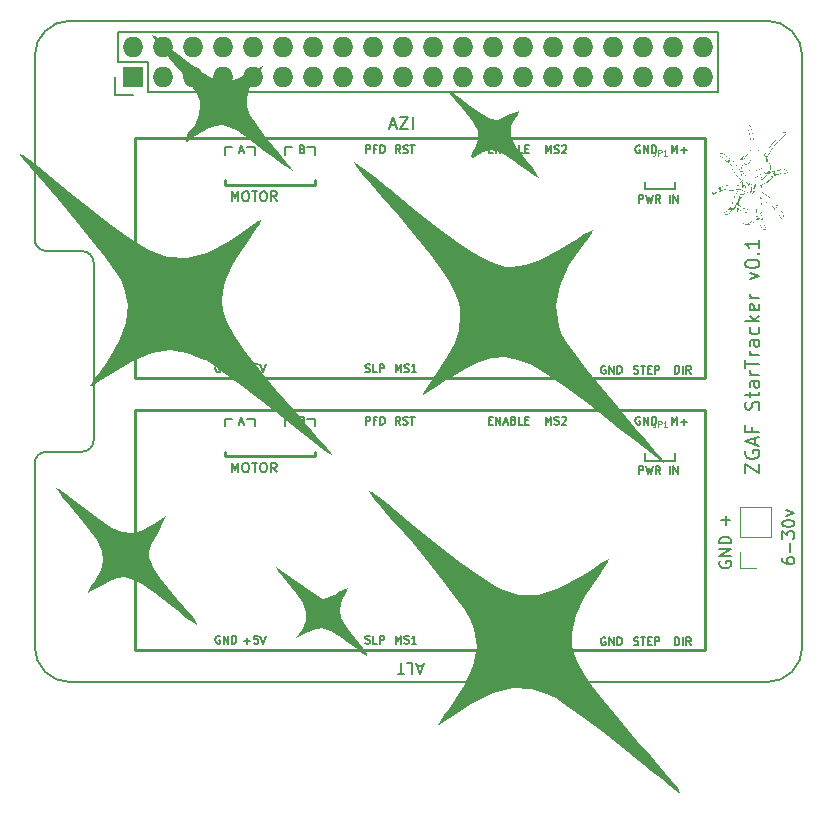
<source format=gbr>
%TF.GenerationSoftware,KiCad,Pcbnew,(6.0.7)*%
%TF.CreationDate,2022-10-26T04:57:19-04:00*%
%TF.ProjectId,RPi_Hat,5250695f-4861-4742-9e6b-696361645f70,rev?*%
%TF.SameCoordinates,Original*%
%TF.FileFunction,Legend,Top*%
%TF.FilePolarity,Positive*%
%FSLAX46Y46*%
G04 Gerber Fmt 4.6, Leading zero omitted, Abs format (unit mm)*
G04 Created by KiCad (PCBNEW (6.0.7)) date 2022-10-26 04:57:19*
%MOMM*%
%LPD*%
G01*
G04 APERTURE LIST*
%ADD10C,0.254000*%
%ADD11C,0.150000*%
%ADD12C,0.146304*%
%ADD13C,0.182880*%
%ADD14C,0.203200*%
%TA.AperFunction,Profile*%
%ADD15C,0.200000*%
%TD*%
%ADD16C,0.114300*%
%ADD17C,0.120000*%
%ADD18O,1.727200X1.727200*%
%ADD19R,1.727200X1.727200*%
G04 APERTURE END LIST*
D10*
X113792000Y-66675000D02*
X113792000Y-86995000D01*
X113792000Y-89662000D02*
X113792000Y-109982000D01*
X162052000Y-89662000D02*
X113792000Y-89662000D01*
D11*
X163330000Y-102488904D02*
X163282380Y-102584142D01*
X163282380Y-102727000D01*
X163330000Y-102869857D01*
X163425238Y-102965095D01*
X163520476Y-103012714D01*
X163710952Y-103060333D01*
X163853809Y-103060333D01*
X164044285Y-103012714D01*
X164139523Y-102965095D01*
X164234761Y-102869857D01*
X164282380Y-102727000D01*
X164282380Y-102631761D01*
X164234761Y-102488904D01*
X164187142Y-102441285D01*
X163853809Y-102441285D01*
X163853809Y-102631761D01*
X164282380Y-102012714D02*
X163282380Y-102012714D01*
X164282380Y-101441285D01*
X163282380Y-101441285D01*
X164282380Y-100965095D02*
X163282380Y-100965095D01*
X163282380Y-100727000D01*
X163330000Y-100584142D01*
X163425238Y-100488904D01*
X163520476Y-100441285D01*
X163710952Y-100393666D01*
X163853809Y-100393666D01*
X164044285Y-100441285D01*
X164139523Y-100488904D01*
X164234761Y-100584142D01*
X164282380Y-100727000D01*
X164282380Y-100965095D01*
X163449047Y-99004428D02*
X164210952Y-99004428D01*
X163830000Y-99385380D02*
X163830000Y-98623476D01*
X168616380Y-102218904D02*
X168616380Y-102409380D01*
X168664000Y-102504619D01*
X168711619Y-102552238D01*
X168854476Y-102647476D01*
X169044952Y-102695095D01*
X169425904Y-102695095D01*
X169521142Y-102647476D01*
X169568761Y-102599857D01*
X169616380Y-102504619D01*
X169616380Y-102314142D01*
X169568761Y-102218904D01*
X169521142Y-102171285D01*
X169425904Y-102123666D01*
X169187809Y-102123666D01*
X169092571Y-102171285D01*
X169044952Y-102218904D01*
X168997333Y-102314142D01*
X168997333Y-102504619D01*
X169044952Y-102599857D01*
X169092571Y-102647476D01*
X169187809Y-102695095D01*
X169235428Y-101695095D02*
X169235428Y-100933190D01*
X168616380Y-100552238D02*
X168616380Y-99933190D01*
X168997333Y-100266523D01*
X168997333Y-100123666D01*
X169044952Y-100028428D01*
X169092571Y-99980809D01*
X169187809Y-99933190D01*
X169425904Y-99933190D01*
X169521142Y-99980809D01*
X169568761Y-100028428D01*
X169616380Y-100123666D01*
X169616380Y-100409380D01*
X169568761Y-100504619D01*
X169521142Y-100552238D01*
X168616380Y-99314142D02*
X168616380Y-99218904D01*
X168664000Y-99123666D01*
X168711619Y-99076047D01*
X168806857Y-99028428D01*
X168997333Y-98980809D01*
X169235428Y-98980809D01*
X169425904Y-99028428D01*
X169521142Y-99076047D01*
X169568761Y-99123666D01*
X169616380Y-99218904D01*
X169616380Y-99314142D01*
X169568761Y-99409380D01*
X169521142Y-99457000D01*
X169425904Y-99504619D01*
X169235428Y-99552238D01*
X168997333Y-99552238D01*
X168806857Y-99504619D01*
X168711619Y-99457000D01*
X168664000Y-99409380D01*
X168616380Y-99314142D01*
X168949714Y-98647476D02*
X169616380Y-98409380D01*
X168949714Y-98171285D01*
X138183809Y-111339333D02*
X137707619Y-111339333D01*
X138279047Y-111053619D02*
X137945714Y-112053619D01*
X137612380Y-111053619D01*
X136802857Y-111053619D02*
X137279047Y-111053619D01*
X137279047Y-112053619D01*
X136612380Y-112053619D02*
X136040952Y-112053619D01*
X136326666Y-111053619D02*
X136326666Y-112053619D01*
X135445619Y-65571666D02*
X135921809Y-65571666D01*
X135350380Y-65857380D02*
X135683714Y-64857380D01*
X136017047Y-65857380D01*
X136255142Y-64857380D02*
X136921809Y-64857380D01*
X136255142Y-65857380D01*
X136921809Y-65857380D01*
X137302761Y-65857380D02*
X137302761Y-64857380D01*
X165458857Y-95004285D02*
X165458857Y-94204285D01*
X166658857Y-95004285D01*
X166658857Y-94204285D01*
X165516000Y-93118571D02*
X165458857Y-93232857D01*
X165458857Y-93404285D01*
X165516000Y-93575714D01*
X165630285Y-93690000D01*
X165744571Y-93747142D01*
X165973142Y-93804285D01*
X166144571Y-93804285D01*
X166373142Y-93747142D01*
X166487428Y-93690000D01*
X166601714Y-93575714D01*
X166658857Y-93404285D01*
X166658857Y-93290000D01*
X166601714Y-93118571D01*
X166544571Y-93061428D01*
X166144571Y-93061428D01*
X166144571Y-93290000D01*
X166316000Y-92604285D02*
X166316000Y-92032857D01*
X166658857Y-92718571D02*
X165458857Y-92318571D01*
X166658857Y-91918571D01*
X166030285Y-91118571D02*
X166030285Y-91518571D01*
X166658857Y-91518571D02*
X165458857Y-91518571D01*
X165458857Y-90947142D01*
X166601714Y-89632857D02*
X166658857Y-89461428D01*
X166658857Y-89175714D01*
X166601714Y-89061428D01*
X166544571Y-89004285D01*
X166430285Y-88947142D01*
X166316000Y-88947142D01*
X166201714Y-89004285D01*
X166144571Y-89061428D01*
X166087428Y-89175714D01*
X166030285Y-89404285D01*
X165973142Y-89518571D01*
X165916000Y-89575714D01*
X165801714Y-89632857D01*
X165687428Y-89632857D01*
X165573142Y-89575714D01*
X165516000Y-89518571D01*
X165458857Y-89404285D01*
X165458857Y-89118571D01*
X165516000Y-88947142D01*
X165858857Y-88604285D02*
X165858857Y-88147142D01*
X165458857Y-88432857D02*
X166487428Y-88432857D01*
X166601714Y-88375714D01*
X166658857Y-88261428D01*
X166658857Y-88147142D01*
X166658857Y-87232857D02*
X166030285Y-87232857D01*
X165916000Y-87290000D01*
X165858857Y-87404285D01*
X165858857Y-87632857D01*
X165916000Y-87747142D01*
X166601714Y-87232857D02*
X166658857Y-87347142D01*
X166658857Y-87632857D01*
X166601714Y-87747142D01*
X166487428Y-87804285D01*
X166373142Y-87804285D01*
X166258857Y-87747142D01*
X166201714Y-87632857D01*
X166201714Y-87347142D01*
X166144571Y-87232857D01*
X166658857Y-86661428D02*
X165858857Y-86661428D01*
X166087428Y-86661428D02*
X165973142Y-86604285D01*
X165916000Y-86547142D01*
X165858857Y-86432857D01*
X165858857Y-86318571D01*
X165458857Y-86090000D02*
X165458857Y-85404285D01*
X166658857Y-85747142D02*
X165458857Y-85747142D01*
X166658857Y-85004285D02*
X165858857Y-85004285D01*
X166087428Y-85004285D02*
X165973142Y-84947142D01*
X165916000Y-84890000D01*
X165858857Y-84775714D01*
X165858857Y-84661428D01*
X166658857Y-83747142D02*
X166030285Y-83747142D01*
X165916000Y-83804285D01*
X165858857Y-83918571D01*
X165858857Y-84147142D01*
X165916000Y-84261428D01*
X166601714Y-83747142D02*
X166658857Y-83861428D01*
X166658857Y-84147142D01*
X166601714Y-84261428D01*
X166487428Y-84318571D01*
X166373142Y-84318571D01*
X166258857Y-84261428D01*
X166201714Y-84147142D01*
X166201714Y-83861428D01*
X166144571Y-83747142D01*
X166601714Y-82661428D02*
X166658857Y-82775714D01*
X166658857Y-83004285D01*
X166601714Y-83118571D01*
X166544571Y-83175714D01*
X166430285Y-83232857D01*
X166087428Y-83232857D01*
X165973142Y-83175714D01*
X165916000Y-83118571D01*
X165858857Y-83004285D01*
X165858857Y-82775714D01*
X165916000Y-82661428D01*
X166658857Y-82147142D02*
X165458857Y-82147142D01*
X166201714Y-82032857D02*
X166658857Y-81690000D01*
X165858857Y-81690000D02*
X166316000Y-82147142D01*
X166601714Y-80718571D02*
X166658857Y-80832857D01*
X166658857Y-81061428D01*
X166601714Y-81175714D01*
X166487428Y-81232857D01*
X166030285Y-81232857D01*
X165916000Y-81175714D01*
X165858857Y-81061428D01*
X165858857Y-80832857D01*
X165916000Y-80718571D01*
X166030285Y-80661428D01*
X166144571Y-80661428D01*
X166258857Y-81232857D01*
X166658857Y-80147142D02*
X165858857Y-80147142D01*
X166087428Y-80147142D02*
X165973142Y-80090000D01*
X165916000Y-80032857D01*
X165858857Y-79918571D01*
X165858857Y-79804285D01*
X165858857Y-78604285D02*
X166658857Y-78318571D01*
X165858857Y-78032857D01*
X165458857Y-77347142D02*
X165458857Y-77232857D01*
X165516000Y-77118571D01*
X165573142Y-77061428D01*
X165687428Y-77004285D01*
X165916000Y-76947142D01*
X166201714Y-76947142D01*
X166430285Y-77004285D01*
X166544571Y-77061428D01*
X166601714Y-77118571D01*
X166658857Y-77232857D01*
X166658857Y-77347142D01*
X166601714Y-77461428D01*
X166544571Y-77518571D01*
X166430285Y-77575714D01*
X166201714Y-77632857D01*
X165916000Y-77632857D01*
X165687428Y-77575714D01*
X165573142Y-77518571D01*
X165516000Y-77461428D01*
X165458857Y-77347142D01*
X166544571Y-76432857D02*
X166601714Y-76375714D01*
X166658857Y-76432857D01*
X166601714Y-76490000D01*
X166544571Y-76432857D01*
X166658857Y-76432857D01*
X166658857Y-75232857D02*
X166658857Y-75918571D01*
X166658857Y-75575714D02*
X165458857Y-75575714D01*
X165630285Y-75690000D01*
X165744571Y-75804285D01*
X165801714Y-75918571D01*
D12*
X156051049Y-109537524D02*
X156146262Y-109569262D01*
X156304952Y-109569262D01*
X156368428Y-109537524D01*
X156400166Y-109505786D01*
X156431904Y-109442310D01*
X156431904Y-109378834D01*
X156400166Y-109315358D01*
X156368428Y-109283620D01*
X156304952Y-109251883D01*
X156178000Y-109220145D01*
X156114525Y-109188407D01*
X156082787Y-109156669D01*
X156051049Y-109093193D01*
X156051049Y-109029717D01*
X156082787Y-108966241D01*
X156114525Y-108934504D01*
X156178000Y-108902766D01*
X156336690Y-108902766D01*
X156431904Y-108934504D01*
X156622331Y-108902766D02*
X157003186Y-108902766D01*
X156812758Y-109569262D02*
X156812758Y-108902766D01*
X157225351Y-109220145D02*
X157447517Y-109220145D01*
X157542730Y-109569262D02*
X157225351Y-109569262D01*
X157225351Y-108902766D01*
X157542730Y-108902766D01*
X157828371Y-109569262D02*
X157828371Y-108902766D01*
X158082275Y-108902766D01*
X158145750Y-108934504D01*
X158177488Y-108966241D01*
X158209226Y-109029717D01*
X158209226Y-109124931D01*
X158177488Y-109188407D01*
X158145750Y-109220145D01*
X158082275Y-109251883D01*
X157828371Y-109251883D01*
X156463787Y-95091262D02*
X156463787Y-94424766D01*
X156717690Y-94424766D01*
X156781166Y-94456504D01*
X156812904Y-94488241D01*
X156844641Y-94551717D01*
X156844641Y-94646931D01*
X156812904Y-94710407D01*
X156781166Y-94742145D01*
X156717690Y-94773883D01*
X156463787Y-94773883D01*
X157066807Y-94424766D02*
X157225496Y-95091262D01*
X157352448Y-94615193D01*
X157479400Y-95091262D01*
X157638089Y-94424766D01*
X158272847Y-95091262D02*
X158050682Y-94773883D01*
X157891992Y-95091262D02*
X157891992Y-94424766D01*
X158145896Y-94424766D01*
X158209371Y-94456504D01*
X158241109Y-94488241D01*
X158272847Y-94551717D01*
X158272847Y-94646931D01*
X158241109Y-94710407D01*
X158209371Y-94742145D01*
X158145896Y-94773883D01*
X157891992Y-94773883D01*
X159066295Y-95091262D02*
X159066295Y-94424766D01*
X159383674Y-95091262D02*
X159383674Y-94424766D01*
X159764529Y-95091262D01*
X159764529Y-94424766D01*
X153637904Y-108934504D02*
X153574428Y-108902766D01*
X153479214Y-108902766D01*
X153384000Y-108934504D01*
X153320525Y-108997979D01*
X153288787Y-109061455D01*
X153257049Y-109188407D01*
X153257049Y-109283620D01*
X153288787Y-109410572D01*
X153320525Y-109474048D01*
X153384000Y-109537524D01*
X153479214Y-109569262D01*
X153542690Y-109569262D01*
X153637904Y-109537524D01*
X153669641Y-109505786D01*
X153669641Y-109283620D01*
X153542690Y-109283620D01*
X153955283Y-109569262D02*
X153955283Y-108902766D01*
X154336137Y-109569262D01*
X154336137Y-108902766D01*
X154653517Y-109569262D02*
X154653517Y-108902766D01*
X154812206Y-108902766D01*
X154907420Y-108934504D01*
X154970896Y-108997979D01*
X155002633Y-109061455D01*
X155034371Y-109188407D01*
X155034371Y-109283620D01*
X155002633Y-109410572D01*
X154970896Y-109474048D01*
X154907420Y-109537524D01*
X154812206Y-109569262D01*
X154653517Y-109569262D01*
X159511787Y-109569262D02*
X159511787Y-108902766D01*
X159670476Y-108902766D01*
X159765690Y-108934504D01*
X159829166Y-108997979D01*
X159860904Y-109061455D01*
X159892641Y-109188407D01*
X159892641Y-109283620D01*
X159860904Y-109410572D01*
X159829166Y-109474048D01*
X159765690Y-109537524D01*
X159670476Y-109569262D01*
X159511787Y-109569262D01*
X160178283Y-109569262D02*
X160178283Y-108902766D01*
X160876517Y-109569262D02*
X160654351Y-109251883D01*
X160495662Y-109569262D02*
X160495662Y-108902766D01*
X160749565Y-108902766D01*
X160813041Y-108934504D01*
X160844779Y-108966241D01*
X160876517Y-109029717D01*
X160876517Y-109124931D01*
X160844779Y-109188407D01*
X160813041Y-109220145D01*
X160749565Y-109251883D01*
X160495662Y-109251883D01*
X123062787Y-109188358D02*
X123570593Y-109188358D01*
X123316690Y-109442262D02*
X123316690Y-108934455D01*
X124205351Y-108775766D02*
X123887972Y-108775766D01*
X123856234Y-109093145D01*
X123887972Y-109061407D01*
X123951448Y-109029669D01*
X124110137Y-109029669D01*
X124173613Y-109061407D01*
X124205351Y-109093145D01*
X124237089Y-109156620D01*
X124237089Y-109315310D01*
X124205351Y-109378786D01*
X124173613Y-109410524D01*
X124110137Y-109442262D01*
X123951448Y-109442262D01*
X123887972Y-109410524D01*
X123856234Y-109378786D01*
X124427517Y-108775766D02*
X124649682Y-109442262D01*
X124871847Y-108775766D01*
X127983952Y-90551145D02*
X128079166Y-90582883D01*
X128110904Y-90614620D01*
X128142641Y-90678096D01*
X128142641Y-90773310D01*
X128110904Y-90836786D01*
X128079166Y-90868524D01*
X128015690Y-90900262D01*
X127761787Y-90900262D01*
X127761787Y-90233766D01*
X127983952Y-90233766D01*
X128047428Y-90265504D01*
X128079166Y-90297241D01*
X128110904Y-90360717D01*
X128110904Y-90424193D01*
X128079166Y-90487669D01*
X128047428Y-90519407D01*
X127983952Y-90551145D01*
X127761787Y-90551145D01*
D13*
X121983233Y-94956327D02*
X121983233Y-94123207D01*
X122260940Y-94718293D01*
X122538647Y-94123207D01*
X122538647Y-94956327D01*
X123094060Y-94123207D02*
X123252750Y-94123207D01*
X123332094Y-94162880D01*
X123411439Y-94242224D01*
X123451112Y-94400914D01*
X123451112Y-94678620D01*
X123411439Y-94837310D01*
X123332094Y-94916655D01*
X123252750Y-94956327D01*
X123094060Y-94956327D01*
X123014715Y-94916655D01*
X122935371Y-94837310D01*
X122895698Y-94678620D01*
X122895698Y-94400914D01*
X122935371Y-94242224D01*
X123014715Y-94162880D01*
X123094060Y-94123207D01*
X123689146Y-94123207D02*
X124165214Y-94123207D01*
X123927180Y-94956327D02*
X123927180Y-94123207D01*
X124601611Y-94123207D02*
X124760300Y-94123207D01*
X124839645Y-94162880D01*
X124918990Y-94242224D01*
X124958662Y-94400914D01*
X124958662Y-94678620D01*
X124918990Y-94837310D01*
X124839645Y-94916655D01*
X124760300Y-94956327D01*
X124601611Y-94956327D01*
X124522266Y-94916655D01*
X124442921Y-94837310D01*
X124403249Y-94678620D01*
X124403249Y-94400914D01*
X124442921Y-94242224D01*
X124522266Y-94162880D01*
X124601611Y-94123207D01*
X125791782Y-94956327D02*
X125514075Y-94559603D01*
X125315713Y-94956327D02*
X125315713Y-94123207D01*
X125633092Y-94123207D01*
X125712437Y-94162880D01*
X125752110Y-94202552D01*
X125791782Y-94281897D01*
X125791782Y-94400914D01*
X125752110Y-94480259D01*
X125712437Y-94519931D01*
X125633092Y-94559603D01*
X125315713Y-94559603D01*
D12*
X120998904Y-108807504D02*
X120935428Y-108775766D01*
X120840214Y-108775766D01*
X120745000Y-108807504D01*
X120681525Y-108870979D01*
X120649787Y-108934455D01*
X120618049Y-109061407D01*
X120618049Y-109156620D01*
X120649787Y-109283572D01*
X120681525Y-109347048D01*
X120745000Y-109410524D01*
X120840214Y-109442262D01*
X120903690Y-109442262D01*
X120998904Y-109410524D01*
X121030641Y-109378786D01*
X121030641Y-109156620D01*
X120903690Y-109156620D01*
X121316283Y-109442262D02*
X121316283Y-108775766D01*
X121697137Y-109442262D01*
X121697137Y-108775766D01*
X122014517Y-109442262D02*
X122014517Y-108775766D01*
X122173206Y-108775766D01*
X122268420Y-108807504D01*
X122331896Y-108870979D01*
X122363633Y-108934455D01*
X122395371Y-109061407D01*
X122395371Y-109156620D01*
X122363633Y-109283572D01*
X122331896Y-109347048D01*
X122268420Y-109410524D01*
X122173206Y-109442262D01*
X122014517Y-109442262D01*
X136270641Y-90900262D02*
X136048476Y-90582883D01*
X135889787Y-90900262D02*
X135889787Y-90233766D01*
X136143690Y-90233766D01*
X136207166Y-90265504D01*
X136238904Y-90297241D01*
X136270641Y-90360717D01*
X136270641Y-90455931D01*
X136238904Y-90519407D01*
X136207166Y-90551145D01*
X136143690Y-90582883D01*
X135889787Y-90582883D01*
X136524545Y-90868524D02*
X136619758Y-90900262D01*
X136778448Y-90900262D01*
X136841924Y-90868524D01*
X136873662Y-90836786D01*
X136905400Y-90773310D01*
X136905400Y-90709834D01*
X136873662Y-90646358D01*
X136841924Y-90614620D01*
X136778448Y-90582883D01*
X136651496Y-90551145D01*
X136588021Y-90519407D01*
X136556283Y-90487669D01*
X136524545Y-90424193D01*
X136524545Y-90360717D01*
X136556283Y-90297241D01*
X136588021Y-90265504D01*
X136651496Y-90233766D01*
X136810186Y-90233766D01*
X136905400Y-90265504D01*
X137095827Y-90233766D02*
X137476682Y-90233766D01*
X137286254Y-90900262D02*
X137286254Y-90233766D01*
X135889787Y-109442262D02*
X135889787Y-108775766D01*
X136111952Y-109251834D01*
X136334117Y-108775766D01*
X136334117Y-109442262D01*
X136619758Y-109410524D02*
X136714972Y-109442262D01*
X136873662Y-109442262D01*
X136937137Y-109410524D01*
X136968875Y-109378786D01*
X137000613Y-109315310D01*
X137000613Y-109251834D01*
X136968875Y-109188358D01*
X136937137Y-109156620D01*
X136873662Y-109124883D01*
X136746710Y-109093145D01*
X136683234Y-109061407D01*
X136651496Y-109029669D01*
X136619758Y-108966193D01*
X136619758Y-108902717D01*
X136651496Y-108839241D01*
X136683234Y-108807504D01*
X136746710Y-108775766D01*
X136905400Y-108775766D01*
X137000613Y-108807504D01*
X137635371Y-109442262D02*
X137254517Y-109442262D01*
X137444944Y-109442262D02*
X137444944Y-108775766D01*
X137381468Y-108870979D01*
X137317992Y-108934455D01*
X137254517Y-108966193D01*
X148589787Y-90900262D02*
X148589787Y-90233766D01*
X148811952Y-90709834D01*
X149034117Y-90233766D01*
X149034117Y-90900262D01*
X149319758Y-90868524D02*
X149414972Y-90900262D01*
X149573662Y-90900262D01*
X149637137Y-90868524D01*
X149668875Y-90836786D01*
X149700613Y-90773310D01*
X149700613Y-90709834D01*
X149668875Y-90646358D01*
X149637137Y-90614620D01*
X149573662Y-90582883D01*
X149446710Y-90551145D01*
X149383234Y-90519407D01*
X149351496Y-90487669D01*
X149319758Y-90424193D01*
X149319758Y-90360717D01*
X149351496Y-90297241D01*
X149383234Y-90265504D01*
X149446710Y-90233766D01*
X149605400Y-90233766D01*
X149700613Y-90265504D01*
X149954517Y-90297241D02*
X149986254Y-90265504D01*
X150049730Y-90233766D01*
X150208420Y-90233766D01*
X150271896Y-90265504D01*
X150303633Y-90297241D01*
X150335371Y-90360717D01*
X150335371Y-90424193D01*
X150303633Y-90519407D01*
X149922779Y-90900262D01*
X150335371Y-90900262D01*
X143763787Y-90551145D02*
X143985952Y-90551145D01*
X144081166Y-90900262D02*
X143763787Y-90900262D01*
X143763787Y-90233766D01*
X144081166Y-90233766D01*
X144366807Y-90900262D02*
X144366807Y-90233766D01*
X144747662Y-90900262D01*
X144747662Y-90233766D01*
X145033303Y-90709834D02*
X145350682Y-90709834D01*
X144969827Y-90900262D02*
X145191992Y-90233766D01*
X145414158Y-90900262D01*
X145858488Y-90551145D02*
X145953702Y-90582883D01*
X145985440Y-90614620D01*
X146017178Y-90678096D01*
X146017178Y-90773310D01*
X145985440Y-90836786D01*
X145953702Y-90868524D01*
X145890226Y-90900262D01*
X145636323Y-90900262D01*
X145636323Y-90233766D01*
X145858488Y-90233766D01*
X145921964Y-90265504D01*
X145953702Y-90297241D01*
X145985440Y-90360717D01*
X145985440Y-90424193D01*
X145953702Y-90487669D01*
X145921964Y-90519407D01*
X145858488Y-90551145D01*
X145636323Y-90551145D01*
X146620198Y-90900262D02*
X146302819Y-90900262D01*
X146302819Y-90233766D01*
X146842363Y-90551145D02*
X147064529Y-90551145D01*
X147159742Y-90900262D02*
X146842363Y-90900262D01*
X146842363Y-90233766D01*
X147159742Y-90233766D01*
X122650049Y-90709834D02*
X122967428Y-90709834D01*
X122586573Y-90900262D02*
X122808738Y-90233766D01*
X123030904Y-90900262D01*
X133318049Y-109410524D02*
X133413262Y-109442262D01*
X133571952Y-109442262D01*
X133635428Y-109410524D01*
X133667166Y-109378786D01*
X133698904Y-109315310D01*
X133698904Y-109251834D01*
X133667166Y-109188358D01*
X133635428Y-109156620D01*
X133571952Y-109124883D01*
X133445000Y-109093145D01*
X133381525Y-109061407D01*
X133349787Y-109029669D01*
X133318049Y-108966193D01*
X133318049Y-108902717D01*
X133349787Y-108839241D01*
X133381525Y-108807504D01*
X133445000Y-108775766D01*
X133603690Y-108775766D01*
X133698904Y-108807504D01*
X134301924Y-109442262D02*
X133984545Y-109442262D01*
X133984545Y-108775766D01*
X134524089Y-109442262D02*
X134524089Y-108775766D01*
X134777992Y-108775766D01*
X134841468Y-108807504D01*
X134873206Y-108839241D01*
X134904944Y-108902717D01*
X134904944Y-108997931D01*
X134873206Y-109061407D01*
X134841468Y-109093145D01*
X134777992Y-109124883D01*
X134524089Y-109124883D01*
X133349787Y-90900262D02*
X133349787Y-90233766D01*
X133603690Y-90233766D01*
X133667166Y-90265504D01*
X133698904Y-90297241D01*
X133730641Y-90360717D01*
X133730641Y-90455931D01*
X133698904Y-90519407D01*
X133667166Y-90551145D01*
X133603690Y-90582883D01*
X133349787Y-90582883D01*
X134238448Y-90551145D02*
X134016283Y-90551145D01*
X134016283Y-90900262D02*
X134016283Y-90233766D01*
X134333662Y-90233766D01*
X134587565Y-90900262D02*
X134587565Y-90233766D01*
X134746254Y-90233766D01*
X134841468Y-90265504D01*
X134904944Y-90328979D01*
X134936682Y-90392455D01*
X134968420Y-90519407D01*
X134968420Y-90614620D01*
X134936682Y-90741572D01*
X134904944Y-90805048D01*
X134841468Y-90868524D01*
X134746254Y-90900262D01*
X134587565Y-90900262D01*
X156558904Y-90265504D02*
X156495428Y-90233766D01*
X156400214Y-90233766D01*
X156305000Y-90265504D01*
X156241525Y-90328979D01*
X156209787Y-90392455D01*
X156178049Y-90519407D01*
X156178049Y-90614620D01*
X156209787Y-90741572D01*
X156241525Y-90805048D01*
X156305000Y-90868524D01*
X156400214Y-90900262D01*
X156463690Y-90900262D01*
X156558904Y-90868524D01*
X156590641Y-90836786D01*
X156590641Y-90614620D01*
X156463690Y-90614620D01*
X156876283Y-90900262D02*
X156876283Y-90233766D01*
X157257137Y-90900262D01*
X157257137Y-90233766D01*
X157574517Y-90900262D02*
X157574517Y-90233766D01*
X157733206Y-90233766D01*
X157828420Y-90265504D01*
X157891896Y-90328979D01*
X157923633Y-90392455D01*
X157955371Y-90519407D01*
X157955371Y-90614620D01*
X157923633Y-90741572D01*
X157891896Y-90805048D01*
X157828420Y-90868524D01*
X157733206Y-90900262D01*
X157574517Y-90900262D01*
X159257787Y-90900262D02*
X159257787Y-90233766D01*
X159479952Y-90709834D01*
X159702117Y-90233766D01*
X159702117Y-90900262D01*
X160019496Y-90646358D02*
X160527303Y-90646358D01*
X160273400Y-90900262D02*
X160273400Y-90392455D01*
D14*
X129032000Y-90424000D02*
X128397000Y-90424000D01*
X123952000Y-90424000D02*
X123317000Y-90424000D01*
X126492000Y-90424000D02*
X126492000Y-91059000D01*
D10*
X121412000Y-93599000D02*
X129032000Y-93599000D01*
X121412000Y-93218000D02*
X121412000Y-93599000D01*
X129032000Y-93599000D02*
X129032000Y-93218000D01*
D14*
X159512000Y-93345000D02*
X159512000Y-93980000D01*
X159512000Y-93980000D02*
X156972000Y-93980000D01*
D10*
X113792000Y-109982000D02*
X162052000Y-109982000D01*
D14*
X121412000Y-90424000D02*
X121412000Y-91059000D01*
X129032000Y-90424000D02*
X129032000Y-91059000D01*
X156972000Y-93345000D02*
X156972000Y-93980000D01*
X123952000Y-90424000D02*
X123952000Y-91059000D01*
X127127000Y-90424000D02*
X126492000Y-90424000D01*
D10*
X162052000Y-109982000D02*
X162052000Y-89662000D01*
D14*
X121412000Y-90424000D02*
X122047000Y-90424000D01*
D12*
X156051049Y-86550524D02*
X156146262Y-86582262D01*
X156304952Y-86582262D01*
X156368428Y-86550524D01*
X156400166Y-86518786D01*
X156431904Y-86455310D01*
X156431904Y-86391834D01*
X156400166Y-86328358D01*
X156368428Y-86296620D01*
X156304952Y-86264883D01*
X156178000Y-86233145D01*
X156114525Y-86201407D01*
X156082787Y-86169669D01*
X156051049Y-86106193D01*
X156051049Y-86042717D01*
X156082787Y-85979241D01*
X156114525Y-85947504D01*
X156178000Y-85915766D01*
X156336690Y-85915766D01*
X156431904Y-85947504D01*
X156622331Y-85915766D02*
X157003186Y-85915766D01*
X156812758Y-86582262D02*
X156812758Y-85915766D01*
X157225351Y-86233145D02*
X157447517Y-86233145D01*
X157542730Y-86582262D02*
X157225351Y-86582262D01*
X157225351Y-85915766D01*
X157542730Y-85915766D01*
X157828371Y-86582262D02*
X157828371Y-85915766D01*
X158082275Y-85915766D01*
X158145750Y-85947504D01*
X158177488Y-85979241D01*
X158209226Y-86042717D01*
X158209226Y-86137931D01*
X158177488Y-86201407D01*
X158145750Y-86233145D01*
X158082275Y-86264883D01*
X157828371Y-86264883D01*
X156463787Y-72104262D02*
X156463787Y-71437766D01*
X156717690Y-71437766D01*
X156781166Y-71469504D01*
X156812904Y-71501241D01*
X156844641Y-71564717D01*
X156844641Y-71659931D01*
X156812904Y-71723407D01*
X156781166Y-71755145D01*
X156717690Y-71786883D01*
X156463787Y-71786883D01*
X157066807Y-71437766D02*
X157225496Y-72104262D01*
X157352448Y-71628193D01*
X157479400Y-72104262D01*
X157638089Y-71437766D01*
X158272847Y-72104262D02*
X158050682Y-71786883D01*
X157891992Y-72104262D02*
X157891992Y-71437766D01*
X158145896Y-71437766D01*
X158209371Y-71469504D01*
X158241109Y-71501241D01*
X158272847Y-71564717D01*
X158272847Y-71659931D01*
X158241109Y-71723407D01*
X158209371Y-71755145D01*
X158145896Y-71786883D01*
X157891992Y-71786883D01*
X159066295Y-72104262D02*
X159066295Y-71437766D01*
X159383674Y-72104262D02*
X159383674Y-71437766D01*
X159764529Y-72104262D01*
X159764529Y-71437766D01*
X153637904Y-85947504D02*
X153574428Y-85915766D01*
X153479214Y-85915766D01*
X153384000Y-85947504D01*
X153320525Y-86010979D01*
X153288787Y-86074455D01*
X153257049Y-86201407D01*
X153257049Y-86296620D01*
X153288787Y-86423572D01*
X153320525Y-86487048D01*
X153384000Y-86550524D01*
X153479214Y-86582262D01*
X153542690Y-86582262D01*
X153637904Y-86550524D01*
X153669641Y-86518786D01*
X153669641Y-86296620D01*
X153542690Y-86296620D01*
X153955283Y-86582262D02*
X153955283Y-85915766D01*
X154336137Y-86582262D01*
X154336137Y-85915766D01*
X154653517Y-86582262D02*
X154653517Y-85915766D01*
X154812206Y-85915766D01*
X154907420Y-85947504D01*
X154970896Y-86010979D01*
X155002633Y-86074455D01*
X155034371Y-86201407D01*
X155034371Y-86296620D01*
X155002633Y-86423572D01*
X154970896Y-86487048D01*
X154907420Y-86550524D01*
X154812206Y-86582262D01*
X154653517Y-86582262D01*
X159511787Y-86582262D02*
X159511787Y-85915766D01*
X159670476Y-85915766D01*
X159765690Y-85947504D01*
X159829166Y-86010979D01*
X159860904Y-86074455D01*
X159892641Y-86201407D01*
X159892641Y-86296620D01*
X159860904Y-86423572D01*
X159829166Y-86487048D01*
X159765690Y-86550524D01*
X159670476Y-86582262D01*
X159511787Y-86582262D01*
X160178283Y-86582262D02*
X160178283Y-85915766D01*
X160876517Y-86582262D02*
X160654351Y-86264883D01*
X160495662Y-86582262D02*
X160495662Y-85915766D01*
X160749565Y-85915766D01*
X160813041Y-85947504D01*
X160844779Y-85979241D01*
X160876517Y-86042717D01*
X160876517Y-86137931D01*
X160844779Y-86201407D01*
X160813041Y-86233145D01*
X160749565Y-86264883D01*
X160495662Y-86264883D01*
X123062787Y-86201358D02*
X123570593Y-86201358D01*
X123316690Y-86455262D02*
X123316690Y-85947455D01*
X124205351Y-85788766D02*
X123887972Y-85788766D01*
X123856234Y-86106145D01*
X123887972Y-86074407D01*
X123951448Y-86042669D01*
X124110137Y-86042669D01*
X124173613Y-86074407D01*
X124205351Y-86106145D01*
X124237089Y-86169620D01*
X124237089Y-86328310D01*
X124205351Y-86391786D01*
X124173613Y-86423524D01*
X124110137Y-86455262D01*
X123951448Y-86455262D01*
X123887972Y-86423524D01*
X123856234Y-86391786D01*
X124427517Y-85788766D02*
X124649682Y-86455262D01*
X124871847Y-85788766D01*
X127983952Y-67564145D02*
X128079166Y-67595883D01*
X128110904Y-67627620D01*
X128142641Y-67691096D01*
X128142641Y-67786310D01*
X128110904Y-67849786D01*
X128079166Y-67881524D01*
X128015690Y-67913262D01*
X127761787Y-67913262D01*
X127761787Y-67246766D01*
X127983952Y-67246766D01*
X128047428Y-67278504D01*
X128079166Y-67310241D01*
X128110904Y-67373717D01*
X128110904Y-67437193D01*
X128079166Y-67500669D01*
X128047428Y-67532407D01*
X127983952Y-67564145D01*
X127761787Y-67564145D01*
D13*
X121983233Y-71969327D02*
X121983233Y-71136207D01*
X122260940Y-71731293D01*
X122538647Y-71136207D01*
X122538647Y-71969327D01*
X123094060Y-71136207D02*
X123252750Y-71136207D01*
X123332094Y-71175880D01*
X123411439Y-71255224D01*
X123451112Y-71413914D01*
X123451112Y-71691620D01*
X123411439Y-71850310D01*
X123332094Y-71929655D01*
X123252750Y-71969327D01*
X123094060Y-71969327D01*
X123014715Y-71929655D01*
X122935371Y-71850310D01*
X122895698Y-71691620D01*
X122895698Y-71413914D01*
X122935371Y-71255224D01*
X123014715Y-71175880D01*
X123094060Y-71136207D01*
X123689146Y-71136207D02*
X124165214Y-71136207D01*
X123927180Y-71969327D02*
X123927180Y-71136207D01*
X124601611Y-71136207D02*
X124760300Y-71136207D01*
X124839645Y-71175880D01*
X124918990Y-71255224D01*
X124958662Y-71413914D01*
X124958662Y-71691620D01*
X124918990Y-71850310D01*
X124839645Y-71929655D01*
X124760300Y-71969327D01*
X124601611Y-71969327D01*
X124522266Y-71929655D01*
X124442921Y-71850310D01*
X124403249Y-71691620D01*
X124403249Y-71413914D01*
X124442921Y-71255224D01*
X124522266Y-71175880D01*
X124601611Y-71136207D01*
X125791782Y-71969327D02*
X125514075Y-71572603D01*
X125315713Y-71969327D02*
X125315713Y-71136207D01*
X125633092Y-71136207D01*
X125712437Y-71175880D01*
X125752110Y-71215552D01*
X125791782Y-71294897D01*
X125791782Y-71413914D01*
X125752110Y-71493259D01*
X125712437Y-71532931D01*
X125633092Y-71572603D01*
X125315713Y-71572603D01*
D12*
X120998904Y-85820504D02*
X120935428Y-85788766D01*
X120840214Y-85788766D01*
X120745000Y-85820504D01*
X120681525Y-85883979D01*
X120649787Y-85947455D01*
X120618049Y-86074407D01*
X120618049Y-86169620D01*
X120649787Y-86296572D01*
X120681525Y-86360048D01*
X120745000Y-86423524D01*
X120840214Y-86455262D01*
X120903690Y-86455262D01*
X120998904Y-86423524D01*
X121030641Y-86391786D01*
X121030641Y-86169620D01*
X120903690Y-86169620D01*
X121316283Y-86455262D02*
X121316283Y-85788766D01*
X121697137Y-86455262D01*
X121697137Y-85788766D01*
X122014517Y-86455262D02*
X122014517Y-85788766D01*
X122173206Y-85788766D01*
X122268420Y-85820504D01*
X122331896Y-85883979D01*
X122363633Y-85947455D01*
X122395371Y-86074407D01*
X122395371Y-86169620D01*
X122363633Y-86296572D01*
X122331896Y-86360048D01*
X122268420Y-86423524D01*
X122173206Y-86455262D01*
X122014517Y-86455262D01*
X136270641Y-67913262D02*
X136048476Y-67595883D01*
X135889787Y-67913262D02*
X135889787Y-67246766D01*
X136143690Y-67246766D01*
X136207166Y-67278504D01*
X136238904Y-67310241D01*
X136270641Y-67373717D01*
X136270641Y-67468931D01*
X136238904Y-67532407D01*
X136207166Y-67564145D01*
X136143690Y-67595883D01*
X135889787Y-67595883D01*
X136524545Y-67881524D02*
X136619758Y-67913262D01*
X136778448Y-67913262D01*
X136841924Y-67881524D01*
X136873662Y-67849786D01*
X136905400Y-67786310D01*
X136905400Y-67722834D01*
X136873662Y-67659358D01*
X136841924Y-67627620D01*
X136778448Y-67595883D01*
X136651496Y-67564145D01*
X136588021Y-67532407D01*
X136556283Y-67500669D01*
X136524545Y-67437193D01*
X136524545Y-67373717D01*
X136556283Y-67310241D01*
X136588021Y-67278504D01*
X136651496Y-67246766D01*
X136810186Y-67246766D01*
X136905400Y-67278504D01*
X137095827Y-67246766D02*
X137476682Y-67246766D01*
X137286254Y-67913262D02*
X137286254Y-67246766D01*
X135889787Y-86455262D02*
X135889787Y-85788766D01*
X136111952Y-86264834D01*
X136334117Y-85788766D01*
X136334117Y-86455262D01*
X136619758Y-86423524D02*
X136714972Y-86455262D01*
X136873662Y-86455262D01*
X136937137Y-86423524D01*
X136968875Y-86391786D01*
X137000613Y-86328310D01*
X137000613Y-86264834D01*
X136968875Y-86201358D01*
X136937137Y-86169620D01*
X136873662Y-86137883D01*
X136746710Y-86106145D01*
X136683234Y-86074407D01*
X136651496Y-86042669D01*
X136619758Y-85979193D01*
X136619758Y-85915717D01*
X136651496Y-85852241D01*
X136683234Y-85820504D01*
X136746710Y-85788766D01*
X136905400Y-85788766D01*
X137000613Y-85820504D01*
X137635371Y-86455262D02*
X137254517Y-86455262D01*
X137444944Y-86455262D02*
X137444944Y-85788766D01*
X137381468Y-85883979D01*
X137317992Y-85947455D01*
X137254517Y-85979193D01*
X148589787Y-67913262D02*
X148589787Y-67246766D01*
X148811952Y-67722834D01*
X149034117Y-67246766D01*
X149034117Y-67913262D01*
X149319758Y-67881524D02*
X149414972Y-67913262D01*
X149573662Y-67913262D01*
X149637137Y-67881524D01*
X149668875Y-67849786D01*
X149700613Y-67786310D01*
X149700613Y-67722834D01*
X149668875Y-67659358D01*
X149637137Y-67627620D01*
X149573662Y-67595883D01*
X149446710Y-67564145D01*
X149383234Y-67532407D01*
X149351496Y-67500669D01*
X149319758Y-67437193D01*
X149319758Y-67373717D01*
X149351496Y-67310241D01*
X149383234Y-67278504D01*
X149446710Y-67246766D01*
X149605400Y-67246766D01*
X149700613Y-67278504D01*
X149954517Y-67310241D02*
X149986254Y-67278504D01*
X150049730Y-67246766D01*
X150208420Y-67246766D01*
X150271896Y-67278504D01*
X150303633Y-67310241D01*
X150335371Y-67373717D01*
X150335371Y-67437193D01*
X150303633Y-67532407D01*
X149922779Y-67913262D01*
X150335371Y-67913262D01*
X143763787Y-67564145D02*
X143985952Y-67564145D01*
X144081166Y-67913262D02*
X143763787Y-67913262D01*
X143763787Y-67246766D01*
X144081166Y-67246766D01*
X144366807Y-67913262D02*
X144366807Y-67246766D01*
X144747662Y-67913262D01*
X144747662Y-67246766D01*
X145033303Y-67722834D02*
X145350682Y-67722834D01*
X144969827Y-67913262D02*
X145191992Y-67246766D01*
X145414158Y-67913262D01*
X145858488Y-67564145D02*
X145953702Y-67595883D01*
X145985440Y-67627620D01*
X146017178Y-67691096D01*
X146017178Y-67786310D01*
X145985440Y-67849786D01*
X145953702Y-67881524D01*
X145890226Y-67913262D01*
X145636323Y-67913262D01*
X145636323Y-67246766D01*
X145858488Y-67246766D01*
X145921964Y-67278504D01*
X145953702Y-67310241D01*
X145985440Y-67373717D01*
X145985440Y-67437193D01*
X145953702Y-67500669D01*
X145921964Y-67532407D01*
X145858488Y-67564145D01*
X145636323Y-67564145D01*
X146620198Y-67913262D02*
X146302819Y-67913262D01*
X146302819Y-67246766D01*
X146842363Y-67564145D02*
X147064529Y-67564145D01*
X147159742Y-67913262D02*
X146842363Y-67913262D01*
X146842363Y-67246766D01*
X147159742Y-67246766D01*
X122650049Y-67722834D02*
X122967428Y-67722834D01*
X122586573Y-67913262D02*
X122808738Y-67246766D01*
X123030904Y-67913262D01*
X133318049Y-86423524D02*
X133413262Y-86455262D01*
X133571952Y-86455262D01*
X133635428Y-86423524D01*
X133667166Y-86391786D01*
X133698904Y-86328310D01*
X133698904Y-86264834D01*
X133667166Y-86201358D01*
X133635428Y-86169620D01*
X133571952Y-86137883D01*
X133445000Y-86106145D01*
X133381525Y-86074407D01*
X133349787Y-86042669D01*
X133318049Y-85979193D01*
X133318049Y-85915717D01*
X133349787Y-85852241D01*
X133381525Y-85820504D01*
X133445000Y-85788766D01*
X133603690Y-85788766D01*
X133698904Y-85820504D01*
X134301924Y-86455262D02*
X133984545Y-86455262D01*
X133984545Y-85788766D01*
X134524089Y-86455262D02*
X134524089Y-85788766D01*
X134777992Y-85788766D01*
X134841468Y-85820504D01*
X134873206Y-85852241D01*
X134904944Y-85915717D01*
X134904944Y-86010931D01*
X134873206Y-86074407D01*
X134841468Y-86106145D01*
X134777992Y-86137883D01*
X134524089Y-86137883D01*
X133349787Y-67913262D02*
X133349787Y-67246766D01*
X133603690Y-67246766D01*
X133667166Y-67278504D01*
X133698904Y-67310241D01*
X133730641Y-67373717D01*
X133730641Y-67468931D01*
X133698904Y-67532407D01*
X133667166Y-67564145D01*
X133603690Y-67595883D01*
X133349787Y-67595883D01*
X134238448Y-67564145D02*
X134016283Y-67564145D01*
X134016283Y-67913262D02*
X134016283Y-67246766D01*
X134333662Y-67246766D01*
X134587565Y-67913262D02*
X134587565Y-67246766D01*
X134746254Y-67246766D01*
X134841468Y-67278504D01*
X134904944Y-67341979D01*
X134936682Y-67405455D01*
X134968420Y-67532407D01*
X134968420Y-67627620D01*
X134936682Y-67754572D01*
X134904944Y-67818048D01*
X134841468Y-67881524D01*
X134746254Y-67913262D01*
X134587565Y-67913262D01*
X156558904Y-67278504D02*
X156495428Y-67246766D01*
X156400214Y-67246766D01*
X156305000Y-67278504D01*
X156241525Y-67341979D01*
X156209787Y-67405455D01*
X156178049Y-67532407D01*
X156178049Y-67627620D01*
X156209787Y-67754572D01*
X156241525Y-67818048D01*
X156305000Y-67881524D01*
X156400214Y-67913262D01*
X156463690Y-67913262D01*
X156558904Y-67881524D01*
X156590641Y-67849786D01*
X156590641Y-67627620D01*
X156463690Y-67627620D01*
X156876283Y-67913262D02*
X156876283Y-67246766D01*
X157257137Y-67913262D01*
X157257137Y-67246766D01*
X157574517Y-67913262D02*
X157574517Y-67246766D01*
X157733206Y-67246766D01*
X157828420Y-67278504D01*
X157891896Y-67341979D01*
X157923633Y-67405455D01*
X157955371Y-67532407D01*
X157955371Y-67627620D01*
X157923633Y-67754572D01*
X157891896Y-67818048D01*
X157828420Y-67881524D01*
X157733206Y-67913262D01*
X157574517Y-67913262D01*
X159257787Y-67913262D02*
X159257787Y-67246766D01*
X159479952Y-67722834D01*
X159702117Y-67246766D01*
X159702117Y-67913262D01*
X160019496Y-67659358D02*
X160527303Y-67659358D01*
X160273400Y-67913262D02*
X160273400Y-67405455D01*
D14*
X129032000Y-67437000D02*
X128397000Y-67437000D01*
D10*
X162052000Y-66675000D02*
X113792000Y-66675000D01*
D14*
X123952000Y-67437000D02*
X123317000Y-67437000D01*
X126492000Y-67437000D02*
X126492000Y-68072000D01*
D10*
X121412000Y-70612000D02*
X129032000Y-70612000D01*
X121412000Y-70231000D02*
X121412000Y-70612000D01*
X129032000Y-70612000D02*
X129032000Y-70231000D01*
D14*
X159512000Y-70358000D02*
X159512000Y-70993000D01*
X159512000Y-70993000D02*
X156972000Y-70993000D01*
D10*
X113792000Y-86995000D02*
X162052000Y-86995000D01*
D14*
X121412000Y-67437000D02*
X121412000Y-68072000D01*
X129032000Y-67437000D02*
X129032000Y-68072000D01*
X156972000Y-70358000D02*
X156972000Y-70993000D01*
X123952000Y-67437000D02*
X123952000Y-68072000D01*
X127127000Y-67437000D02*
X126492000Y-67437000D01*
D10*
X162052000Y-86995000D02*
X162052000Y-66675000D01*
D14*
X121412000Y-67437000D02*
X122047000Y-67437000D01*
D15*
X105307000Y-109705000D02*
G75*
G03*
X108307000Y-112705000I3000000J0D01*
G01*
X167307000Y-112705000D02*
G75*
G03*
X170307000Y-109705000I0J3000000D01*
G01*
X105307000Y-75205000D02*
G75*
G03*
X106307000Y-76205000I1000000J0D01*
G01*
X110307000Y-77205000D02*
G75*
G03*
X109307000Y-76205000I-1000000J0D01*
G01*
X109307000Y-93205000D02*
G75*
G03*
X110307000Y-92205000I0J1000000D01*
G01*
X106307000Y-93205000D02*
G75*
G03*
X105307000Y-94205000I0J-1000000D01*
G01*
X108307000Y-56705000D02*
G75*
G03*
X105307000Y-59705000I0J-3000000D01*
G01*
X108307000Y-56705000D02*
X167307000Y-56705000D01*
X170307000Y-59705000D02*
G75*
G03*
X167307000Y-56705000I-3000000J0D01*
G01*
X105307000Y-59705000D02*
X105307000Y-75205000D01*
X105307000Y-94205000D02*
X105307000Y-109705000D01*
X170307000Y-59705000D02*
X170307000Y-109705000D01*
X106307000Y-93205000D02*
X109307000Y-93205000D01*
X110307000Y-77205000D02*
X110307000Y-92205000D01*
X106307000Y-76205000D02*
X109307000Y-76205000D01*
X108307000Y-112705000D02*
X167307000Y-112705000D01*
D16*
%TO.C,JP1*%
X157864537Y-90609964D02*
X157864537Y-90963750D01*
X157840952Y-91034507D01*
X157793780Y-91081678D01*
X157723023Y-91105264D01*
X157675852Y-91105264D01*
X158100395Y-91105264D02*
X158100395Y-90609964D01*
X158289080Y-90609964D01*
X158336252Y-90633550D01*
X158359837Y-90657135D01*
X158383423Y-90704307D01*
X158383423Y-90775064D01*
X158359837Y-90822235D01*
X158336252Y-90845821D01*
X158289080Y-90869407D01*
X158100395Y-90869407D01*
X158855137Y-91105264D02*
X158572109Y-91105264D01*
X158713623Y-91105264D02*
X158713623Y-90609964D01*
X158666452Y-90680721D01*
X158619280Y-90727892D01*
X158572109Y-90751478D01*
X157864537Y-67622964D02*
X157864537Y-67976750D01*
X157840952Y-68047507D01*
X157793780Y-68094678D01*
X157723023Y-68118264D01*
X157675852Y-68118264D01*
X158100395Y-68118264D02*
X158100395Y-67622964D01*
X158289080Y-67622964D01*
X158336252Y-67646550D01*
X158359837Y-67670135D01*
X158383423Y-67717307D01*
X158383423Y-67788064D01*
X158359837Y-67835235D01*
X158336252Y-67858821D01*
X158289080Y-67882407D01*
X158100395Y-67882407D01*
X158855137Y-68118264D02*
X158572109Y-68118264D01*
X158713623Y-68118264D02*
X158713623Y-67622964D01*
X158666452Y-67693721D01*
X158619280Y-67740892D01*
X158572109Y-67764478D01*
%TO.C,G\u002A\u002A\u002A*%
G36*
X133892110Y-96623284D02*
G01*
X134430972Y-97002110D01*
X135146892Y-97578275D01*
X135188968Y-97613943D01*
X137464552Y-99513011D01*
X139562095Y-101193631D01*
X141434459Y-102620367D01*
X143034506Y-103757781D01*
X144315098Y-104570438D01*
X144777342Y-104822134D01*
X146299748Y-105310480D01*
X147946346Y-105294813D01*
X149729988Y-104772350D01*
X151663528Y-103740305D01*
X152543204Y-103139909D01*
X153258943Y-102647549D01*
X153781868Y-102335781D01*
X153980304Y-102271489D01*
X153882559Y-102519151D01*
X153528469Y-103064003D01*
X153075361Y-103681108D01*
X151937365Y-105392641D01*
X151172464Y-107045050D01*
X150821503Y-108544177D01*
X150802980Y-108919675D01*
X150848006Y-109633427D01*
X151009205Y-110350558D01*
X151321051Y-111123926D01*
X151818017Y-112006391D01*
X152534578Y-113050812D01*
X153505205Y-114310048D01*
X154764373Y-115836957D01*
X156346555Y-117684399D01*
X157036823Y-118478226D01*
X158292298Y-119931038D01*
X159191245Y-121003258D01*
X159744956Y-121710234D01*
X159964722Y-122067314D01*
X159861835Y-122089845D01*
X159514702Y-121846170D01*
X159111806Y-121522350D01*
X158406144Y-120946854D01*
X157511311Y-120212540D01*
X156880128Y-119692483D01*
X155113788Y-118260151D01*
X153411230Y-116927155D01*
X151845746Y-115747858D01*
X150490625Y-114776625D01*
X149419158Y-114067822D01*
X148880551Y-113758648D01*
X147414848Y-113258620D01*
X145849057Y-113219683D01*
X144148893Y-113649421D01*
X142280072Y-114555421D01*
X140734915Y-115560733D01*
X140052553Y-116026041D01*
X139587056Y-116304470D01*
X139451405Y-116341996D01*
X139602366Y-116073332D01*
X139993531Y-115512857D01*
X140414809Y-114947548D01*
X141684884Y-113048059D01*
X142458274Y-111314151D01*
X142742041Y-109715706D01*
X142543249Y-108222604D01*
X142193647Y-107361586D01*
X141721636Y-106591745D01*
X140940237Y-105495101D01*
X139905657Y-104142851D01*
X138674100Y-102606190D01*
X137301770Y-100956314D01*
X135844872Y-99264419D01*
X135426848Y-98789928D01*
X134660135Y-97901843D01*
X134064701Y-97169005D01*
X133709593Y-96679247D01*
X133644112Y-96522222D01*
X133892110Y-96623284D01*
G37*
G36*
X132625671Y-68810904D02*
G01*
X133234017Y-69258664D01*
X134090669Y-69927394D01*
X135112980Y-70753656D01*
X135400899Y-70990742D01*
X137614953Y-72797805D01*
X139480527Y-74264581D01*
X141043527Y-75420268D01*
X142349855Y-76294068D01*
X143445418Y-76915180D01*
X144376118Y-77312803D01*
X145187861Y-77516139D01*
X145726147Y-77558641D01*
X146788635Y-77395126D01*
X148110645Y-76935507D01*
X149546986Y-76241828D01*
X150952471Y-75376132D01*
X151134961Y-75247291D01*
X151858621Y-74763575D01*
X152398459Y-74469886D01*
X152615308Y-74425641D01*
X152535878Y-74690495D01*
X152180203Y-75217947D01*
X151845754Y-75632602D01*
X150583048Y-77399317D01*
X149790805Y-79167170D01*
X149480764Y-80887409D01*
X149664666Y-82511279D01*
X149985831Y-83356390D01*
X150391009Y-84018736D01*
X151112012Y-85019181D01*
X152100101Y-86296883D01*
X153306535Y-87791004D01*
X154682573Y-89440702D01*
X156179476Y-91185139D01*
X157082788Y-92215142D01*
X157782495Y-93026500D01*
X158318640Y-93686269D01*
X158608267Y-94090721D01*
X158636511Y-94157852D01*
X158438401Y-94053368D01*
X157885951Y-93653603D01*
X157041983Y-93006838D01*
X155969317Y-92161356D01*
X154730774Y-91165441D01*
X154515080Y-90990210D01*
X152291932Y-89206571D01*
X150408816Y-87771349D01*
X148806473Y-86668779D01*
X147425644Y-85883101D01*
X146207070Y-85398551D01*
X145091491Y-85199368D01*
X144019648Y-85269788D01*
X142932282Y-85594049D01*
X141770133Y-86156390D01*
X140473942Y-86941046D01*
X140131013Y-87164183D01*
X139267337Y-87723301D01*
X138591778Y-88145346D01*
X138218071Y-88359783D01*
X138181730Y-88373086D01*
X138274444Y-88171952D01*
X138617351Y-87638002D01*
X139142685Y-86875410D01*
X139302404Y-86650279D01*
X140262163Y-85209626D01*
X140885913Y-84011347D01*
X141227788Y-82923851D01*
X141341918Y-81815546D01*
X141342894Y-81689997D01*
X141299903Y-81002446D01*
X141148832Y-80310541D01*
X140856533Y-79564094D01*
X140389859Y-78712912D01*
X139715663Y-77706805D01*
X138800799Y-76495581D01*
X137612117Y-75029051D01*
X136116472Y-73257023D01*
X134647747Y-71552341D01*
X133767415Y-70520092D01*
X133052169Y-69649437D01*
X132558677Y-69011965D01*
X132343611Y-68679263D01*
X132348274Y-68647554D01*
X132625671Y-68810904D01*
G37*
G36*
X140696037Y-62854410D02*
G01*
X141296158Y-63254717D01*
X142081810Y-63822336D01*
X142210775Y-63918830D01*
X143198708Y-64620529D01*
X143918250Y-64994443D01*
X144502569Y-65074463D01*
X145084834Y-64894480D01*
X145396085Y-64729469D01*
X146068113Y-64399234D01*
X146354318Y-64383816D01*
X146228463Y-64677805D01*
X146068462Y-64868062D01*
X145630243Y-65614775D01*
X145629621Y-66451218D01*
X146079498Y-67435587D01*
X146870044Y-68484189D01*
X147469405Y-69209831D01*
X147872883Y-69745786D01*
X148006471Y-69992574D01*
X147996689Y-69998618D01*
X147713879Y-69849325D01*
X147118401Y-69454493D01*
X146329285Y-68893696D01*
X146177757Y-68782660D01*
X145159304Y-68074451D01*
X144422209Y-67696136D01*
X143844727Y-67617650D01*
X143305116Y-67808927D01*
X143006821Y-67999583D01*
X142449367Y-68296793D01*
X142242240Y-68192688D01*
X142409133Y-67716503D01*
X142567048Y-67457009D01*
X142862646Y-66777189D01*
X142814541Y-66071194D01*
X142392017Y-65245849D01*
X141564360Y-64207975D01*
X141455994Y-64086535D01*
X140867389Y-63404102D01*
X140488675Y-62909823D01*
X140396135Y-62703900D01*
X140402578Y-62702873D01*
X140696037Y-62854410D01*
G37*
G36*
X126035165Y-103116667D02*
G01*
X126620226Y-103521501D01*
X127412961Y-104101911D01*
X127697149Y-104315639D01*
X128559630Y-104940394D01*
X129280954Y-105411764D01*
X129738101Y-105650976D01*
X129805608Y-105665693D01*
X130231269Y-105533136D01*
X130876195Y-105206357D01*
X131033838Y-105113073D01*
X131573380Y-104817256D01*
X131834288Y-104741122D01*
X131835806Y-104776317D01*
X131649105Y-105155269D01*
X131369610Y-105714330D01*
X131138603Y-106501396D01*
X131279719Y-107311589D01*
X131825048Y-108244495D01*
X132419717Y-108973237D01*
X133088779Y-109774700D01*
X133438739Y-110286126D01*
X133454217Y-110474657D01*
X133119833Y-110307433D01*
X133005994Y-110225725D01*
X132503056Y-109849944D01*
X131776131Y-109303025D01*
X131344175Y-108976809D01*
X130421157Y-108366664D01*
X129671847Y-108137855D01*
X128914951Y-108264249D01*
X128305382Y-108538738D01*
X127454283Y-108978859D01*
X127913482Y-108278032D01*
X128282525Y-107520984D01*
X128317218Y-106786233D01*
X127990367Y-105964768D01*
X127274772Y-104947576D01*
X126998231Y-104609480D01*
X126376800Y-103845923D01*
X125940305Y-103270795D01*
X125761410Y-102981253D01*
X125767964Y-102964575D01*
X126035165Y-103116667D01*
G37*
G36*
X104336117Y-68088217D02*
G01*
X104894380Y-68482016D01*
X105673775Y-69089242D01*
X106226211Y-69542162D01*
X108243495Y-71200223D01*
X110124943Y-72697007D01*
X111814139Y-73990030D01*
X113254665Y-75036809D01*
X114390106Y-75794862D01*
X114982141Y-76135537D01*
X116552879Y-76691043D01*
X118169689Y-76762418D01*
X119871826Y-76342738D01*
X121698545Y-75425076D01*
X122667436Y-74779808D01*
X123640707Y-74091305D01*
X124233003Y-73698996D01*
X124498446Y-73578529D01*
X124491160Y-73705555D01*
X124265269Y-74055723D01*
X124259949Y-74063328D01*
X123275378Y-75493002D01*
X122558204Y-76598359D01*
X122046887Y-77483872D01*
X121679886Y-78254013D01*
X121467699Y-78803518D01*
X121228538Y-79652704D01*
X121154286Y-80472535D01*
X121273309Y-81319352D01*
X121613976Y-82249493D01*
X122204653Y-83319298D01*
X123073708Y-84585105D01*
X124249508Y-86103254D01*
X125760420Y-87930085D01*
X126503591Y-88805102D01*
X127412573Y-89866974D01*
X128196871Y-90778467D01*
X128789589Y-91462193D01*
X129123829Y-91840765D01*
X129168801Y-91888194D01*
X129609914Y-92341367D01*
X130049589Y-92861583D01*
X130370051Y-93299324D01*
X130453524Y-93505069D01*
X130444021Y-93507128D01*
X130188322Y-93344872D01*
X129577087Y-92891009D01*
X128674069Y-92194898D01*
X127543020Y-91305901D01*
X126247692Y-90273375D01*
X125735749Y-89861785D01*
X124292263Y-88718188D01*
X122886984Y-87640489D01*
X121609717Y-86694896D01*
X120550267Y-85947613D01*
X119798439Y-85464848D01*
X119688049Y-85403274D01*
X118218866Y-84801923D01*
X116764684Y-84607480D01*
X115254050Y-84832460D01*
X113615507Y-85489378D01*
X111777601Y-86590751D01*
X111393034Y-86856159D01*
X110677169Y-87335680D01*
X110173974Y-87627578D01*
X109998213Y-87670833D01*
X110152228Y-87380175D01*
X110544446Y-86825168D01*
X110821923Y-86465092D01*
X111407754Y-85631678D01*
X112047501Y-84582400D01*
X112439777Y-83859186D01*
X113063487Y-82267704D01*
X113213515Y-80813000D01*
X112893133Y-79377738D01*
X112584188Y-78682830D01*
X112094339Y-77882442D01*
X111274725Y-76743482D01*
X110167813Y-75319174D01*
X108816067Y-73662742D01*
X107261953Y-71827411D01*
X105568630Y-69889735D01*
X104875069Y-69081739D01*
X104362372Y-68434121D01*
X104105250Y-68043743D01*
X104093436Y-67977154D01*
X104336117Y-68088217D01*
G37*
G36*
X115505932Y-57994526D02*
G01*
X116045700Y-58372472D01*
X116763611Y-58946963D01*
X116808066Y-58984414D01*
X118260909Y-60181778D01*
X119408873Y-61033341D01*
X120336504Y-61568009D01*
X121128350Y-61814689D01*
X121868958Y-61802289D01*
X122642875Y-61559715D01*
X123343574Y-61218948D01*
X124609851Y-60545662D01*
X123924245Y-61715561D01*
X123497580Y-62521655D01*
X123275208Y-63224370D01*
X123285794Y-63908483D01*
X123558003Y-64658770D01*
X124120500Y-65560009D01*
X125001952Y-66696975D01*
X126016882Y-67904469D01*
X126624210Y-68640150D01*
X127034894Y-69187641D01*
X127176485Y-69448873D01*
X127164677Y-69458192D01*
X126889722Y-69301661D01*
X126288405Y-68878623D01*
X125457369Y-68258909D01*
X124745312Y-67710058D01*
X123466881Y-66736700D01*
X122501855Y-66081432D01*
X121756808Y-65706610D01*
X121138313Y-65574587D01*
X120552945Y-65647719D01*
X120060603Y-65822399D01*
X119280937Y-66207783D01*
X118654813Y-66615811D01*
X118587358Y-66673143D01*
X118227198Y-66960263D01*
X118112493Y-66866445D01*
X118104596Y-66678785D01*
X118255221Y-66200106D01*
X118376730Y-66079345D01*
X118860213Y-65530700D01*
X119213253Y-64692229D01*
X119346560Y-63812964D01*
X119311502Y-63472299D01*
X119065792Y-62940608D01*
X118538433Y-62129073D01*
X117812137Y-61156972D01*
X117136479Y-60335722D01*
X116354712Y-59404595D01*
X115738087Y-58629510D01*
X115352546Y-58096215D01*
X115258161Y-57893280D01*
X115505932Y-57994526D01*
G37*
G36*
X107390747Y-96377836D02*
G01*
X107953269Y-96767961D01*
X108747616Y-97364663D01*
X109366952Y-97849788D01*
X110753355Y-98911610D01*
X111846661Y-99622493D01*
X112743996Y-100005379D01*
X113542486Y-100083209D01*
X114339256Y-99878925D01*
X115231432Y-99415468D01*
X115443589Y-99285117D01*
X116430454Y-98667764D01*
X115630962Y-100217947D01*
X115197169Y-101116814D01*
X115007218Y-101725413D01*
X115024433Y-102215394D01*
X115131240Y-102556583D01*
X115424564Y-103085472D01*
X115964434Y-103874022D01*
X116640341Y-104776220D01*
X117341778Y-105646050D01*
X117958236Y-106337498D01*
X118098569Y-106477341D01*
X118555489Y-106970589D01*
X118920659Y-107454697D01*
X119085558Y-107776292D01*
X119054550Y-107828405D01*
X118760327Y-107669062D01*
X118159867Y-107243856D01*
X117362830Y-106632018D01*
X117024482Y-106361620D01*
X115532668Y-105200786D01*
X114371501Y-104401759D01*
X113496629Y-103937200D01*
X112863700Y-103779771D01*
X112835447Y-103779478D01*
X112289278Y-103910906D01*
X111517693Y-104241826D01*
X111119036Y-104454000D01*
X110422456Y-104839982D01*
X109942521Y-105083117D01*
X109825784Y-105126277D01*
X109890625Y-104928522D01*
X110189054Y-104427477D01*
X110393791Y-104117807D01*
X110901387Y-103236339D01*
X111113366Y-102434294D01*
X111006239Y-101616234D01*
X110556519Y-100686718D01*
X109740717Y-99550307D01*
X109068517Y-98732719D01*
X108284969Y-97790014D01*
X107661374Y-97007144D01*
X107263394Y-96468854D01*
X107153745Y-96261525D01*
X107390747Y-96377836D01*
G37*
G36*
X167904550Y-72607161D02*
G01*
X167887762Y-72584949D01*
X167876756Y-72570420D01*
X167856290Y-72542623D01*
X167851150Y-72535353D01*
X167882903Y-72535353D01*
X167913294Y-72575277D01*
X167926177Y-72591887D01*
X167936893Y-72605115D01*
X167944083Y-72613322D01*
X167946305Y-72615200D01*
X167950942Y-72612505D01*
X167962194Y-72605025D01*
X167978737Y-72593670D01*
X167999245Y-72579347D01*
X168019360Y-72565123D01*
X168040267Y-72550523D01*
X168064941Y-72533716D01*
X168092054Y-72515563D01*
X168120278Y-72496925D01*
X168148284Y-72478663D01*
X168174743Y-72461639D01*
X168198328Y-72446714D01*
X168217709Y-72434748D01*
X168231558Y-72426603D01*
X168238292Y-72423217D01*
X168237738Y-72418919D01*
X168232637Y-72408794D01*
X168224311Y-72394825D01*
X168214083Y-72378997D01*
X168203276Y-72363295D01*
X168193212Y-72349702D01*
X168185214Y-72340203D01*
X168180684Y-72336778D01*
X168173760Y-72339474D01*
X168160000Y-72346980D01*
X168140584Y-72358521D01*
X168116692Y-72373324D01*
X168089505Y-72390611D01*
X168060203Y-72409609D01*
X168029967Y-72429542D01*
X167999978Y-72449634D01*
X167971415Y-72469112D01*
X167945459Y-72487199D01*
X167923291Y-72503121D01*
X167906090Y-72516103D01*
X167899640Y-72521318D01*
X167882903Y-72535353D01*
X167851150Y-72535353D01*
X167833100Y-72509826D01*
X167809511Y-72475396D01*
X167787850Y-72442697D01*
X167779417Y-72429549D01*
X167746756Y-72379040D01*
X167718262Y-72337270D01*
X167693880Y-72304168D01*
X167673557Y-72279661D01*
X167657236Y-72263677D01*
X167648817Y-72257861D01*
X167640355Y-72255930D01*
X167623536Y-72254277D01*
X167599773Y-72252989D01*
X167570479Y-72252153D01*
X167552331Y-72251916D01*
X167520972Y-72251543D01*
X167498530Y-72250952D01*
X167484150Y-72250075D01*
X167476979Y-72248840D01*
X167476164Y-72247179D01*
X167478498Y-72245896D01*
X167484706Y-72242965D01*
X167486154Y-72240169D01*
X167481737Y-72236261D01*
X167470352Y-72229992D01*
X167459576Y-72224507D01*
X167440501Y-72214103D01*
X167415197Y-72199187D01*
X167385420Y-72180882D01*
X167352925Y-72160311D01*
X167319468Y-72138595D01*
X167286804Y-72116856D01*
X167256687Y-72096218D01*
X167236368Y-72081803D01*
X167202905Y-72056851D01*
X167165706Y-72027831D01*
X167126195Y-71995960D01*
X167085797Y-71962450D01*
X167045936Y-71928518D01*
X167008037Y-71895378D01*
X166973523Y-71864244D01*
X166943820Y-71836331D01*
X166920351Y-71812854D01*
X166917723Y-71810074D01*
X166885862Y-71775490D01*
X166854784Y-71740630D01*
X166826077Y-71707331D01*
X166801325Y-71677430D01*
X166783927Y-71655188D01*
X166768528Y-71634738D01*
X166758129Y-71621190D01*
X166751861Y-71613634D01*
X166748855Y-71611159D01*
X166748241Y-71612856D01*
X166749150Y-71617815D01*
X166749426Y-71619064D01*
X166751781Y-71627846D01*
X166756436Y-71643847D01*
X166762749Y-71664971D01*
X166770079Y-71689120D01*
X166777785Y-71714196D01*
X166785226Y-71738100D01*
X166791760Y-71758736D01*
X166796748Y-71774004D01*
X166797045Y-71774884D01*
X166799694Y-71786315D01*
X166800333Y-71800684D01*
X166798952Y-71820456D01*
X166796836Y-71838397D01*
X166793829Y-71872802D01*
X166794537Y-71904692D01*
X166799335Y-71937050D01*
X166808598Y-71972858D01*
X166817057Y-71999000D01*
X166830594Y-72043151D01*
X166843740Y-72094834D01*
X166855981Y-72151813D01*
X166866803Y-72211851D01*
X166868753Y-72224040D01*
X166874876Y-72263835D01*
X166879640Y-72296918D01*
X166883370Y-72326201D01*
X166886392Y-72354598D01*
X166889031Y-72385022D01*
X166891611Y-72420386D01*
X166893042Y-72441763D01*
X166895534Y-72475221D01*
X166898139Y-72501894D01*
X166900750Y-72520922D01*
X166903261Y-72531448D01*
X166904383Y-72533219D01*
X166906275Y-72539215D01*
X166907689Y-72553577D01*
X166908642Y-72574911D01*
X166909150Y-72601823D01*
X166909228Y-72632921D01*
X166908894Y-72666811D01*
X166908164Y-72702100D01*
X166907054Y-72737394D01*
X166905580Y-72771301D01*
X166903759Y-72802427D01*
X166901606Y-72829379D01*
X166900829Y-72837090D01*
X166897542Y-72865721D01*
X166894390Y-72887090D01*
X166890778Y-72903677D01*
X166886111Y-72917963D01*
X166879797Y-72932430D01*
X166876245Y-72939687D01*
X166865118Y-72959586D01*
X166852408Y-72978794D01*
X166840822Y-72993225D01*
X166840584Y-72993474D01*
X166829638Y-73006236D01*
X166823455Y-73018270D01*
X166820120Y-73033940D01*
X166819141Y-73042330D01*
X166818127Y-73056328D01*
X166818650Y-73068803D01*
X166821216Y-73082341D01*
X166826335Y-73099526D01*
X166834514Y-73122942D01*
X166835525Y-73125740D01*
X166844172Y-73149031D01*
X166852599Y-73170683D01*
X166859737Y-73188006D01*
X166863878Y-73197093D01*
X166868965Y-73208630D01*
X166876169Y-73226895D01*
X166884517Y-73249347D01*
X166892760Y-73272636D01*
X166900815Y-73295008D01*
X166908280Y-73313956D01*
X166914357Y-73327573D01*
X166918250Y-73333955D01*
X166918435Y-73334091D01*
X166921927Y-73339834D01*
X166927037Y-73352608D01*
X166933145Y-73370314D01*
X166939630Y-73390856D01*
X166945872Y-73412138D01*
X166951251Y-73432063D01*
X166955145Y-73448535D01*
X166956935Y-73459457D01*
X166956511Y-73462753D01*
X166956154Y-73468096D01*
X166957802Y-73481095D01*
X166961157Y-73499909D01*
X166965921Y-73522699D01*
X166966991Y-73527457D01*
X166979777Y-73586031D01*
X166989678Y-73637018D01*
X166996934Y-73682090D01*
X167001784Y-73722920D01*
X167004464Y-73761180D01*
X167005220Y-73795561D01*
X167005397Y-73823921D01*
X167006032Y-73844055D01*
X167007284Y-73857503D01*
X167009309Y-73865806D01*
X167012265Y-73870504D01*
X167012929Y-73871104D01*
X167019563Y-73879073D01*
X167027830Y-73892208D01*
X167032142Y-73900202D01*
X167039885Y-73914150D01*
X167051330Y-73933153D01*
X167064642Y-73954211D01*
X167072681Y-73966464D01*
X167091757Y-73996113D01*
X167112036Y-74029417D01*
X167132445Y-74064451D01*
X167151911Y-74099290D01*
X167169362Y-74132009D01*
X167183725Y-74160682D01*
X167193929Y-74183384D01*
X167194936Y-74185906D01*
X167205973Y-74218872D01*
X167213885Y-74252482D01*
X167218549Y-74284985D01*
X167219843Y-74314628D01*
X167217644Y-74339659D01*
X167211829Y-74358326D01*
X167207481Y-74364776D01*
X167192196Y-74377081D01*
X167170038Y-74388934D01*
X167143855Y-74398896D01*
X167134687Y-74401557D01*
X167112314Y-74406447D01*
X167094071Y-74407092D01*
X167075198Y-74403312D01*
X167061404Y-74398778D01*
X167009300Y-74375192D01*
X166959474Y-74342736D01*
X166912646Y-74302185D01*
X166869535Y-74254314D01*
X166830862Y-74199899D01*
X166797346Y-74139716D01*
X166776155Y-74091584D01*
X166759988Y-74048735D01*
X166748087Y-74012557D01*
X166740042Y-73981141D01*
X166735439Y-73952581D01*
X166733866Y-73924970D01*
X166734669Y-73899801D01*
X166737784Y-73853088D01*
X166709788Y-73806975D01*
X166697790Y-73786334D01*
X166683972Y-73761138D01*
X166669170Y-73733068D01*
X166654217Y-73703805D01*
X166639951Y-73675026D01*
X166627205Y-73648413D01*
X166616815Y-73625645D01*
X166609617Y-73608402D01*
X166606764Y-73599833D01*
X166634204Y-73599833D01*
X166660233Y-73655920D01*
X166673724Y-73683857D01*
X166689422Y-73714622D01*
X166705057Y-73743840D01*
X166714652Y-73760862D01*
X166731838Y-73790491D01*
X166744705Y-73813121D01*
X166753823Y-73830217D01*
X166759760Y-73843243D01*
X166763085Y-73853662D01*
X166764368Y-73862937D01*
X166764177Y-73872532D01*
X166763080Y-73883911D01*
X166762950Y-73885129D01*
X166760768Y-73913095D01*
X166760829Y-73938590D01*
X166763522Y-73963606D01*
X166769237Y-73990138D01*
X166778362Y-74020181D01*
X166791288Y-74055729D01*
X166801164Y-74080866D01*
X166833883Y-74150188D01*
X166874096Y-74213699D01*
X166921376Y-74270741D01*
X166928755Y-74278397D01*
X166961985Y-74309951D01*
X166993124Y-74334316D01*
X167024452Y-74353040D01*
X167058250Y-74367674D01*
X167062320Y-74369137D01*
X167086962Y-74376627D01*
X167107253Y-74379179D01*
X167126896Y-74376627D01*
X167149598Y-74368800D01*
X167159057Y-74364736D01*
X167176395Y-74355466D01*
X167186638Y-74344741D01*
X167192113Y-74329372D01*
X167194052Y-74316828D01*
X167193994Y-74296709D01*
X167190388Y-74270464D01*
X167183824Y-74240820D01*
X167174892Y-74210502D01*
X167165738Y-74185906D01*
X167157733Y-74168669D01*
X167145603Y-74145034D01*
X167130408Y-74116884D01*
X167113211Y-74086103D01*
X167095071Y-74054574D01*
X167077052Y-74024179D01*
X167060213Y-73996803D01*
X167051475Y-73983155D01*
X167037891Y-73961877D01*
X167025157Y-73941116D01*
X167014963Y-73923668D01*
X167010160Y-73914757D01*
X167001754Y-73899895D01*
X166993194Y-73887633D01*
X166989963Y-73884032D01*
X166984552Y-73875006D01*
X166981024Y-73859501D01*
X166979293Y-73836641D01*
X166979272Y-73805544D01*
X166980048Y-73782521D01*
X166979539Y-73758921D01*
X166976477Y-73727002D01*
X166971024Y-73687830D01*
X166963340Y-73642473D01*
X166953585Y-73591998D01*
X166945953Y-73555763D01*
X166930735Y-73485718D01*
X166903244Y-73503349D01*
X166871069Y-73521667D01*
X166832107Y-73540202D01*
X166789254Y-73557840D01*
X166745403Y-73573470D01*
X166703448Y-73585979D01*
X166667038Y-73594124D01*
X166634204Y-73599833D01*
X166606764Y-73599833D01*
X166606699Y-73599639D01*
X166602191Y-73585738D01*
X166595325Y-73569443D01*
X166593382Y-73565440D01*
X166589108Y-73556375D01*
X166584292Y-73544858D01*
X166578498Y-73529688D01*
X166571290Y-73509663D01*
X166565715Y-73493611D01*
X166594833Y-73493611D01*
X166596621Y-73500990D01*
X166601364Y-73514686D01*
X166608128Y-73532053D01*
X166609946Y-73536467D01*
X166616885Y-73552794D01*
X166622974Y-73563827D01*
X166630036Y-73570093D01*
X166639893Y-73572115D01*
X166654368Y-73570421D01*
X166675284Y-73565535D01*
X166693969Y-73560696D01*
X166730291Y-73549990D01*
X166768688Y-73536456D01*
X166807108Y-73521004D01*
X166843501Y-73504542D01*
X166875813Y-73487979D01*
X166901995Y-73472223D01*
X166914600Y-73462971D01*
X166929019Y-73451136D01*
X166917495Y-73410577D01*
X166912178Y-73392133D01*
X166907870Y-73377698D01*
X166905251Y-73369525D01*
X166904829Y-73368515D01*
X166900438Y-73370040D01*
X166890213Y-73375531D01*
X166879278Y-73382030D01*
X166841266Y-73403189D01*
X166797064Y-73424138D01*
X166749637Y-73443716D01*
X166701952Y-73460759D01*
X166656974Y-73474107D01*
X166626632Y-73481025D01*
X166607556Y-73485622D01*
X166596878Y-73490467D01*
X166594833Y-73493611D01*
X166565715Y-73493611D01*
X166562231Y-73483581D01*
X166550887Y-73450240D01*
X166541487Y-73422338D01*
X166527878Y-73381832D01*
X166500477Y-73427749D01*
X166443900Y-73515145D01*
X166381839Y-73597253D01*
X166315103Y-73673236D01*
X166244499Y-73742258D01*
X166170835Y-73803485D01*
X166094920Y-73856081D01*
X166073992Y-73868781D01*
X166043267Y-73886314D01*
X166015598Y-73900666D01*
X165987945Y-73913204D01*
X165957265Y-73925296D01*
X165920519Y-73938310D01*
X165915741Y-73939936D01*
X165870957Y-73953828D01*
X165828589Y-73963931D01*
X165785198Y-73970859D01*
X165737341Y-73975229D01*
X165710548Y-73976652D01*
X165630441Y-73975319D01*
X165551310Y-73964556D01*
X165481648Y-73946514D01*
X165600623Y-73946514D01*
X165625050Y-73949720D01*
X165645755Y-73951197D01*
X165673428Y-73951430D01*
X165705363Y-73950547D01*
X165738856Y-73948675D01*
X165771201Y-73945940D01*
X165799690Y-73942471D01*
X165808259Y-73941105D01*
X165863190Y-73928511D01*
X165921921Y-73909411D01*
X165982010Y-73884817D01*
X166041017Y-73855744D01*
X166096502Y-73823203D01*
X166103835Y-73818438D01*
X166167971Y-73771778D01*
X166231903Y-73716753D01*
X166294419Y-73654719D01*
X166354308Y-73587031D01*
X166410357Y-73515042D01*
X166461355Y-73440108D01*
X166498937Y-73376723D01*
X166516836Y-73344343D01*
X166496302Y-73258248D01*
X166489614Y-73230818D01*
X166483530Y-73207011D01*
X166478457Y-73188324D01*
X166474798Y-73176251D01*
X166473009Y-73172270D01*
X166469144Y-73176038D01*
X166461143Y-73186017D01*
X166450438Y-73200384D01*
X166445194Y-73207690D01*
X166429042Y-73229074D01*
X166406856Y-73256399D01*
X166379519Y-73288706D01*
X166347914Y-73325034D01*
X166312923Y-73364423D01*
X166275429Y-73405912D01*
X166236313Y-73448541D01*
X166196459Y-73491350D01*
X166156749Y-73533377D01*
X166118066Y-73573664D01*
X166081292Y-73611248D01*
X166047310Y-73645171D01*
X166017002Y-73674471D01*
X166011594Y-73679565D01*
X165943832Y-73740668D01*
X165879702Y-73793435D01*
X165818549Y-73838312D01*
X165759720Y-73875744D01*
X165702559Y-73906175D01*
X165646412Y-73930051D01*
X165639707Y-73932498D01*
X165600623Y-73946514D01*
X165481648Y-73946514D01*
X165474227Y-73944592D01*
X165400268Y-73915656D01*
X165381493Y-73906596D01*
X165336874Y-73881527D01*
X165289758Y-73850346D01*
X165242983Y-73815124D01*
X165199392Y-73777932D01*
X165180435Y-73759990D01*
X165114465Y-73688399D01*
X165054447Y-73609388D01*
X165000607Y-73523454D01*
X164953172Y-73431094D01*
X164912365Y-73332806D01*
X164878414Y-73229086D01*
X164851544Y-73120433D01*
X164831981Y-73007341D01*
X164829247Y-72986502D01*
X164823564Y-72939741D01*
X164819203Y-72900354D01*
X164816003Y-72866054D01*
X164813805Y-72834557D01*
X164812448Y-72803577D01*
X164811772Y-72770831D01*
X164811616Y-72734896D01*
X164815230Y-72620315D01*
X164825587Y-72504127D01*
X164839433Y-72408389D01*
X164869309Y-72408389D01*
X164870471Y-72439280D01*
X164870516Y-72439639D01*
X164881528Y-72488850D01*
X164902229Y-72538054D01*
X164932536Y-72587103D01*
X164972368Y-72635846D01*
X164984478Y-72648661D01*
X165043002Y-72702415D01*
X165110089Y-72752276D01*
X165185262Y-72798057D01*
X165268044Y-72839570D01*
X165357958Y-72876629D01*
X165454525Y-72909047D01*
X165557269Y-72936635D01*
X165665713Y-72959207D01*
X165779378Y-72976575D01*
X165837572Y-72983205D01*
X165858580Y-72984618D01*
X165887389Y-72985539D01*
X165922045Y-72985994D01*
X165960592Y-72986010D01*
X166001074Y-72985612D01*
X166041535Y-72984827D01*
X166080021Y-72983682D01*
X166114576Y-72982203D01*
X166143243Y-72980417D01*
X166160019Y-72978854D01*
X166191299Y-72974781D01*
X166225648Y-72969579D01*
X166258579Y-72963963D01*
X166282158Y-72959387D01*
X166307608Y-72953638D01*
X166334721Y-72946857D01*
X166361747Y-72939559D01*
X166386940Y-72932256D01*
X166408552Y-72925463D01*
X166424835Y-72919695D01*
X166434042Y-72915464D01*
X166435340Y-72914338D01*
X166435425Y-72908290D01*
X166433873Y-72894939D01*
X166430982Y-72876562D01*
X166428784Y-72864363D01*
X166424609Y-72840561D01*
X166419872Y-72810989D01*
X166415182Y-72779579D01*
X166411486Y-72752826D01*
X166407965Y-72726657D01*
X166405202Y-72708740D01*
X166402756Y-72697628D01*
X166400188Y-72691875D01*
X166397059Y-72690036D01*
X166392928Y-72690664D01*
X166392618Y-72690755D01*
X166383807Y-72693002D01*
X166367850Y-72696746D01*
X166347155Y-72701431D01*
X166328021Y-72705656D01*
X166228586Y-72723035D01*
X166124188Y-72733180D01*
X166016222Y-72736279D01*
X165906083Y-72732518D01*
X165795166Y-72722084D01*
X165684865Y-72705164D01*
X165576574Y-72681944D01*
X165471689Y-72652612D01*
X165371604Y-72617354D01*
X165277714Y-72576357D01*
X165246887Y-72560850D01*
X165174486Y-72520165D01*
X165111235Y-72478319D01*
X165056534Y-72434821D01*
X165009784Y-72389179D01*
X164970386Y-72340903D01*
X164959331Y-72324965D01*
X164945809Y-72302440D01*
X164933422Y-72277811D01*
X164923268Y-72253674D01*
X164916446Y-72232621D01*
X164914054Y-72218026D01*
X164912970Y-72211226D01*
X164910100Y-72213784D01*
X164905535Y-72225470D01*
X164899368Y-72246054D01*
X164892781Y-72270987D01*
X164880400Y-72324732D01*
X164872597Y-72370369D01*
X164869309Y-72408389D01*
X164839433Y-72408389D01*
X164842343Y-72388272D01*
X164865154Y-72274692D01*
X164893678Y-72165328D01*
X164927569Y-72062120D01*
X164933572Y-72046033D01*
X164980795Y-71931944D01*
X165032771Y-71826061D01*
X165089821Y-71727878D01*
X165152269Y-71636892D01*
X165220438Y-71552598D01*
X165294651Y-71474492D01*
X165307116Y-71462527D01*
X165325946Y-71444906D01*
X165343930Y-71428477D01*
X165358966Y-71415136D01*
X165368559Y-71407086D01*
X165385658Y-71393675D01*
X165363673Y-71401371D01*
X165324059Y-71413762D01*
X165280074Y-71424998D01*
X165233892Y-71434721D01*
X165187685Y-71442572D01*
X165143627Y-71448191D01*
X165103889Y-71451219D01*
X165070645Y-71451298D01*
X165064172Y-71450864D01*
X165030418Y-71448034D01*
X165033463Y-71468557D01*
X165034195Y-71487531D01*
X165032230Y-71514623D01*
X165027785Y-71548627D01*
X165021079Y-71588333D01*
X165012330Y-71632535D01*
X165001756Y-71680025D01*
X164989575Y-71729595D01*
X164979476Y-71767556D01*
X164949460Y-71864725D01*
X164912163Y-71964179D01*
X164867268Y-72066660D01*
X164814459Y-72172913D01*
X164779151Y-72238231D01*
X164768227Y-72259236D01*
X164755462Y-72285882D01*
X164742483Y-72314672D01*
X164731434Y-72340828D01*
X164710135Y-72389156D01*
X164686222Y-72434775D01*
X164658721Y-72479050D01*
X164626658Y-72523344D01*
X164589060Y-72569022D01*
X164544954Y-72617446D01*
X164504041Y-72659368D01*
X164464096Y-72698470D01*
X164427937Y-72731871D01*
X164393243Y-72761498D01*
X164357693Y-72789278D01*
X164318968Y-72817137D01*
X164291294Y-72835999D01*
X164232667Y-72875293D01*
X164225146Y-72910392D01*
X164215930Y-72942557D01*
X164202307Y-72970284D01*
X164182624Y-72996312D01*
X164159264Y-73019730D01*
X164136815Y-73038853D01*
X164110490Y-73059007D01*
X164082754Y-73078495D01*
X164056077Y-73095620D01*
X164032924Y-73108683D01*
X164023567Y-73113107D01*
X163995941Y-73123281D01*
X163965913Y-73131589D01*
X163936475Y-73137410D01*
X163910619Y-73140124D01*
X163895332Y-73139740D01*
X163873757Y-73139118D01*
X163851430Y-73141331D01*
X163845591Y-73142522D01*
X163816049Y-73145085D01*
X163783555Y-73140227D01*
X163750386Y-73128783D01*
X163718819Y-73111587D01*
X163691132Y-73089473D01*
X163685711Y-73083949D01*
X163666546Y-73058336D01*
X163657125Y-73032675D01*
X163657250Y-73022062D01*
X163683042Y-73022062D01*
X163683738Y-73032862D01*
X163686806Y-73041882D01*
X163693719Y-73051586D01*
X163705951Y-73064437D01*
X163711827Y-73070199D01*
X163738846Y-73092177D01*
X163767994Y-73107009D01*
X163800423Y-73114888D01*
X163837289Y-73116005D01*
X163879744Y-73110552D01*
X163911596Y-73103394D01*
X163933101Y-73097291D01*
X163954446Y-73090247D01*
X163970027Y-73084195D01*
X163991704Y-73073018D01*
X164018018Y-73057049D01*
X164046383Y-73038082D01*
X164074218Y-73017907D01*
X164098938Y-72998319D01*
X164103939Y-72993830D01*
X164145273Y-72993830D01*
X164160890Y-72979469D01*
X164173228Y-72965461D01*
X164184328Y-72948646D01*
X164186432Y-72944608D01*
X164193249Y-72927060D01*
X164198990Y-72906441D01*
X164200687Y-72897900D01*
X164203845Y-72881138D01*
X164207151Y-72867134D01*
X164208776Y-72861920D01*
X164210187Y-72856602D01*
X164207347Y-72856751D01*
X164198803Y-72862719D01*
X164195730Y-72865065D01*
X164184138Y-72876018D01*
X164179359Y-72887273D01*
X164178816Y-72894379D01*
X164176535Y-72925434D01*
X164170519Y-72952550D01*
X164161367Y-72973329D01*
X164157949Y-72978156D01*
X164145273Y-72993830D01*
X164103939Y-72993830D01*
X164116597Y-72982469D01*
X164131707Y-72966871D01*
X164140986Y-72954914D01*
X164146098Y-72943969D01*
X164148649Y-72931825D01*
X164149907Y-72913469D01*
X164149248Y-72895513D01*
X164148764Y-72891837D01*
X164147969Y-72880859D01*
X164150334Y-72871371D01*
X164157045Y-72861902D01*
X164169283Y-72850984D01*
X164185897Y-72838852D01*
X164235110Y-72838852D01*
X164235348Y-72839915D01*
X164243075Y-72835530D01*
X164258419Y-72825618D01*
X164281505Y-72810100D01*
X164293737Y-72801758D01*
X164350052Y-72760398D01*
X164407466Y-72713000D01*
X164464178Y-72661329D01*
X164518385Y-72607154D01*
X164568284Y-72552242D01*
X164612075Y-72498361D01*
X164634445Y-72467583D01*
X164651787Y-72440504D01*
X164669646Y-72409198D01*
X164686464Y-72376682D01*
X164700682Y-72345972D01*
X164710741Y-72320085D01*
X164710894Y-72319624D01*
X164716180Y-72306345D01*
X164725100Y-72286876D01*
X164736527Y-72263562D01*
X164749336Y-72238747D01*
X164753106Y-72231684D01*
X164798140Y-72145778D01*
X164837427Y-72065903D01*
X164871537Y-71990633D01*
X164901039Y-71918543D01*
X164926502Y-71848210D01*
X164948495Y-71778207D01*
X164967589Y-71707110D01*
X164974820Y-71676841D01*
X164982604Y-71642496D01*
X164987928Y-71617566D01*
X164990792Y-71602008D01*
X164991198Y-71595783D01*
X164989147Y-71598847D01*
X164984641Y-71611161D01*
X164977681Y-71632682D01*
X164975994Y-71638089D01*
X164954504Y-71701612D01*
X164927535Y-71771763D01*
X164895588Y-71847443D01*
X164859162Y-71927550D01*
X164818759Y-72010986D01*
X164774878Y-72096650D01*
X164728020Y-72183442D01*
X164727560Y-72184272D01*
X164705469Y-72224693D01*
X164687783Y-72258514D01*
X164673758Y-72287436D01*
X164662649Y-72313163D01*
X164653712Y-72337396D01*
X164646202Y-72361840D01*
X164640627Y-72383070D01*
X164634297Y-72407587D01*
X164627930Y-72428815D01*
X164620766Y-72447911D01*
X164612043Y-72466031D01*
X164601001Y-72484333D01*
X164586880Y-72503972D01*
X164568920Y-72526106D01*
X164546359Y-72551890D01*
X164518436Y-72582482D01*
X164487983Y-72615200D01*
X164452945Y-72652481D01*
X164423821Y-72683031D01*
X164400032Y-72707422D01*
X164380998Y-72726226D01*
X164366141Y-72740014D01*
X164354881Y-72749357D01*
X164346639Y-72754827D01*
X164346229Y-72755044D01*
X164338538Y-72759982D01*
X164325182Y-72769441D01*
X164308107Y-72781951D01*
X164289259Y-72796045D01*
X164270584Y-72810256D01*
X164254028Y-72823116D01*
X164241536Y-72833157D01*
X164235110Y-72838852D01*
X164185897Y-72838852D01*
X164188233Y-72837146D01*
X164198468Y-72830117D01*
X164218629Y-72815923D01*
X164242131Y-72798651D01*
X164264759Y-72781414D01*
X164270801Y-72776673D01*
X164308935Y-72746481D01*
X164280572Y-72728007D01*
X164248940Y-72703610D01*
X164220587Y-72674447D01*
X164196905Y-72642461D01*
X164179288Y-72609592D01*
X164169128Y-72577782D01*
X164168045Y-72571217D01*
X164165739Y-72559010D01*
X164163156Y-72552218D01*
X164162405Y-72551718D01*
X164158421Y-72555415D01*
X164150088Y-72565363D01*
X164138769Y-72579883D01*
X164130071Y-72591500D01*
X164100581Y-72632240D01*
X164077128Y-72666363D01*
X164059276Y-72694573D01*
X164046588Y-72717574D01*
X164038629Y-72736068D01*
X164036798Y-72741902D01*
X164029702Y-72766076D01*
X164023511Y-72782863D01*
X164017124Y-72794441D01*
X164009440Y-72802987D01*
X164003552Y-72807711D01*
X163995028Y-72812814D01*
X163979020Y-72821309D01*
X163956921Y-72832499D01*
X163930121Y-72845688D01*
X163900012Y-72860181D01*
X163874688Y-72872147D01*
X163842370Y-72887544D01*
X163811763Y-72902593D01*
X163784380Y-72916514D01*
X163761735Y-72928527D01*
X163745343Y-72937850D01*
X163738110Y-72942572D01*
X163712322Y-72965111D01*
X163694230Y-72987993D01*
X163684538Y-73010200D01*
X163683042Y-73022062D01*
X163657250Y-73022062D01*
X163657431Y-73006620D01*
X163667447Y-72979827D01*
X163679729Y-72961099D01*
X163689636Y-72949139D01*
X163700870Y-72937989D01*
X163714496Y-72926993D01*
X163731574Y-72915496D01*
X163753169Y-72902840D01*
X163780343Y-72888372D01*
X163814159Y-72871435D01*
X163855679Y-72851373D01*
X163864088Y-72847363D01*
X163903992Y-72828180D01*
X163935818Y-72812382D01*
X163960429Y-72799413D01*
X163978687Y-72788720D01*
X163991457Y-72779746D01*
X163999601Y-72771935D01*
X164003982Y-72764734D01*
X164005463Y-72757586D01*
X164005489Y-72756393D01*
X164008760Y-72737969D01*
X164018153Y-72713860D01*
X164033038Y-72685446D01*
X164050842Y-72656988D01*
X164069833Y-72629216D01*
X164089456Y-72601492D01*
X164108648Y-72575227D01*
X164126349Y-72551830D01*
X164140694Y-72533725D01*
X164191583Y-72533725D01*
X164192191Y-72555458D01*
X164198835Y-72582077D01*
X164201066Y-72588780D01*
X164217182Y-72625474D01*
X164239275Y-72657060D01*
X164252858Y-72671706D01*
X164265105Y-72682621D01*
X164280936Y-72694935D01*
X164298103Y-72707116D01*
X164314355Y-72717635D01*
X164327446Y-72724960D01*
X164334934Y-72727568D01*
X164341208Y-72724529D01*
X164352125Y-72716607D01*
X164363835Y-72706804D01*
X164387253Y-72686040D01*
X164347630Y-72660003D01*
X164325130Y-72643712D01*
X164304422Y-72626032D01*
X164288815Y-72609807D01*
X164287924Y-72608705D01*
X164271874Y-72585683D01*
X164256552Y-72558722D01*
X164243506Y-72530985D01*
X164234287Y-72505640D01*
X164231230Y-72492860D01*
X164227537Y-72471226D01*
X164209338Y-72495060D01*
X164197226Y-72514413D01*
X164191583Y-72533725D01*
X164140694Y-72533725D01*
X164141496Y-72532713D01*
X164153029Y-72519287D01*
X164158496Y-72513936D01*
X164169058Y-72503322D01*
X164178014Y-72491577D01*
X164187012Y-72479241D01*
X164200562Y-72462532D01*
X164216401Y-72444078D01*
X164232261Y-72426503D01*
X164245876Y-72412433D01*
X164248411Y-72410007D01*
X164256971Y-72402122D01*
X164270946Y-72389400D01*
X164288478Y-72373525D01*
X164307710Y-72356183D01*
X164309855Y-72354253D01*
X164343599Y-72323452D01*
X164369861Y-72298456D01*
X164388853Y-72279046D01*
X164400788Y-72265002D01*
X164405877Y-72256106D01*
X164406104Y-72254594D01*
X164404577Y-72246600D01*
X164400533Y-72232231D01*
X164394778Y-72214300D01*
X164393447Y-72210403D01*
X164385116Y-72183593D01*
X164379929Y-72159093D01*
X164377911Y-72134791D01*
X164379087Y-72108574D01*
X164383481Y-72078331D01*
X164391118Y-72041950D01*
X164395638Y-72022936D01*
X164413450Y-71955279D01*
X164434255Y-71885480D01*
X164456929Y-71817033D01*
X164480352Y-71753431D01*
X164489682Y-71730120D01*
X164504161Y-71696491D01*
X164521691Y-71658335D01*
X164541361Y-71617429D01*
X164562261Y-71575547D01*
X164583479Y-71534466D01*
X164604105Y-71495960D01*
X164623228Y-71461805D01*
X164639938Y-71433778D01*
X164648450Y-71420605D01*
X164663596Y-71398199D01*
X164678867Y-71375635D01*
X164692248Y-71355891D01*
X164700015Y-71344451D01*
X164712026Y-71323333D01*
X164724027Y-71296140D01*
X164733725Y-71268725D01*
X164746440Y-71230698D01*
X164758759Y-71200370D01*
X164771769Y-71175782D01*
X164786558Y-71154976D01*
X164804215Y-71135995D01*
X164811007Y-71129661D01*
X164870856Y-71081705D01*
X164937337Y-71039950D01*
X164962422Y-71026733D01*
X164983475Y-71015803D01*
X164996341Y-71008127D01*
X165001823Y-71003138D01*
X165000728Y-71000266D01*
X165000223Y-71000049D01*
X164989305Y-70998435D01*
X164971199Y-70998447D01*
X164948310Y-70999861D01*
X164923044Y-71002451D01*
X164897807Y-71005992D01*
X164875004Y-71010260D01*
X164864790Y-71012723D01*
X164777838Y-71034744D01*
X164696874Y-71052483D01*
X164619304Y-71066324D01*
X164542530Y-71076653D01*
X164463957Y-71083853D01*
X164380990Y-71088310D01*
X164347478Y-71089372D01*
X164253456Y-71090042D01*
X164167008Y-71086945D01*
X164147170Y-71085618D01*
X164115972Y-71083515D01*
X164085840Y-71081826D01*
X164059046Y-71080654D01*
X164037864Y-71080101D01*
X164026330Y-71080180D01*
X163982667Y-71077873D01*
X163939984Y-71067178D01*
X163897202Y-71047715D01*
X163854477Y-71020023D01*
X163835839Y-71007219D01*
X163821700Y-71000041D01*
X163809538Y-70997316D01*
X163805360Y-70997197D01*
X163788539Y-70999448D01*
X163766194Y-71005981D01*
X163737650Y-71017058D01*
X163702232Y-71032939D01*
X163661057Y-71052987D01*
X163545677Y-71105317D01*
X163425595Y-71149124D01*
X163301021Y-71184333D01*
X163281079Y-71189073D01*
X163254014Y-71195139D01*
X163233136Y-71199062D01*
X163215175Y-71201145D01*
X163196857Y-71201693D01*
X163174912Y-71201013D01*
X163160971Y-71200275D01*
X163103280Y-71197014D01*
X163042623Y-71250041D01*
X163016598Y-71273105D01*
X162987938Y-71299013D01*
X162959761Y-71324920D01*
X162935185Y-71347978D01*
X162930399Y-71352550D01*
X162898050Y-71382061D01*
X162869767Y-71404218D01*
X162844154Y-71419770D01*
X162819816Y-71429468D01*
X162795359Y-71434061D01*
X162777608Y-71434643D01*
X162758384Y-71433682D01*
X162745241Y-71431057D01*
X162734503Y-71425693D01*
X162726289Y-71419603D01*
X162713763Y-71407003D01*
X162700850Y-71390064D01*
X162693900Y-71378771D01*
X162686738Y-71364421D01*
X162682171Y-71351056D01*
X162679472Y-71335437D01*
X162677913Y-71314325D01*
X162677536Y-71305871D01*
X162677758Y-71293042D01*
X162701878Y-71293042D01*
X162705041Y-71328845D01*
X162714855Y-71360202D01*
X162731175Y-71385746D01*
X162735098Y-71389928D01*
X162749507Y-71402576D01*
X162761315Y-71407522D01*
X162773325Y-71405205D01*
X162785789Y-71397851D01*
X162794081Y-71391140D01*
X162800933Y-71385045D01*
X162849318Y-71385045D01*
X162854542Y-71382272D01*
X162864858Y-71374385D01*
X162879725Y-71361740D01*
X162898603Y-71344697D01*
X162915957Y-71328394D01*
X162939130Y-71306588D01*
X162964400Y-71283298D01*
X162988778Y-71261253D01*
X163009276Y-71243181D01*
X163010032Y-71242528D01*
X163030568Y-71224472D01*
X163043565Y-71212171D01*
X163049210Y-71205394D01*
X163047686Y-71203910D01*
X163039180Y-71207488D01*
X163037346Y-71208430D01*
X163025561Y-71216185D01*
X163008315Y-71229663D01*
X162986996Y-71247618D01*
X162962993Y-71268804D01*
X162937693Y-71291974D01*
X162912483Y-71315881D01*
X162888752Y-71339279D01*
X162869597Y-71359093D01*
X162856305Y-71373813D01*
X162849725Y-71382345D01*
X162849318Y-71385045D01*
X162800933Y-71385045D01*
X162807926Y-71378824D01*
X162825938Y-71362181D01*
X162846735Y-71342491D01*
X162868934Y-71321032D01*
X162869597Y-71320384D01*
X162894213Y-71296605D01*
X162919763Y-71272408D01*
X162944183Y-71249714D01*
X162965414Y-71230442D01*
X162978860Y-71218656D01*
X163003581Y-71198673D01*
X163024776Y-71184907D01*
X163045262Y-71176419D01*
X163067857Y-71172270D01*
X163095379Y-71171520D01*
X163117509Y-71172424D01*
X163132956Y-71173140D01*
X163147059Y-71173269D01*
X163160928Y-71172554D01*
X163175669Y-71170737D01*
X163192393Y-71167561D01*
X163212205Y-71162768D01*
X163236215Y-71156099D01*
X163265531Y-71147298D01*
X163301260Y-71136107D01*
X163344511Y-71122268D01*
X163373867Y-71112801D01*
X163374469Y-71108439D01*
X163368424Y-71098865D01*
X163361654Y-71090868D01*
X163330056Y-71049445D01*
X163306374Y-71004093D01*
X163291197Y-70956264D01*
X163285114Y-70907414D01*
X163285024Y-70901665D01*
X163309101Y-70901665D01*
X163311569Y-70923855D01*
X163323822Y-70973020D01*
X163342206Y-71016279D01*
X163367972Y-71056195D01*
X163387989Y-71080151D01*
X163399149Y-71091485D01*
X163408877Y-71097550D01*
X163419714Y-71098577D01*
X163434198Y-71094801D01*
X163454870Y-71086456D01*
X163455165Y-71086329D01*
X163461578Y-71083578D01*
X163521819Y-71083578D01*
X163524262Y-71086021D01*
X163526705Y-71083578D01*
X163524262Y-71081136D01*
X163521819Y-71083578D01*
X163461578Y-71083578D01*
X163474862Y-71077879D01*
X163533219Y-71077879D01*
X163533889Y-71080783D01*
X163536476Y-71081136D01*
X163540497Y-71079348D01*
X163539733Y-71077879D01*
X163533935Y-71077294D01*
X163533219Y-71077879D01*
X163474862Y-71077879D01*
X163478895Y-71076149D01*
X163476779Y-71073807D01*
X163546247Y-71073807D01*
X163548690Y-71076250D01*
X163551132Y-71073807D01*
X163548690Y-71071365D01*
X163546247Y-71073807D01*
X163476779Y-71073807D01*
X163471840Y-71068340D01*
X163562648Y-71068340D01*
X163564245Y-71068330D01*
X163574150Y-71064335D01*
X163592209Y-71056357D01*
X163618269Y-71044399D01*
X163618385Y-71044345D01*
X163638091Y-71034965D01*
X163653825Y-71027054D01*
X163663896Y-71021491D01*
X163666710Y-71019205D01*
X163661891Y-71020525D01*
X163650038Y-71025443D01*
X163632865Y-71033206D01*
X163612087Y-71043061D01*
X163609229Y-71044448D01*
X163584987Y-71056401D01*
X163569511Y-71064365D01*
X163562648Y-71068340D01*
X163471840Y-71068340D01*
X163460866Y-71056193D01*
X163427342Y-71012500D01*
X163402140Y-70965247D01*
X163385715Y-70915543D01*
X163378523Y-70864497D01*
X163378243Y-70855179D01*
X163378105Y-70846712D01*
X163404373Y-70846712D01*
X163406422Y-70883454D01*
X163415152Y-70922105D01*
X163429953Y-70960747D01*
X163450211Y-70997465D01*
X163475314Y-71030343D01*
X163480715Y-71036136D01*
X163505645Y-71061978D01*
X163554038Y-71039498D01*
X163597383Y-71019432D01*
X163606680Y-71015181D01*
X163673271Y-71015181D01*
X163675714Y-71017623D01*
X163678157Y-71015181D01*
X163675714Y-71012738D01*
X163673271Y-71015181D01*
X163606680Y-71015181D01*
X163632963Y-71003164D01*
X163661833Y-70990279D01*
X163685046Y-70980365D01*
X163703655Y-70973011D01*
X163718714Y-70967802D01*
X163731276Y-70964326D01*
X163742395Y-70962171D01*
X163753125Y-70960923D01*
X163755000Y-70960771D01*
X163783109Y-70960843D01*
X163809689Y-70966152D01*
X163836929Y-70977462D01*
X163867013Y-70995537D01*
X163879608Y-71004310D01*
X163903393Y-71019754D01*
X163928405Y-71033319D01*
X163950390Y-71042698D01*
X163950449Y-71042719D01*
X163959555Y-71045721D01*
X163968215Y-71048137D01*
X163977576Y-71050029D01*
X163988784Y-71051462D01*
X164002986Y-71052498D01*
X164021329Y-71053200D01*
X164044959Y-71053631D01*
X164075023Y-71053853D01*
X164112667Y-71053931D01*
X164154498Y-71053929D01*
X164210139Y-71053742D01*
X164257467Y-71053201D01*
X164297937Y-71052258D01*
X164333003Y-71050862D01*
X164364118Y-71048963D01*
X164392737Y-71046511D01*
X164403662Y-71045381D01*
X164486465Y-71035347D01*
X164565955Y-71023626D01*
X164640040Y-71010558D01*
X164706630Y-70996483D01*
X164711452Y-70995352D01*
X164753251Y-70985565D01*
X164787114Y-70977917D01*
X164814575Y-70972143D01*
X164837167Y-70967981D01*
X164856427Y-70965168D01*
X164873887Y-70963439D01*
X164891083Y-70962531D01*
X164904431Y-70962235D01*
X164928411Y-70962677D01*
X164952055Y-70964380D01*
X164971366Y-70967015D01*
X164976445Y-70968118D01*
X164997926Y-70971280D01*
X165018389Y-70968851D01*
X165025556Y-70965950D01*
X165083107Y-70965950D01*
X165083698Y-70968579D01*
X165090174Y-70966560D01*
X165097690Y-70961839D01*
X165104012Y-70955687D01*
X165104658Y-70952402D01*
X165099519Y-70953280D01*
X165090510Y-70958841D01*
X165090009Y-70959222D01*
X165083107Y-70965950D01*
X165025556Y-70965950D01*
X165039812Y-70960179D01*
X165064175Y-70944611D01*
X165076820Y-70935029D01*
X165092494Y-70923444D01*
X165106054Y-70914732D01*
X165115134Y-70910378D01*
X165116543Y-70910141D01*
X165125051Y-70914570D01*
X165129638Y-70927544D01*
X165130153Y-70948591D01*
X165129949Y-70951448D01*
X165128100Y-70964709D01*
X165123711Y-70974173D01*
X165114629Y-70983198D01*
X165104818Y-70990694D01*
X165090040Y-71000091D01*
X165076451Y-71006324D01*
X165069421Y-71007852D01*
X165056945Y-71011385D01*
X165048659Y-71017508D01*
X165040894Y-71023826D01*
X165035909Y-71024685D01*
X165029706Y-71025625D01*
X165016817Y-71030687D01*
X164998943Y-71038985D01*
X164977787Y-71049631D01*
X164955053Y-71061739D01*
X164932442Y-71074422D01*
X164911658Y-71086793D01*
X164894404Y-71097966D01*
X164892095Y-71099577D01*
X164860612Y-71123255D01*
X164832724Y-71147047D01*
X164809932Y-71169548D01*
X164793737Y-71189349D01*
X164789908Y-71195375D01*
X164782835Y-71210294D01*
X164775182Y-71230504D01*
X164768544Y-71251770D01*
X164768238Y-71252895D01*
X164757226Y-71288785D01*
X164744190Y-71320549D01*
X164727514Y-71351497D01*
X164705580Y-71384936D01*
X164699649Y-71393289D01*
X164677901Y-71424421D01*
X164658089Y-71454815D01*
X164638987Y-71486562D01*
X164619369Y-71521753D01*
X164598010Y-71562479D01*
X164582317Y-71593499D01*
X164541454Y-71678999D01*
X164506461Y-71761024D01*
X164476126Y-71842829D01*
X164449237Y-71927674D01*
X164425486Y-72015235D01*
X164416353Y-72051956D01*
X164409682Y-72081076D01*
X164405426Y-72104436D01*
X164403536Y-72123880D01*
X164403964Y-72141248D01*
X164406660Y-72158383D01*
X164411577Y-72177126D01*
X164418666Y-72199320D01*
X164420497Y-72204803D01*
X164427009Y-72225261D01*
X164432082Y-72243132D01*
X164434995Y-72255787D01*
X164435418Y-72259434D01*
X164431949Y-72266557D01*
X164422227Y-72279132D01*
X164407279Y-72296097D01*
X164388130Y-72316386D01*
X164365806Y-72338935D01*
X164341335Y-72362678D01*
X164315741Y-72386552D01*
X164294653Y-72405466D01*
X164274179Y-72424904D01*
X164261339Y-72441723D01*
X164255419Y-72458375D01*
X164255703Y-72477316D01*
X164261475Y-72501000D01*
X164264275Y-72509715D01*
X164283482Y-72552524D01*
X164310801Y-72591679D01*
X164344761Y-72625437D01*
X164383893Y-72652058D01*
X164384913Y-72652610D01*
X164401203Y-72661384D01*
X164438403Y-72624856D01*
X164468820Y-72594236D01*
X164498195Y-72563255D01*
X164525479Y-72533126D01*
X164549623Y-72505062D01*
X164569579Y-72480275D01*
X164584296Y-72459979D01*
X164591628Y-72447720D01*
X164600504Y-72427086D01*
X164608084Y-72404455D01*
X164611296Y-72391537D01*
X164616191Y-72368882D01*
X164621921Y-72347308D01*
X164629028Y-72325570D01*
X164638054Y-72302422D01*
X164649542Y-72276619D01*
X164664035Y-72246917D01*
X164682074Y-72212070D01*
X164704203Y-72170832D01*
X164720330Y-72141301D01*
X164775310Y-72037846D01*
X164824863Y-71937899D01*
X164868692Y-71842140D01*
X164906499Y-71751248D01*
X164937988Y-71665902D01*
X164962859Y-71586791D01*
X164965068Y-71579462D01*
X164992371Y-71579462D01*
X164994159Y-71583484D01*
X164995628Y-71582719D01*
X164996213Y-71576921D01*
X164995628Y-71576205D01*
X164992724Y-71576876D01*
X164992371Y-71579462D01*
X164965068Y-71579462D01*
X164970270Y-71562198D01*
X164978488Y-71537388D01*
X164986193Y-71516266D01*
X164989304Y-71508622D01*
X164995934Y-71491618D01*
X165000544Y-71476771D01*
X165002026Y-71468437D01*
X165001005Y-71461028D01*
X164995800Y-71460249D01*
X164989610Y-71462330D01*
X164969448Y-71466740D01*
X164949473Y-71463588D01*
X164929703Y-71454202D01*
X164907703Y-71441309D01*
X164924388Y-71432422D01*
X164937434Y-71427384D01*
X164954802Y-71424493D01*
X164978969Y-71423371D01*
X164983731Y-71423329D01*
X165046899Y-71419642D01*
X165115484Y-71409394D01*
X165173390Y-71396254D01*
X165275733Y-71396254D01*
X165278176Y-71398697D01*
X165280619Y-71396254D01*
X165278176Y-71393811D01*
X165275733Y-71396254D01*
X165173390Y-71396254D01*
X165188003Y-71392938D01*
X165207745Y-71387064D01*
X165305454Y-71387064D01*
X165305594Y-71389213D01*
X165314181Y-71387915D01*
X165330580Y-71383333D01*
X165354159Y-71375632D01*
X165367035Y-71371160D01*
X165392664Y-71361449D01*
X165409404Y-71353553D01*
X165416973Y-71347610D01*
X165417414Y-71346210D01*
X165414290Y-71341255D01*
X165411307Y-71341582D01*
X165374699Y-71356949D01*
X165346516Y-71368859D01*
X165326148Y-71377574D01*
X165312983Y-71383358D01*
X165306412Y-71386473D01*
X165305454Y-71387064D01*
X165207745Y-71387064D01*
X165262972Y-71370632D01*
X165338906Y-71342828D01*
X165364601Y-71332220D01*
X165387281Y-71322650D01*
X165406595Y-71314633D01*
X165420841Y-71308864D01*
X165428317Y-71306040D01*
X165428983Y-71305871D01*
X165431811Y-71310055D01*
X165436741Y-71320922D01*
X165441638Y-71333317D01*
X165447154Y-71348703D01*
X165449209Y-71357687D01*
X165447924Y-71362956D01*
X165443425Y-71367197D01*
X165443210Y-71367361D01*
X165434769Y-71372707D01*
X165430850Y-71374114D01*
X165427835Y-71378344D01*
X165427185Y-71383734D01*
X165423411Y-71391699D01*
X165412945Y-71403845D01*
X165397075Y-71418712D01*
X165394208Y-71421171D01*
X165314083Y-71494067D01*
X165241028Y-71570661D01*
X165176154Y-71649758D01*
X165152580Y-71682059D01*
X165107609Y-71750725D01*
X165063784Y-71826937D01*
X165022255Y-71908469D01*
X164984174Y-71993095D01*
X164958505Y-72057422D01*
X164928449Y-72137210D01*
X164933639Y-72174523D01*
X164938649Y-72206044D01*
X164944324Y-72231072D01*
X164951594Y-72252884D01*
X164961388Y-72274756D01*
X164963012Y-72278006D01*
X164992523Y-72326394D01*
X165031076Y-72373209D01*
X165078027Y-72418168D01*
X165132733Y-72460986D01*
X165194549Y-72501377D01*
X165262832Y-72539059D01*
X165336939Y-72573745D01*
X165416225Y-72605153D01*
X165500046Y-72632997D01*
X165587760Y-72656992D01*
X165678721Y-72676856D01*
X165772287Y-72692302D01*
X165867813Y-72703047D01*
X165935283Y-72707608D01*
X166047700Y-72709558D01*
X166155651Y-72704250D01*
X166258367Y-72691749D01*
X166351446Y-72673011D01*
X166375149Y-72667522D01*
X166395723Y-72663322D01*
X166411163Y-72660781D01*
X166419462Y-72660268D01*
X166419983Y-72660394D01*
X166423550Y-72666082D01*
X166427369Y-72680685D01*
X166431502Y-72704497D01*
X166435424Y-72733106D01*
X166439832Y-72765461D01*
X166445223Y-72801203D01*
X166450903Y-72835916D01*
X166456021Y-72864363D01*
X166460455Y-72887664D01*
X166464125Y-72907390D01*
X166466680Y-72921614D01*
X166467767Y-72928408D01*
X166467782Y-72928635D01*
X166463358Y-72932107D01*
X166451143Y-72937574D01*
X166432780Y-72944481D01*
X166409910Y-72952275D01*
X166384175Y-72960403D01*
X166357219Y-72968312D01*
X166330682Y-72975447D01*
X166323685Y-72977198D01*
X166270486Y-72989047D01*
X166217457Y-72998215D01*
X166162526Y-73004920D01*
X166103618Y-73009378D01*
X166038658Y-73011806D01*
X165986581Y-73012420D01*
X165858036Y-73008963D01*
X165734632Y-72997685D01*
X165615434Y-72978420D01*
X165499510Y-72950999D01*
X165385923Y-72915255D01*
X165331917Y-72895076D01*
X165246337Y-72858342D01*
X165167740Y-72818219D01*
X165096520Y-72775018D01*
X165033071Y-72729047D01*
X164977787Y-72680616D01*
X164931063Y-72630034D01*
X164893292Y-72577611D01*
X164868110Y-72530938D01*
X164851896Y-72495504D01*
X164847629Y-72529703D01*
X164846656Y-72542518D01*
X164845788Y-72563740D01*
X164845050Y-72592006D01*
X164844465Y-72625951D01*
X164844057Y-72664212D01*
X164843851Y-72705425D01*
X164843859Y-72744667D01*
X164844023Y-72792304D01*
X164844276Y-72831574D01*
X164844691Y-72863882D01*
X164845341Y-72890633D01*
X164846297Y-72913231D01*
X164847632Y-72933080D01*
X164849420Y-72951586D01*
X164851732Y-72970152D01*
X164854642Y-72990183D01*
X164857492Y-73008487D01*
X164876252Y-73110656D01*
X164899209Y-73205404D01*
X164926875Y-73294360D01*
X164959765Y-73379152D01*
X164998390Y-73461410D01*
X165002906Y-73470172D01*
X165053360Y-73558285D01*
X165108860Y-73638266D01*
X165169311Y-73710006D01*
X165234617Y-73773393D01*
X165304684Y-73828318D01*
X165319153Y-73838206D01*
X165353544Y-73860227D01*
X165385108Y-73878101D01*
X165417271Y-73893530D01*
X165453460Y-73908212D01*
X165479265Y-73917629D01*
X165501497Y-73925217D01*
X165519079Y-73929956D01*
X165534548Y-73931789D01*
X165550441Y-73930660D01*
X165569294Y-73926510D01*
X165593644Y-73919284D01*
X165607951Y-73914730D01*
X165649139Y-73899971D01*
X165690484Y-73881917D01*
X165732416Y-73860202D01*
X165775365Y-73834462D01*
X165819762Y-73804331D01*
X165866035Y-73769444D01*
X165914617Y-73729434D01*
X165965937Y-73683938D01*
X166020425Y-73632590D01*
X166078511Y-73575024D01*
X166140626Y-73510875D01*
X166207200Y-73439778D01*
X166278663Y-73361367D01*
X166338610Y-73294292D01*
X166361960Y-73267284D01*
X166387048Y-73237116D01*
X166411447Y-73206776D01*
X166432732Y-73179255D01*
X166440718Y-73168489D01*
X166456067Y-73147705D01*
X166469497Y-73130056D01*
X166479934Y-73116912D01*
X166486304Y-73109644D01*
X166487641Y-73108641D01*
X166490203Y-73113031D01*
X166493621Y-73124494D01*
X166496874Y-73139176D01*
X166500076Y-73154558D01*
X166505038Y-73176990D01*
X166511206Y-73204028D01*
X166518026Y-73233227D01*
X166521938Y-73249674D01*
X166528338Y-73277009D01*
X166533830Y-73301643D01*
X166538027Y-73321739D01*
X166540541Y-73335466D01*
X166541092Y-73340301D01*
X166542984Y-73350980D01*
X166545549Y-73355606D01*
X166548831Y-73362095D01*
X166553919Y-73375628D01*
X166559960Y-73393849D01*
X166563142Y-73404217D01*
X166570664Y-73428603D01*
X166576961Y-73444919D01*
X166583495Y-73454489D01*
X166591731Y-73458634D01*
X166603132Y-73458680D01*
X166619161Y-73455949D01*
X166620139Y-73455758D01*
X166648577Y-73448938D01*
X166681655Y-73438976D01*
X166717445Y-73426649D01*
X166754020Y-73412735D01*
X166789454Y-73398011D01*
X166821817Y-73383252D01*
X166849184Y-73369236D01*
X166869626Y-73356741D01*
X166874173Y-73353363D01*
X166887250Y-73343002D01*
X166868712Y-73288112D01*
X166858852Y-73260106D01*
X166847448Y-73229531D01*
X166836233Y-73200966D01*
X166830365Y-73186810D01*
X166820205Y-73161798D01*
X166810086Y-73134863D01*
X166801677Y-73110520D01*
X166799184Y-73102580D01*
X166793295Y-73085025D01*
X166787693Y-73071790D01*
X166783362Y-73065109D01*
X166782487Y-73064717D01*
X166775505Y-73065843D01*
X166761732Y-73068871D01*
X166743824Y-73073209D01*
X166738957Y-73074442D01*
X166706229Y-73081284D01*
X166678611Y-73083955D01*
X166657305Y-73082433D01*
X166643515Y-73076697D01*
X166642852Y-73076128D01*
X166635978Y-73068529D01*
X166633917Y-73064247D01*
X166637868Y-73060632D01*
X166646759Y-73054236D01*
X166698941Y-73054236D01*
X166706235Y-73054566D01*
X166721224Y-73051946D01*
X166743129Y-73046478D01*
X166751963Y-73044004D01*
X166771121Y-73038187D01*
X166782852Y-73033419D01*
X166789228Y-73028460D01*
X166792322Y-73022069D01*
X166792971Y-73019459D01*
X166798150Y-73006659D01*
X166807030Y-72992760D01*
X166808822Y-72990535D01*
X166821675Y-72975260D01*
X166809629Y-72981698D01*
X166800294Y-72987089D01*
X166785606Y-72996011D01*
X166767613Y-73007171D01*
X166748365Y-73019275D01*
X166729909Y-73031029D01*
X166714294Y-73041141D01*
X166703569Y-73048315D01*
X166700117Y-73050854D01*
X166698941Y-73054236D01*
X166646759Y-73054236D01*
X166648908Y-73052690D01*
X166665822Y-73041241D01*
X166687391Y-73027103D01*
X166712399Y-73011095D01*
X166720636Y-73005896D01*
X166747482Y-72988753D01*
X166772196Y-72972498D01*
X166793309Y-72958135D01*
X166809354Y-72946665D01*
X166818862Y-72939092D01*
X166819922Y-72938058D01*
X166831326Y-72922185D01*
X166841014Y-72900120D01*
X166849149Y-72871150D01*
X166855895Y-72834563D01*
X166861414Y-72789645D01*
X166865714Y-72737951D01*
X166868438Y-72700732D01*
X166870934Y-72672227D01*
X166873338Y-72651387D01*
X166875788Y-72637161D01*
X166878420Y-72628499D01*
X166880432Y-72625199D01*
X166885446Y-72614569D01*
X166887750Y-72599344D01*
X166887300Y-72583454D01*
X166884053Y-72570825D01*
X166881076Y-72566708D01*
X166876864Y-72558142D01*
X166873557Y-72540109D01*
X166871198Y-72513590D01*
X166867674Y-72459529D01*
X166864398Y-72413623D01*
X166861210Y-72374266D01*
X166857950Y-72339851D01*
X166854460Y-72308772D01*
X166850581Y-72279421D01*
X166846152Y-72250191D01*
X166843516Y-72234127D01*
X166831346Y-72166464D01*
X166818931Y-72107369D01*
X166805992Y-72055639D01*
X166792251Y-72010071D01*
X166790380Y-72004506D01*
X166775655Y-71952813D01*
X166768367Y-71905364D01*
X166768284Y-71860345D01*
X166770001Y-71844184D01*
X166772546Y-71822178D01*
X166772989Y-71805392D01*
X166771078Y-71789452D01*
X166766562Y-71769982D01*
X166765520Y-71766015D01*
X166749529Y-71710941D01*
X166731520Y-71658107D01*
X166712198Y-71609250D01*
X166692264Y-71566108D01*
X166672423Y-71530419D01*
X166666511Y-71521303D01*
X166659729Y-71510320D01*
X166657286Y-71504233D01*
X166658813Y-71503949D01*
X166688278Y-71522384D01*
X166712397Y-71539090D01*
X166733152Y-71555887D01*
X166752528Y-71574597D01*
X166772508Y-71597041D01*
X166795075Y-71625039D01*
X166805810Y-71638904D01*
X166867957Y-71714390D01*
X166938676Y-71790533D01*
X167016898Y-71866387D01*
X167101557Y-71941007D01*
X167191585Y-72013450D01*
X167285913Y-72082771D01*
X167375485Y-72142918D01*
X167414536Y-72167585D01*
X167446869Y-72186920D01*
X167473669Y-72201335D01*
X167496121Y-72211242D01*
X167515409Y-72217056D01*
X167532719Y-72219189D01*
X167549236Y-72218054D01*
X167566143Y-72214065D01*
X167573127Y-72211815D01*
X167587559Y-72207453D01*
X167597233Y-72206795D01*
X167606435Y-72209842D01*
X167610397Y-72211815D01*
X167624621Y-72217252D01*
X167637656Y-72219470D01*
X167646972Y-72220704D01*
X167650146Y-72223134D01*
X167653845Y-72227885D01*
X167663100Y-72235474D01*
X167667600Y-72238663D01*
X167680642Y-72249821D01*
X167697370Y-72267507D01*
X167716334Y-72289937D01*
X167736085Y-72315326D01*
X167755174Y-72341889D01*
X167771034Y-72366037D01*
X167782959Y-72385020D01*
X167798191Y-72409004D01*
X167814699Y-72434803D01*
X167829275Y-72457411D01*
X167864719Y-72512144D01*
X167934829Y-72462001D01*
X167969472Y-72437684D01*
X168006771Y-72412297D01*
X168044648Y-72387201D01*
X168081023Y-72363752D01*
X168113815Y-72343311D01*
X168140946Y-72327236D01*
X168142295Y-72326470D01*
X168154373Y-72318706D01*
X168161862Y-72312108D01*
X168163059Y-72309795D01*
X168160028Y-72303610D01*
X168151396Y-72290951D01*
X168137910Y-72272770D01*
X168120321Y-72250019D01*
X168099375Y-72223650D01*
X168075822Y-72194615D01*
X168050410Y-72163865D01*
X168023889Y-72132353D01*
X168018972Y-72126577D01*
X167973453Y-72075656D01*
X167928561Y-72030724D01*
X167889505Y-71995697D01*
X167865754Y-71974902D01*
X167837284Y-71949200D01*
X167806272Y-71920602D01*
X167774897Y-71891124D01*
X167745336Y-71862778D01*
X167738053Y-71855682D01*
X167709836Y-71828369D01*
X167679724Y-71799714D01*
X167649764Y-71771630D01*
X167622002Y-71746032D01*
X167598486Y-71724834D01*
X167592453Y-71719522D01*
X167561712Y-71693497D01*
X167524887Y-71663693D01*
X167484062Y-71631691D01*
X167441322Y-71599073D01*
X167398751Y-71567423D01*
X167358433Y-71538324D01*
X167322452Y-71513357D01*
X167310202Y-71505186D01*
X167270457Y-71479862D01*
X167228801Y-71454800D01*
X167186348Y-71430554D01*
X167144213Y-71407681D01*
X167103508Y-71386734D01*
X167065346Y-71368268D01*
X167030841Y-71352839D01*
X167001107Y-71341001D01*
X166977256Y-71333309D01*
X166960402Y-71330319D01*
X166959313Y-71330299D01*
X166939323Y-71327779D01*
X166923996Y-71320948D01*
X166915575Y-71310899D01*
X166914937Y-71308698D01*
X166914207Y-71300901D01*
X166913379Y-71284956D01*
X166912513Y-71262485D01*
X166911669Y-71235108D01*
X166910909Y-71204447D01*
X166910728Y-71195946D01*
X166908481Y-71134608D01*
X166904157Y-71079876D01*
X166897355Y-71028732D01*
X166887673Y-70978155D01*
X166874709Y-70925125D01*
X166874621Y-70924798D01*
X166868309Y-70900279D01*
X166862201Y-70875071D01*
X166857319Y-70853443D01*
X166856041Y-70847263D01*
X166851303Y-70828666D01*
X166845332Y-70812202D01*
X166840598Y-70803293D01*
X166834285Y-70792720D01*
X166825885Y-70776265D01*
X166816997Y-70757098D01*
X166815107Y-70752768D01*
X166805785Y-70728317D01*
X166801739Y-70708812D01*
X166801949Y-70704946D01*
X166829036Y-70704946D01*
X166830607Y-70716960D01*
X166833783Y-70729208D01*
X166837729Y-70738722D01*
X166841612Y-70742533D01*
X166842790Y-70741982D01*
X166844659Y-70736414D01*
X166847703Y-70723405D01*
X166851438Y-70705144D01*
X166853968Y-70691696D01*
X166857516Y-70671402D01*
X166860087Y-70655094D01*
X166861362Y-70644886D01*
X166861343Y-70642520D01*
X166856374Y-70643061D01*
X166847117Y-70646064D01*
X166837995Y-70651550D01*
X166834536Y-70660890D01*
X166834225Y-70667867D01*
X166832951Y-70683178D01*
X166829905Y-70696134D01*
X166829036Y-70704946D01*
X166801949Y-70704946D01*
X166802699Y-70691154D01*
X166808164Y-70672845D01*
X166807829Y-70669233D01*
X166802323Y-70667086D01*
X166790021Y-70666075D01*
X166773679Y-70665863D01*
X166736514Y-70665863D01*
X166736514Y-70651881D01*
X166737030Y-70644267D01*
X166740056Y-70639772D01*
X166747812Y-70637172D01*
X166762518Y-70635242D01*
X166767616Y-70634713D01*
X166798101Y-70630767D01*
X166821980Y-70625130D01*
X166827645Y-70622676D01*
X166888653Y-70622676D01*
X166889809Y-70626158D01*
X166898107Y-70623913D01*
X166908516Y-70618930D01*
X166918122Y-70612449D01*
X166932628Y-70600842D01*
X166949963Y-70585831D01*
X166965785Y-70571296D01*
X166981139Y-70556988D01*
X166994259Y-70545617D01*
X167006870Y-70536177D01*
X167020697Y-70527661D01*
X167037464Y-70519065D01*
X167058895Y-70509382D01*
X167086715Y-70497605D01*
X167105374Y-70489868D01*
X167161119Y-70464480D01*
X167221482Y-70432766D01*
X167284733Y-70395827D01*
X167349143Y-70354762D01*
X167412981Y-70310675D01*
X167474517Y-70264666D01*
X167529878Y-70219661D01*
X167556648Y-70196428D01*
X167585162Y-70170868D01*
X167613862Y-70144451D01*
X167641189Y-70118646D01*
X167665585Y-70094923D01*
X167685491Y-70074753D01*
X167698200Y-70060942D01*
X167722397Y-70033011D01*
X167687476Y-70049586D01*
X167665914Y-70060945D01*
X167642179Y-70075756D01*
X167615308Y-70094728D01*
X167584337Y-70118570D01*
X167548302Y-70147994D01*
X167510875Y-70179723D01*
X167428910Y-70248026D01*
X167347939Y-70311366D01*
X167268762Y-70369194D01*
X167192179Y-70420961D01*
X167118991Y-70466119D01*
X167049997Y-70504118D01*
X167007662Y-70524773D01*
X166975976Y-70540612D01*
X166950780Y-70556501D01*
X166929033Y-70574647D01*
X166907718Y-70597223D01*
X166894627Y-70613140D01*
X166888653Y-70622676D01*
X166827645Y-70622676D01*
X166842060Y-70616431D01*
X166861147Y-70603298D01*
X166882047Y-70584361D01*
X166892852Y-70573518D01*
X166909010Y-70557294D01*
X166922716Y-70544625D01*
X166936043Y-70534084D01*
X166951059Y-70524241D01*
X166969836Y-70513667D01*
X166994445Y-70500932D01*
X167007662Y-70494272D01*
X167087338Y-70451919D01*
X167165941Y-70405237D01*
X167244687Y-70353389D01*
X167324796Y-70295538D01*
X167407484Y-70230845D01*
X167486556Y-70164844D01*
X167527476Y-70130167D01*
X167562378Y-70101551D01*
X167592262Y-70078259D01*
X167618127Y-70059551D01*
X167640971Y-70044688D01*
X167661795Y-70032932D01*
X167671504Y-70028111D01*
X167697245Y-70013407D01*
X167720597Y-69995489D01*
X167739378Y-69976322D01*
X167751406Y-69957872D01*
X167752597Y-69955015D01*
X167758419Y-69938947D01*
X167760349Y-69930098D01*
X167758095Y-69926606D01*
X167751371Y-69926609D01*
X167748256Y-69927039D01*
X167731130Y-69926565D01*
X167712218Y-69921777D01*
X167696277Y-69914080D01*
X167691595Y-69910303D01*
X167685391Y-69898036D01*
X167685339Y-69890606D01*
X167706297Y-69890606D01*
X167720953Y-69896999D01*
X167738202Y-69900967D01*
X167759819Y-69899044D01*
X167772891Y-69895879D01*
X167778497Y-69890389D01*
X167783331Y-69879873D01*
X167785950Y-69868650D01*
X167784909Y-69861043D01*
X167784640Y-69860735D01*
X167778345Y-69860280D01*
X167766077Y-69862974D01*
X167750743Y-69867887D01*
X167735247Y-69874090D01*
X167722635Y-69880568D01*
X167706297Y-69890606D01*
X167685339Y-69890606D01*
X167685285Y-69883019D01*
X167691122Y-69870009D01*
X167692994Y-69868061D01*
X167712760Y-69855053D01*
X167741532Y-69843387D01*
X167778609Y-69833301D01*
X167818665Y-69825743D01*
X167866223Y-69817910D01*
X167904130Y-69810887D01*
X167932349Y-69804679D01*
X167939829Y-69802729D01*
X167943866Y-69800401D01*
X167942914Y-69795727D01*
X167936193Y-69786992D01*
X167929113Y-69779138D01*
X167903429Y-69744559D01*
X167883588Y-69704001D01*
X167869915Y-69659479D01*
X167862736Y-69613010D01*
X167862457Y-69577213D01*
X167888369Y-69577213D01*
X167890224Y-69621482D01*
X167899059Y-69665437D01*
X167914510Y-69707139D01*
X167936211Y-69744650D01*
X167959073Y-69771572D01*
X167973059Y-69784059D01*
X167984709Y-69792233D01*
X167991953Y-69794649D01*
X167992101Y-69794612D01*
X168000448Y-69792215D01*
X168014863Y-69788095D01*
X168029872Y-69783815D01*
X168060315Y-69775142D01*
X168041142Y-69754342D01*
X168016280Y-69720984D01*
X167996740Y-69681722D01*
X167982838Y-69638543D01*
X167974893Y-69593436D01*
X167974264Y-69576496D01*
X167999704Y-69576496D01*
X168004473Y-69614700D01*
X168014256Y-69652233D01*
X168029000Y-69687618D01*
X168048656Y-69719378D01*
X168063498Y-69736818D01*
X168078138Y-69751042D01*
X168088356Y-69758540D01*
X168095688Y-69760331D01*
X168098043Y-69759725D01*
X168107065Y-69756312D01*
X168122001Y-69750903D01*
X168127354Y-69749008D01*
X168203809Y-69749008D01*
X168204480Y-69751912D01*
X168207066Y-69752265D01*
X168211088Y-69750477D01*
X168210323Y-69749008D01*
X168204525Y-69748423D01*
X168203809Y-69749008D01*
X168127354Y-69749008D01*
X168138668Y-69745003D01*
X168141110Y-69744122D01*
X168218466Y-69744122D01*
X168219136Y-69747027D01*
X168221723Y-69747379D01*
X168225744Y-69745592D01*
X168224980Y-69744122D01*
X168219182Y-69743537D01*
X168218466Y-69744122D01*
X168141110Y-69744122D01*
X168152393Y-69740051D01*
X168231494Y-69740051D01*
X168233937Y-69742494D01*
X168236380Y-69740051D01*
X168233937Y-69737608D01*
X168231494Y-69740051D01*
X168152393Y-69740051D01*
X168152651Y-69739958D01*
X168167811Y-69734351D01*
X168242894Y-69734351D01*
X168243564Y-69737255D01*
X168246151Y-69737608D01*
X168250172Y-69735820D01*
X168249408Y-69734351D01*
X168243610Y-69733766D01*
X168242894Y-69734351D01*
X168167811Y-69734351D01*
X168173914Y-69732094D01*
X168174946Y-69731708D01*
X168256897Y-69731708D01*
X168258365Y-69732573D01*
X168266393Y-69730140D01*
X168270578Y-69727837D01*
X168274489Y-69723966D01*
X168273021Y-69723101D01*
X168264992Y-69725534D01*
X168260807Y-69727837D01*
X168256897Y-69731708D01*
X168174946Y-69731708D01*
X168200620Y-69722102D01*
X168207004Y-69719694D01*
X168281978Y-69719694D01*
X168282649Y-69722599D01*
X168285235Y-69722951D01*
X168289256Y-69721164D01*
X168288492Y-69719694D01*
X168282694Y-69719110D01*
X168281978Y-69719694D01*
X168207004Y-69719694D01*
X168230929Y-69710669D01*
X168263004Y-69698486D01*
X168275464Y-69693730D01*
X168349852Y-69665293D01*
X168411757Y-69665293D01*
X168414917Y-69664603D01*
X168423135Y-69660412D01*
X168425395Y-69659200D01*
X168440668Y-69649218D01*
X168457533Y-69635607D01*
X168466718Y-69626952D01*
X168477798Y-69614965D01*
X168482031Y-69608260D01*
X168480013Y-69605781D01*
X168478696Y-69605698D01*
X168471493Y-69608986D01*
X168459601Y-69617799D01*
X168445041Y-69630559D01*
X168437373Y-69637947D01*
X168422512Y-69652805D01*
X168414131Y-69661640D01*
X168411757Y-69665293D01*
X168349852Y-69665293D01*
X168380503Y-69653576D01*
X168414934Y-69620321D01*
X168440942Y-69597869D01*
X168464218Y-69583810D01*
X168485971Y-69577596D01*
X168507187Y-69578634D01*
X168516631Y-69580483D01*
X168526601Y-69582143D01*
X168538660Y-69583797D01*
X168554371Y-69585628D01*
X168575297Y-69587820D01*
X168603002Y-69590557D01*
X168634552Y-69593593D01*
X168667953Y-69597031D01*
X168703547Y-69601107D01*
X168737826Y-69605395D01*
X168767284Y-69609466D01*
X168776964Y-69610944D01*
X168807311Y-69615591D01*
X168830524Y-69618483D01*
X168849089Y-69619571D01*
X168865492Y-69618805D01*
X168882221Y-69616137D01*
X168901762Y-69611517D01*
X168914200Y-69608236D01*
X168952791Y-69596237D01*
X168985067Y-69582775D01*
X169009767Y-69568441D01*
X169022412Y-69557635D01*
X169028771Y-69550031D01*
X169031618Y-69542807D01*
X169031443Y-69532677D01*
X169028737Y-69516354D01*
X169028645Y-69515861D01*
X169015571Y-69471792D01*
X168993542Y-69431050D01*
X168962884Y-69393912D01*
X168923925Y-69360650D01*
X168876991Y-69331539D01*
X168822408Y-69306853D01*
X168760504Y-69286867D01*
X168753886Y-69285128D01*
X168733747Y-69280128D01*
X168717098Y-69276698D01*
X168701395Y-69274630D01*
X168684099Y-69273715D01*
X168662664Y-69273745D01*
X168634551Y-69274511D01*
X168627510Y-69274747D01*
X168576175Y-69277516D01*
X168533031Y-69282334D01*
X168496621Y-69289696D01*
X168465491Y-69300093D01*
X168438185Y-69314017D01*
X168413246Y-69331963D01*
X168389220Y-69354422D01*
X168387832Y-69355865D01*
X168351190Y-69394150D01*
X168250775Y-69399985D01*
X168195891Y-69403682D01*
X168149141Y-69407900D01*
X168110875Y-69412594D01*
X168081440Y-69417714D01*
X168061186Y-69423214D01*
X168052835Y-69427147D01*
X168031775Y-69446534D01*
X168015984Y-69472641D01*
X168005408Y-69503988D01*
X167999999Y-69539099D01*
X167999704Y-69576496D01*
X167974264Y-69576496D01*
X167973220Y-69548386D01*
X167978137Y-69505382D01*
X167989961Y-69466411D01*
X167993847Y-69457910D01*
X167999803Y-69444564D01*
X168000831Y-69436961D01*
X167995873Y-69434545D01*
X167983874Y-69436762D01*
X167964880Y-69442692D01*
X167942338Y-69452326D01*
X167925880Y-69465352D01*
X167912669Y-69484361D01*
X167907062Y-69495485D01*
X167893860Y-69534568D01*
X167888369Y-69577213D01*
X167862457Y-69577213D01*
X167862374Y-69566608D01*
X167869156Y-69522291D01*
X167881801Y-69485488D01*
X167893202Y-69460547D01*
X167855933Y-69472301D01*
X167821938Y-69483764D01*
X167785155Y-69497436D01*
X167747604Y-69512456D01*
X167711303Y-69527962D01*
X167678270Y-69543091D01*
X167650523Y-69556982D01*
X167630154Y-69568726D01*
X167611703Y-69581176D01*
X167588336Y-69597676D01*
X167562822Y-69616235D01*
X167537926Y-69634865D01*
X167533615Y-69638156D01*
X167508545Y-69656844D01*
X167481707Y-69675990D01*
X167456087Y-69693515D01*
X167434670Y-69707336D01*
X167432018Y-69708953D01*
X167403038Y-69726878D01*
X167370297Y-69747850D01*
X167335650Y-69770616D01*
X167300949Y-69793925D01*
X167268049Y-69816524D01*
X167238803Y-69837161D01*
X167215066Y-69854583D01*
X167205527Y-69861946D01*
X167160737Y-69898785D01*
X167114047Y-69939639D01*
X167067035Y-69982969D01*
X167021284Y-70027236D01*
X166978372Y-70070902D01*
X166939880Y-70112429D01*
X166907388Y-70150277D01*
X166900072Y-70159382D01*
X166881593Y-70182647D01*
X166868057Y-70199272D01*
X166858437Y-70210351D01*
X166851704Y-70216978D01*
X166846831Y-70220247D01*
X166842789Y-70221252D01*
X166841883Y-70221278D01*
X166838251Y-70220757D01*
X166835289Y-70218205D01*
X166832495Y-70212135D01*
X166829365Y-70201064D01*
X166825396Y-70183506D01*
X166820085Y-70157975D01*
X166819542Y-70155323D01*
X166814924Y-70134750D01*
X166810419Y-70118114D01*
X166806644Y-70107522D01*
X166804785Y-70104839D01*
X166801123Y-70099297D01*
X166800026Y-70091404D01*
X166799399Y-70082407D01*
X166798256Y-70079597D01*
X166793214Y-70081321D01*
X166781521Y-70085876D01*
X166765545Y-70092336D01*
X166762835Y-70093449D01*
X166721449Y-70107805D01*
X166673873Y-70119856D01*
X166623013Y-70129173D01*
X166571774Y-70135326D01*
X166523061Y-70137885D01*
X166479779Y-70136422D01*
X166475260Y-70135974D01*
X166458690Y-70133866D01*
X166446687Y-70130776D01*
X166436203Y-70125169D01*
X166424187Y-70115511D01*
X166411478Y-70103888D01*
X166390141Y-70085551D01*
X166368454Y-70070559D01*
X166343577Y-70057236D01*
X166312669Y-70043906D01*
X166304143Y-70040561D01*
X166285368Y-70033043D01*
X166274402Y-70027387D01*
X166269882Y-70022085D01*
X166270445Y-70015629D01*
X166272717Y-70010734D01*
X166304279Y-70010734D01*
X166323753Y-70018602D01*
X166357829Y-70033522D01*
X166385159Y-70048392D01*
X166408607Y-70064933D01*
X166425824Y-70079897D01*
X166441085Y-70093830D01*
X166452194Y-70102382D01*
X166461999Y-70106989D01*
X166473345Y-70109090D01*
X166485242Y-70109922D01*
X166544404Y-70109936D01*
X166609124Y-70103825D01*
X166643171Y-70098582D01*
X166668397Y-70093725D01*
X166692816Y-70088103D01*
X166713194Y-70082508D01*
X166723783Y-70078846D01*
X166751299Y-70067366D01*
X166770784Y-70058414D01*
X166783368Y-70051119D01*
X166790182Y-70044613D01*
X166792357Y-70038025D01*
X166791023Y-70030488D01*
X166790093Y-70027871D01*
X166787075Y-70014205D01*
X166787479Y-70003458D01*
X166793228Y-69993314D01*
X166805504Y-69979283D01*
X166822665Y-69962832D01*
X166843064Y-69945428D01*
X166865057Y-69928538D01*
X166886999Y-69913629D01*
X166890933Y-69911198D01*
X166966862Y-69861030D01*
X167037510Y-69806193D01*
X167073328Y-69774591D01*
X167098579Y-69750889D01*
X167116835Y-69732974D01*
X167128560Y-69720322D01*
X167134221Y-69712412D01*
X167134283Y-69708721D01*
X167132400Y-69708295D01*
X167126406Y-69703730D01*
X167120823Y-69691319D01*
X167116187Y-69672986D01*
X167113031Y-69650655D01*
X167112032Y-69635011D01*
X167112816Y-69627434D01*
X167115128Y-69612563D01*
X167118592Y-69592691D01*
X167122015Y-69574336D01*
X167126133Y-69552556D01*
X167129458Y-69534389D01*
X167131614Y-69521933D01*
X167132244Y-69517413D01*
X167128515Y-69518287D01*
X167118542Y-69523656D01*
X167104147Y-69532498D01*
X167096824Y-69537264D01*
X167080029Y-69547870D01*
X167057084Y-69561662D01*
X167030445Y-69577200D01*
X167002565Y-69593042D01*
X166988120Y-69601072D01*
X166922415Y-69638174D01*
X166860720Y-69675025D01*
X166798782Y-69714211D01*
X166756966Y-69741769D01*
X166733724Y-69757101D01*
X166704405Y-69776150D01*
X166670831Y-69797757D01*
X166634821Y-69820766D01*
X166598196Y-69844022D01*
X166562777Y-69866367D01*
X166530382Y-69886645D01*
X166502833Y-69903700D01*
X166484908Y-69914606D01*
X166470487Y-69922898D01*
X166449583Y-69934438D01*
X166424414Y-69948024D01*
X166397199Y-69962453D01*
X166379937Y-69971470D01*
X166304279Y-70010734D01*
X166272717Y-70010734D01*
X166274236Y-70007461D01*
X166281461Y-69998166D01*
X166294538Y-69988015D01*
X166314827Y-69976033D01*
X166327171Y-69969527D01*
X166399673Y-69930733D01*
X166478513Y-69885611D01*
X166562976Y-69834594D01*
X166652343Y-69778114D01*
X166736514Y-69722875D01*
X166773618Y-69698319D01*
X166806886Y-69676808D01*
X166838586Y-69656963D01*
X166870982Y-69637402D01*
X166906340Y-69616745D01*
X166946926Y-69593613D01*
X166970253Y-69580482D01*
X167000376Y-69563345D01*
X167029695Y-69546243D01*
X167056402Y-69530262D01*
X167078691Y-69516487D01*
X167094754Y-69506005D01*
X167098045Y-69503696D01*
X167116037Y-69490982D01*
X167133631Y-69478973D01*
X167147241Y-69470113D01*
X167148080Y-69469595D01*
X167166358Y-69458387D01*
X167163494Y-69481966D01*
X167161516Y-69496513D01*
X167158382Y-69517618D01*
X167154558Y-69542204D01*
X167151322Y-69562271D01*
X167145432Y-69603524D01*
X167142620Y-69636527D01*
X167142881Y-69661036D01*
X167146207Y-69676809D01*
X167152593Y-69683600D01*
X167154579Y-69683867D01*
X167162928Y-69680906D01*
X167163886Y-69680363D01*
X167217741Y-69680363D01*
X167218088Y-69683084D01*
X167225892Y-69683597D01*
X167239169Y-69682225D01*
X167255939Y-69679286D01*
X167274218Y-69675102D01*
X167292025Y-69669993D01*
X167300864Y-69666919D01*
X167351499Y-69642761D01*
X167399379Y-69609744D01*
X167443943Y-69568530D01*
X167484632Y-69519781D01*
X167520887Y-69464158D01*
X167552148Y-69402325D01*
X167575562Y-69341878D01*
X167574273Y-69342498D01*
X167568821Y-69350053D01*
X167560167Y-69363156D01*
X167553235Y-69374066D01*
X167521440Y-69419529D01*
X167487414Y-69457492D01*
X167452833Y-69487420D01*
X167438905Y-69498654D01*
X167419779Y-69514802D01*
X167397441Y-69534153D01*
X167373873Y-69554996D01*
X167359422Y-69568001D01*
X167335467Y-69589223D01*
X167310801Y-69610212D01*
X167287610Y-69629167D01*
X167268082Y-69644283D01*
X167259269Y-69650599D01*
X167242431Y-69662242D01*
X167228474Y-69672168D01*
X167219537Y-69678845D01*
X167217741Y-69680363D01*
X167163886Y-69680363D01*
X167177474Y-69672661D01*
X167196899Y-69660088D01*
X167219882Y-69644145D01*
X167245102Y-69625787D01*
X167271240Y-69605972D01*
X167296975Y-69585655D01*
X167320986Y-69565794D01*
X167337842Y-69551080D01*
X167361938Y-69529584D01*
X167387037Y-69507510D01*
X167410752Y-69486933D01*
X167430701Y-69469931D01*
X167437793Y-69464017D01*
X167477988Y-69427029D01*
X167510812Y-69387856D01*
X167538633Y-69343573D01*
X167544598Y-69332311D01*
X167564100Y-69291034D01*
X167579003Y-69251196D01*
X167589693Y-69210773D01*
X167596559Y-69167736D01*
X167599987Y-69120058D01*
X167600367Y-69065713D01*
X167599815Y-69043622D01*
X167598661Y-69010517D01*
X167597425Y-68985156D01*
X167595847Y-68965517D01*
X167593662Y-68949575D01*
X167590608Y-68935306D01*
X167586422Y-68920687D01*
X167582148Y-68907578D01*
X167556609Y-68842511D01*
X167525375Y-68783961D01*
X167487102Y-68729696D01*
X167448443Y-68685704D01*
X167416556Y-68652438D01*
X167405949Y-68596336D01*
X167396161Y-68550644D01*
X167384779Y-68510639D01*
X167370473Y-68472240D01*
X167352785Y-68433165D01*
X167341276Y-68409960D01*
X167328368Y-68384894D01*
X167314992Y-68359664D01*
X167302077Y-68335972D01*
X167290552Y-68315516D01*
X167281348Y-68299996D01*
X167275393Y-68291111D01*
X167274578Y-68290182D01*
X167272383Y-68288247D01*
X167270458Y-68286552D01*
X167269097Y-68284562D01*
X167268591Y-68281744D01*
X167269231Y-68277562D01*
X167271310Y-68271482D01*
X167275119Y-68262970D01*
X167280951Y-68251491D01*
X167289096Y-68236511D01*
X167299847Y-68217494D01*
X167313496Y-68193907D01*
X167330334Y-68165215D01*
X167350654Y-68130883D01*
X167374747Y-68090377D01*
X167402905Y-68043162D01*
X167435420Y-67988705D01*
X167472583Y-67926469D01*
X167479253Y-67915296D01*
X167536693Y-67819961D01*
X167590621Y-67732382D01*
X167641761Y-67651512D01*
X167690834Y-67576301D01*
X167738564Y-67505700D01*
X167785674Y-67438661D01*
X167832888Y-67374134D01*
X167880927Y-67311071D01*
X167930515Y-67248423D01*
X167982375Y-67185141D01*
X167983300Y-67184029D01*
X168060734Y-67093979D01*
X168145661Y-67000646D01*
X168236910Y-66905261D01*
X168333308Y-66809052D01*
X168416217Y-66729619D01*
X168436630Y-66710609D01*
X168461605Y-66687664D01*
X168490408Y-66661434D01*
X168522307Y-66632569D01*
X168556572Y-66601718D01*
X168592470Y-66569529D01*
X168629269Y-66536653D01*
X168666237Y-66503738D01*
X168702643Y-66471434D01*
X168737754Y-66440390D01*
X168770839Y-66411255D01*
X168801165Y-66384679D01*
X168828002Y-66361310D01*
X168850617Y-66341799D01*
X168868277Y-66326794D01*
X168880252Y-66316945D01*
X168885809Y-66312900D01*
X168886036Y-66312834D01*
X168890743Y-66308787D01*
X168897580Y-66298366D01*
X168902668Y-66288690D01*
X168909590Y-66272332D01*
X168911950Y-66259217D01*
X168910543Y-66244413D01*
X168910143Y-66242207D01*
X168905858Y-66223860D01*
X168899731Y-66209145D01*
X168889924Y-66194686D01*
X168874836Y-66177365D01*
X168848815Y-66154227D01*
X168821717Y-66140437D01*
X168792699Y-66135575D01*
X168790778Y-66135558D01*
X168766728Y-66138124D01*
X168743271Y-66146389D01*
X168718770Y-66161203D01*
X168691588Y-66183415D01*
X168682622Y-66191689D01*
X168663744Y-66209146D01*
X168640319Y-66230286D01*
X168615273Y-66252494D01*
X168591530Y-66273156D01*
X168590582Y-66273970D01*
X168565197Y-66296018D01*
X168536300Y-66321506D01*
X168507527Y-66347209D01*
X168483496Y-66368999D01*
X168459597Y-66390710D01*
X168433435Y-66414176D01*
X168408101Y-66436642D01*
X168386684Y-66455351D01*
X168385784Y-66456127D01*
X168361722Y-66477387D01*
X168332088Y-66504391D01*
X168298159Y-66535913D01*
X168261213Y-66570728D01*
X168222525Y-66607609D01*
X168183373Y-66645330D01*
X168145033Y-66682666D01*
X168108782Y-66718391D01*
X168075896Y-66751279D01*
X168047653Y-66780103D01*
X168038938Y-66789176D01*
X167892209Y-66949982D01*
X167752727Y-67117307D01*
X167620400Y-67291263D01*
X167558888Y-67377885D01*
X167532639Y-67416091D01*
X167506295Y-67455284D01*
X167479257Y-67496410D01*
X167450930Y-67540412D01*
X167420716Y-67588236D01*
X167388018Y-67640825D01*
X167352239Y-67699125D01*
X167312783Y-67764080D01*
X167271690Y-67832242D01*
X167246601Y-67873969D01*
X167222883Y-67913391D01*
X167201043Y-67949667D01*
X167181585Y-67981959D01*
X167165018Y-68009427D01*
X167151845Y-68031232D01*
X167142575Y-68046533D01*
X167137713Y-68054492D01*
X167137269Y-68055199D01*
X167134640Y-68060711D01*
X167134680Y-68066886D01*
X167138109Y-68075623D01*
X167145648Y-68088826D01*
X167156615Y-68106207D01*
X167173722Y-68134729D01*
X167192042Y-68168442D01*
X167210459Y-68204991D01*
X167227856Y-68242023D01*
X167243117Y-68277185D01*
X167255125Y-68308125D01*
X167261172Y-68326606D01*
X167278090Y-68399956D01*
X167286164Y-68473365D01*
X167286189Y-68540647D01*
X167284740Y-68565904D01*
X167282712Y-68588689D01*
X167279748Y-68611103D01*
X167275493Y-68635244D01*
X167269593Y-68663215D01*
X167261691Y-68697116D01*
X167255183Y-68723855D01*
X167251346Y-68735656D01*
X167244294Y-68754041D01*
X167234991Y-68776763D01*
X167224404Y-68801576D01*
X167213495Y-68826231D01*
X167203230Y-68848482D01*
X167194574Y-68866081D01*
X167192269Y-68870422D01*
X167186739Y-68879419D01*
X167176734Y-68894626D01*
X167163436Y-68914284D01*
X167148030Y-68936637D01*
X167138973Y-68949603D01*
X167111497Y-68986215D01*
X167079949Y-69023972D01*
X167045708Y-69061528D01*
X167010150Y-69097537D01*
X166974653Y-69130654D01*
X166940594Y-69159531D01*
X166909351Y-69182824D01*
X166885002Y-69197782D01*
X166868415Y-69207849D01*
X166849952Y-69220857D01*
X166840110Y-69228619D01*
X166823216Y-69241587D01*
X166805406Y-69253438D01*
X166789125Y-69262710D01*
X166776822Y-69267945D01*
X166773126Y-69268595D01*
X166766859Y-69270927D01*
X166754476Y-69277153D01*
X166738224Y-69286116D01*
X166731224Y-69290161D01*
X166709825Y-69301749D01*
X166687118Y-69312562D01*
X166667528Y-69320513D01*
X166665060Y-69321354D01*
X166644893Y-69328683D01*
X166624641Y-69337152D01*
X166614064Y-69342199D01*
X166599803Y-69348449D01*
X166579406Y-69355969D01*
X166556197Y-69363574D01*
X166543535Y-69367335D01*
X166487274Y-69383013D01*
X166438164Y-69395756D01*
X166394130Y-69405850D01*
X166353099Y-69413584D01*
X166312997Y-69419243D01*
X166271750Y-69423116D01*
X166227283Y-69425490D01*
X166177524Y-69426651D01*
X166120398Y-69426887D01*
X166113606Y-69426868D01*
X166072588Y-69426687D01*
X166039690Y-69426359D01*
X166013263Y-69425771D01*
X165991655Y-69424813D01*
X165973215Y-69423372D01*
X165956294Y-69421337D01*
X165939241Y-69418595D01*
X165920406Y-69415035D01*
X165910855Y-69413126D01*
X165853817Y-69400690D01*
X165799675Y-69387093D01*
X165751335Y-69373082D01*
X165735915Y-69368081D01*
X165714871Y-69360388D01*
X165689794Y-69350251D01*
X165663071Y-69338741D01*
X165637087Y-69326929D01*
X165614230Y-69315885D01*
X165596885Y-69306681D01*
X165590852Y-69302987D01*
X165573388Y-69292088D01*
X165554471Y-69281382D01*
X165550238Y-69279171D01*
X165534941Y-69270124D01*
X165514169Y-69256107D01*
X165489818Y-69238571D01*
X165463780Y-69218962D01*
X165437950Y-69198730D01*
X165414223Y-69179321D01*
X165394491Y-69162186D01*
X165383215Y-69151455D01*
X165335587Y-69097046D01*
X165292215Y-69035748D01*
X165254629Y-68970053D01*
X165224357Y-68902454D01*
X165215414Y-68877750D01*
X165197709Y-68811651D01*
X165187143Y-68740167D01*
X165183808Y-68668636D01*
X165208193Y-68668636D01*
X165213446Y-68744102D01*
X165227088Y-68818996D01*
X165248753Y-68891530D01*
X165278072Y-68959911D01*
X165292191Y-68986280D01*
X165306971Y-69010075D01*
X165325883Y-69037364D01*
X165347326Y-69066113D01*
X165369694Y-69094291D01*
X165391385Y-69119865D01*
X165410794Y-69140801D01*
X165423586Y-69152832D01*
X165442388Y-69168249D01*
X165464608Y-69185664D01*
X165488432Y-69203741D01*
X165512046Y-69221147D01*
X165533636Y-69236546D01*
X165551388Y-69248602D01*
X165563490Y-69255980D01*
X165564180Y-69256339D01*
X165577749Y-69263670D01*
X165595159Y-69273635D01*
X165607951Y-69281248D01*
X165634797Y-69295871D01*
X165668436Y-69311618D01*
X165706153Y-69327368D01*
X165745231Y-69342000D01*
X165782954Y-69354393D01*
X165790839Y-69356718D01*
X165819511Y-69364476D01*
X165851013Y-69372160D01*
X165883581Y-69379427D01*
X165915450Y-69385932D01*
X165944856Y-69391333D01*
X165970036Y-69395286D01*
X165989223Y-69397448D01*
X166000389Y-69397516D01*
X166016762Y-69397416D01*
X166030551Y-69400004D01*
X166041769Y-69401792D01*
X166061101Y-69402901D01*
X166086917Y-69403372D01*
X166117588Y-69403245D01*
X166151482Y-69402561D01*
X166186970Y-69401359D01*
X166222421Y-69399680D01*
X166256205Y-69397564D01*
X166286693Y-69395051D01*
X166303748Y-69393251D01*
X166346863Y-69387304D01*
X166390305Y-69379726D01*
X166431439Y-69371061D01*
X166467627Y-69361858D01*
X166491925Y-69354235D01*
X166509154Y-69348760D01*
X166530235Y-69342907D01*
X166543652Y-69339585D01*
X166563845Y-69333552D01*
X166587225Y-69324603D01*
X166607476Y-69315286D01*
X166624503Y-69306990D01*
X166638744Y-69300852D01*
X166647527Y-69298007D01*
X166648318Y-69297932D01*
X166656705Y-69295616D01*
X166671830Y-69289296D01*
X166691979Y-69279868D01*
X166715435Y-69268226D01*
X166740482Y-69255267D01*
X166765406Y-69241886D01*
X166788491Y-69228979D01*
X166808022Y-69217440D01*
X166822282Y-69208167D01*
X166826752Y-69204782D01*
X166843286Y-69192095D01*
X166860411Y-69180543D01*
X166870569Y-69174675D01*
X166893122Y-69160876D01*
X166920906Y-69139984D01*
X166953164Y-69112633D01*
X166989138Y-69079452D01*
X167015482Y-69053739D01*
X167046688Y-69020759D01*
X167077892Y-68984340D01*
X167107777Y-68946273D01*
X167135030Y-68908350D01*
X167158335Y-68872363D01*
X167176378Y-68840104D01*
X167183546Y-68824688D01*
X167193074Y-68802771D01*
X167203250Y-68780426D01*
X167212007Y-68762180D01*
X167212680Y-68760843D01*
X167221010Y-68741285D01*
X167228672Y-68718112D01*
X167232636Y-68702486D01*
X167237406Y-68680925D01*
X167243408Y-68655418D01*
X167249349Y-68631459D01*
X167249393Y-68631287D01*
X167254086Y-68609749D01*
X167257254Y-68586554D01*
X167259150Y-68559080D01*
X167260029Y-68524707D01*
X167260065Y-68521362D01*
X167258710Y-68464445D01*
X167253077Y-68411805D01*
X167242590Y-68361020D01*
X167226672Y-68309667D01*
X167204745Y-68255326D01*
X167188230Y-68219795D01*
X167141187Y-68133745D01*
X167085908Y-68052519D01*
X167022984Y-67976751D01*
X166953007Y-67907074D01*
X166876567Y-67844120D01*
X166794256Y-67788522D01*
X166774891Y-67777036D01*
X166689623Y-67732666D01*
X166602534Y-67697328D01*
X166512834Y-67670818D01*
X166419729Y-67652928D01*
X166322430Y-67643451D01*
X166255952Y-67641705D01*
X166197458Y-67642982D01*
X166141406Y-67646674D01*
X166089783Y-67652575D01*
X166044577Y-67660476D01*
X166020780Y-67666250D01*
X165999067Y-67671926D01*
X165976816Y-67677219D01*
X165961184Y-67680519D01*
X165931875Y-67687954D01*
X165896448Y-67699980D01*
X165856876Y-67715713D01*
X165815134Y-67734267D01*
X165773195Y-67754759D01*
X165733032Y-67776302D01*
X165696621Y-67798013D01*
X165691005Y-67801619D01*
X165608772Y-67860598D01*
X165533197Y-67926206D01*
X165464728Y-67997931D01*
X165403816Y-68075258D01*
X165350910Y-68157674D01*
X165309603Y-68237743D01*
X165272260Y-68328664D01*
X165243512Y-68420598D01*
X165222788Y-68515623D01*
X165211699Y-68594388D01*
X165208193Y-68668636D01*
X165183808Y-68668636D01*
X165183614Y-68664472D01*
X165187022Y-68585744D01*
X165197266Y-68505159D01*
X165214244Y-68423892D01*
X165237856Y-68343120D01*
X165268000Y-68264018D01*
X165268229Y-68263483D01*
X165277769Y-68240935D01*
X165285583Y-68221839D01*
X165291011Y-68207858D01*
X165293395Y-68200651D01*
X165293411Y-68200051D01*
X165288336Y-68201405D01*
X165277627Y-68208091D01*
X165262865Y-68218851D01*
X165245630Y-68232427D01*
X165227501Y-68247560D01*
X165210059Y-68262990D01*
X165194883Y-68277461D01*
X165190230Y-68282244D01*
X165145115Y-68336306D01*
X165106886Y-68396134D01*
X165075288Y-68462254D01*
X165050064Y-68535190D01*
X165033296Y-68603663D01*
X165028469Y-68628303D01*
X165025152Y-68648772D01*
X165023148Y-68667831D01*
X165022258Y-68688239D01*
X165022283Y-68712756D01*
X165023024Y-68744140D01*
X165023074Y-68745840D01*
X165024266Y-68778920D01*
X165025889Y-68805072D01*
X165028299Y-68827140D01*
X165031855Y-68847967D01*
X165036915Y-68870398D01*
X165040557Y-68884787D01*
X165052797Y-68927191D01*
X165066652Y-68964578D01*
X165083430Y-68999547D01*
X165104437Y-69034694D01*
X165130983Y-69072617D01*
X165143490Y-69089204D01*
X165153648Y-69106389D01*
X165160684Y-69128446D01*
X165163508Y-69142945D01*
X165170130Y-69175519D01*
X165179910Y-69214048D01*
X165191983Y-69255580D01*
X165205483Y-69297167D01*
X165219543Y-69335858D01*
X165221904Y-69341878D01*
X165264689Y-69437866D01*
X165314305Y-69527207D01*
X165371252Y-69610691D01*
X165436026Y-69689111D01*
X165448720Y-69702927D01*
X165475679Y-69734479D01*
X165493928Y-69762109D01*
X165503601Y-69786047D01*
X165505354Y-69799669D01*
X165500971Y-69807655D01*
X165487796Y-69811593D01*
X165465791Y-69811490D01*
X165438638Y-69807983D01*
X165410236Y-69804583D01*
X165372227Y-69802240D01*
X165324716Y-69800961D01*
X165288387Y-69800701D01*
X165181344Y-69800621D01*
X165160030Y-69821539D01*
X165147413Y-69833139D01*
X165139013Y-69838394D01*
X165132724Y-69838412D01*
X165130277Y-69837168D01*
X165122469Y-69828831D01*
X165121621Y-69817145D01*
X165127873Y-69800952D01*
X165136346Y-69786628D01*
X165145271Y-69771907D01*
X165151503Y-69759902D01*
X165153594Y-69753705D01*
X165151511Y-69738344D01*
X165145561Y-69715396D01*
X165136194Y-69686042D01*
X165123860Y-69651462D01*
X165109009Y-69612834D01*
X165092092Y-69571340D01*
X165073557Y-69528157D01*
X165053855Y-69484468D01*
X165038451Y-69451803D01*
X165030122Y-69433540D01*
X165023426Y-69417113D01*
X165019679Y-69405770D01*
X165019492Y-69404920D01*
X165015913Y-69395791D01*
X165007760Y-69379776D01*
X164995803Y-69358171D01*
X164980811Y-69332271D01*
X164963553Y-69303372D01*
X164944798Y-69272771D01*
X164925316Y-69241761D01*
X164905874Y-69211640D01*
X164895070Y-69195311D01*
X164873013Y-69163066D01*
X164848182Y-69128022D01*
X164821945Y-69092013D01*
X164795672Y-69056869D01*
X164770732Y-69024424D01*
X164748495Y-68996509D01*
X164730774Y-68975461D01*
X164715788Y-68957618D01*
X164696434Y-68933344D01*
X164673916Y-68904232D01*
X164649439Y-68871878D01*
X164624208Y-68837875D01*
X164599426Y-68803819D01*
X164576300Y-68771302D01*
X164573555Y-68767381D01*
X164545649Y-68729387D01*
X164516301Y-68693612D01*
X164483574Y-68657880D01*
X164445528Y-68620016D01*
X164424979Y-68600604D01*
X164398567Y-68576405D01*
X164372018Y-68552821D01*
X164346398Y-68530728D01*
X164322770Y-68510999D01*
X164302197Y-68494507D01*
X164285744Y-68482128D01*
X164274474Y-68474735D01*
X164269695Y-68473044D01*
X164262764Y-68478417D01*
X164251223Y-68490641D01*
X164235986Y-68508507D01*
X164217965Y-68530808D01*
X164198074Y-68556333D01*
X164177225Y-68583874D01*
X164156331Y-68612221D01*
X164136306Y-68640166D01*
X164118063Y-68666500D01*
X164102514Y-68690014D01*
X164090572Y-68709498D01*
X164088871Y-68712494D01*
X164073370Y-68740217D01*
X164162854Y-68803982D01*
X164206254Y-68835388D01*
X164242015Y-68862405D01*
X164270867Y-68885688D01*
X164293540Y-68905894D01*
X164310763Y-68923679D01*
X164323265Y-68939699D01*
X164331776Y-68954611D01*
X164332795Y-68956888D01*
X164337739Y-68968998D01*
X164340666Y-68979197D01*
X164341763Y-68990153D01*
X164341215Y-69004536D01*
X164339211Y-69025016D01*
X164338203Y-69034088D01*
X164335772Y-69059699D01*
X164335108Y-69081495D01*
X164336679Y-69101403D01*
X164340949Y-69121350D01*
X164348385Y-69143265D01*
X164359452Y-69169074D01*
X164374617Y-69200704D01*
X164382106Y-69215761D01*
X164430892Y-69307575D01*
X164486623Y-69402309D01*
X164547910Y-69497780D01*
X164613364Y-69591807D01*
X164667137Y-69663671D01*
X164693509Y-69696774D01*
X164722985Y-69732063D01*
X164754172Y-69767998D01*
X164785674Y-69803040D01*
X164816096Y-69835652D01*
X164844043Y-69864292D01*
X164868120Y-69887424D01*
X164877712Y-69895964D01*
X164911592Y-69930262D01*
X164942641Y-69971895D01*
X164966662Y-70013642D01*
X164977329Y-70033661D01*
X164988804Y-70053348D01*
X164998612Y-70068462D01*
X164998663Y-70068532D01*
X165013105Y-70084356D01*
X165035022Y-70102720D01*
X165062791Y-70122595D01*
X165094793Y-70142950D01*
X165129406Y-70162754D01*
X165165009Y-70180975D01*
X165199983Y-70196584D01*
X165200007Y-70196594D01*
X165220879Y-70205478D01*
X165234201Y-70212247D01*
X165241650Y-70218006D01*
X165244902Y-70223860D01*
X165245411Y-70226535D01*
X165244453Y-70234771D01*
X165238470Y-70243387D01*
X165225931Y-70254387D01*
X165221654Y-70257699D01*
X165157942Y-70311642D01*
X165098032Y-70372970D01*
X165044017Y-70439450D01*
X165022053Y-70470658D01*
X165000969Y-70503953D01*
X164979516Y-70541110D01*
X164959051Y-70579530D01*
X164940929Y-70616613D01*
X164926504Y-70649761D01*
X164920893Y-70664642D01*
X164915327Y-70678687D01*
X164910396Y-70688003D01*
X164907975Y-70690291D01*
X164901549Y-70688237D01*
X164890029Y-70683071D01*
X164884798Y-70680474D01*
X164864490Y-70672123D01*
X164837041Y-70664301D01*
X164801584Y-70656799D01*
X164757254Y-70649406D01*
X164755422Y-70649131D01*
X164612163Y-70632052D01*
X164469673Y-70623811D01*
X164328854Y-70624413D01*
X164190607Y-70633860D01*
X164090986Y-70646472D01*
X164029995Y-70655534D01*
X163977142Y-70662871D01*
X163930977Y-70668655D01*
X163890054Y-70673057D01*
X163852924Y-70676249D01*
X163824723Y-70678061D01*
X163763313Y-70684386D01*
X163696435Y-70696730D01*
X163625908Y-70714599D01*
X163553550Y-70737502D01*
X163481179Y-70764947D01*
X163443091Y-70781322D01*
X163427271Y-70789110D01*
X163417957Y-70796304D01*
X163412436Y-70805538D01*
X163409620Y-70813792D01*
X163404373Y-70846712D01*
X163378105Y-70846712D01*
X163377933Y-70836111D01*
X163377568Y-70821426D01*
X163377210Y-70813333D01*
X163377070Y-70812431D01*
X163369948Y-70814689D01*
X163357984Y-70820277D01*
X163344655Y-70827405D01*
X163333441Y-70834282D01*
X163330557Y-70836379D01*
X163318149Y-70852023D01*
X163310864Y-70874394D01*
X163309101Y-70901665D01*
X163285024Y-70901665D01*
X163285023Y-70901612D01*
X163284751Y-70883152D01*
X163284160Y-70869138D01*
X163283362Y-70861848D01*
X163283066Y-70861307D01*
X163277418Y-70863854D01*
X163265155Y-70870913D01*
X163247773Y-70881545D01*
X163226766Y-70894814D01*
X163203632Y-70909781D01*
X163179865Y-70925508D01*
X163168687Y-70933040D01*
X163146648Y-70947803D01*
X163130608Y-70957829D01*
X163118586Y-70964021D01*
X163108601Y-70967282D01*
X163098672Y-70968512D01*
X163090518Y-70968648D01*
X163070479Y-70967546D01*
X163050231Y-70964915D01*
X163043720Y-70963618D01*
X163019988Y-70962076D01*
X162990731Y-70966599D01*
X162957785Y-70976831D01*
X162941771Y-70983412D01*
X162923047Y-70992979D01*
X162899785Y-71006748D01*
X162874384Y-71023096D01*
X162849247Y-71040399D01*
X162826773Y-71057034D01*
X162809363Y-71071377D01*
X162803658Y-71076818D01*
X162785679Y-71097607D01*
X162766528Y-71123507D01*
X162747969Y-71151761D01*
X162731767Y-71179614D01*
X162719687Y-71204310D01*
X162716100Y-71213559D01*
X162705516Y-71254158D01*
X162701878Y-71293042D01*
X162677758Y-71293042D01*
X162678235Y-71265450D01*
X162684218Y-71227762D01*
X162696139Y-71191024D01*
X162714652Y-71153452D01*
X162740411Y-71113263D01*
X162755977Y-71091941D01*
X162790424Y-71053533D01*
X162834140Y-71017173D01*
X162886790Y-70983121D01*
X162916588Y-70966926D01*
X162953464Y-70950079D01*
X162986290Y-70939972D01*
X163017518Y-70936053D01*
X163047407Y-70937493D01*
X163072211Y-70939946D01*
X163091453Y-70939861D01*
X163108056Y-70936455D01*
X163124943Y-70928942D01*
X163145040Y-70916540D01*
X163157688Y-70907926D01*
X163181991Y-70891698D01*
X163210340Y-70873648D01*
X163238204Y-70856632D01*
X163250671Y-70849329D01*
X163271441Y-70837379D01*
X163290185Y-70826571D01*
X163304628Y-70818218D01*
X163311740Y-70814077D01*
X163335187Y-70801409D01*
X163365842Y-70786503D01*
X163401651Y-70770234D01*
X163440560Y-70753482D01*
X163480516Y-70737123D01*
X163519465Y-70722033D01*
X163555354Y-70709090D01*
X163565789Y-70705568D01*
X163612053Y-70690744D01*
X163652024Y-70679194D01*
X163688397Y-70670354D01*
X163723866Y-70663660D01*
X163761125Y-70658550D01*
X163802868Y-70654460D01*
X163814952Y-70653481D01*
X163848049Y-70650831D01*
X163876640Y-70648355D01*
X163902664Y-70645818D01*
X163928063Y-70642987D01*
X163954776Y-70639626D01*
X163984746Y-70635501D01*
X164019911Y-70630378D01*
X164062213Y-70624021D01*
X164076329Y-70621877D01*
X164183285Y-70608782D01*
X164296673Y-70600933D01*
X164414616Y-70598431D01*
X164484273Y-70599469D01*
X164548741Y-70602114D01*
X164612521Y-70606333D01*
X164674017Y-70611942D01*
X164731630Y-70618761D01*
X164783762Y-70626607D01*
X164828814Y-70635300D01*
X164854409Y-70641551D01*
X164872009Y-70646208D01*
X164885888Y-70649633D01*
X164893400Y-70651177D01*
X164893815Y-70651207D01*
X164897545Y-70647039D01*
X164903328Y-70636185D01*
X164909033Y-70623115D01*
X164931818Y-70572622D01*
X164960408Y-70519134D01*
X164992960Y-70465734D01*
X165027629Y-70415510D01*
X165051312Y-70384944D01*
X165067712Y-70366002D01*
X165088495Y-70343652D01*
X165111775Y-70319763D01*
X165135664Y-70296207D01*
X165158275Y-70274853D01*
X165177721Y-70257572D01*
X165189015Y-70248469D01*
X165202152Y-70237322D01*
X165207032Y-70229837D01*
X165203470Y-70226368D01*
X165200690Y-70226164D01*
X165192553Y-70223804D01*
X165177755Y-70217333D01*
X165158016Y-70207663D01*
X165135056Y-70195705D01*
X165110596Y-70182371D01*
X165086356Y-70168571D01*
X165064056Y-70155219D01*
X165050201Y-70146416D01*
X165013473Y-70119559D01*
X164984675Y-70091947D01*
X164962033Y-70061674D01*
X164948629Y-70037329D01*
X164928966Y-70001597D01*
X164905789Y-69967228D01*
X164881097Y-69936924D01*
X164857014Y-69913488D01*
X164838663Y-69896991D01*
X164815562Y-69874191D01*
X164788976Y-69846487D01*
X164760167Y-69815276D01*
X164730402Y-69781957D01*
X164700943Y-69747929D01*
X164673056Y-69714588D01*
X164648004Y-69683333D01*
X164642740Y-69676539D01*
X164568747Y-69575928D01*
X164498483Y-69471630D01*
X164433511Y-69366095D01*
X164375392Y-69261772D01*
X164362458Y-69236839D01*
X164342703Y-69196955D01*
X164327812Y-69163512D01*
X164317372Y-69134729D01*
X164310972Y-69108824D01*
X164308197Y-69084015D01*
X164308635Y-69058520D01*
X164311873Y-69030558D01*
X164313000Y-69023409D01*
X164315442Y-69000596D01*
X164313742Y-68981796D01*
X164306939Y-68964680D01*
X164294072Y-68946915D01*
X164274182Y-68926170D01*
X164272104Y-68924163D01*
X164257285Y-68910946D01*
X164236229Y-68893585D01*
X164210736Y-68873491D01*
X164182607Y-68852075D01*
X164153641Y-68830750D01*
X164145443Y-68824856D01*
X164119440Y-68806135D01*
X164096326Y-68789233D01*
X164077220Y-68774989D01*
X164063239Y-68764243D01*
X164055502Y-68757833D01*
X164054314Y-68756458D01*
X164050522Y-68751969D01*
X164041389Y-68745621D01*
X164040878Y-68745319D01*
X164031192Y-68738537D01*
X164015750Y-68726427D01*
X163996020Y-68710245D01*
X163973467Y-68691246D01*
X163949559Y-68670685D01*
X163933313Y-68656438D01*
X163981061Y-68656438D01*
X163984618Y-68662049D01*
X163994154Y-68672000D01*
X164007970Y-68684593D01*
X164016157Y-68691518D01*
X164051253Y-68720481D01*
X164076275Y-68680641D01*
X164091376Y-68657245D01*
X164108672Y-68631424D01*
X164124866Y-68608083D01*
X164127671Y-68604159D01*
X164149758Y-68574327D01*
X164174035Y-68542961D01*
X164198376Y-68512724D01*
X164220654Y-68486279D01*
X164232345Y-68473121D01*
X164242640Y-68460481D01*
X164247234Y-68451689D01*
X164246592Y-68448693D01*
X164240471Y-68444560D01*
X164228477Y-68436371D01*
X164212782Y-68425612D01*
X164205998Y-68420951D01*
X164170468Y-68396523D01*
X164146423Y-68423394D01*
X164128663Y-68444087D01*
X164108867Y-68468577D01*
X164087903Y-68495639D01*
X164066641Y-68524050D01*
X164045949Y-68552586D01*
X164026694Y-68580023D01*
X164009746Y-68605138D01*
X163995973Y-68626705D01*
X163986244Y-68643501D01*
X163981426Y-68654303D01*
X163981061Y-68656438D01*
X163933313Y-68656438D01*
X163925762Y-68649816D01*
X163903543Y-68629894D01*
X163884368Y-68612174D01*
X163876748Y-68604888D01*
X163833396Y-68561717D01*
X163794465Y-68520721D01*
X163760655Y-68482712D01*
X163732669Y-68448500D01*
X163711207Y-68418895D01*
X163700390Y-68401251D01*
X163688042Y-68380371D01*
X163675024Y-68360787D01*
X163663355Y-68345445D01*
X163658503Y-68340134D01*
X163652679Y-68335278D01*
X163644242Y-68329786D01*
X163632515Y-68323367D01*
X163616824Y-68315732D01*
X163596494Y-68306590D01*
X163570850Y-68295652D01*
X163539216Y-68282628D01*
X163500918Y-68267227D01*
X163455281Y-68249159D01*
X163401629Y-68228135D01*
X163360596Y-68212146D01*
X163319844Y-68193558D01*
X163284732Y-68172019D01*
X163255998Y-68148306D01*
X163234378Y-68123197D01*
X163220612Y-68097469D01*
X163217322Y-68081224D01*
X163244248Y-68081224D01*
X163250507Y-68100630D01*
X163262800Y-68117281D01*
X163282344Y-68135442D01*
X163307065Y-68153702D01*
X163334887Y-68170650D01*
X163363737Y-68184878D01*
X163387466Y-68193761D01*
X163404838Y-68199679D01*
X163428198Y-68208403D01*
X163456089Y-68219320D01*
X163487058Y-68231814D01*
X163519647Y-68245268D01*
X163552404Y-68259069D01*
X163583871Y-68272600D01*
X163612593Y-68285247D01*
X163637116Y-68296393D01*
X163655984Y-68305423D01*
X163667742Y-68311723D01*
X163669972Y-68313218D01*
X163684144Y-68327487D01*
X163700937Y-68350544D01*
X163720536Y-68382643D01*
X163720920Y-68383313D01*
X163730722Y-68400101D01*
X163739896Y-68414761D01*
X163749465Y-68428514D01*
X163760455Y-68442583D01*
X163773888Y-68458191D01*
X163790790Y-68476560D01*
X163812183Y-68498912D01*
X163839093Y-68526471D01*
X163850915Y-68538499D01*
X163876335Y-68564151D01*
X163899685Y-68587363D01*
X163920056Y-68607259D01*
X163936537Y-68622963D01*
X163948217Y-68633596D01*
X163954188Y-68638282D01*
X163954628Y-68638428D01*
X163960267Y-68634392D01*
X163965885Y-68625334D01*
X163974525Y-68609368D01*
X163988390Y-68587358D01*
X164006430Y-68560751D01*
X164027592Y-68530993D01*
X164050828Y-68499530D01*
X164075087Y-68467808D01*
X164099319Y-68437274D01*
X164122472Y-68409375D01*
X164124213Y-68407338D01*
X164135484Y-68393764D01*
X164143436Y-68383364D01*
X164146646Y-68378018D01*
X164146586Y-68377715D01*
X164133405Y-68368884D01*
X164113424Y-68356476D01*
X164088447Y-68341547D01*
X164060276Y-68325151D01*
X164030715Y-68308344D01*
X164001568Y-68292181D01*
X163985895Y-68283695D01*
X163960365Y-68269772D01*
X163937189Y-68256677D01*
X163918034Y-68245389D01*
X163904568Y-68236885D01*
X163899081Y-68232809D01*
X163892316Y-68224224D01*
X163882782Y-68209180D01*
X163871913Y-68190039D01*
X163864128Y-68175172D01*
X163847552Y-68146002D01*
X163828284Y-68119669D01*
X163805139Y-68095127D01*
X163776929Y-68071326D01*
X163742468Y-68047219D01*
X163700570Y-68021757D01*
X163672951Y-68006261D01*
X163629531Y-67986135D01*
X163580839Y-67969825D01*
X163529960Y-67958044D01*
X163479982Y-67951503D01*
X163433992Y-67950915D01*
X163433182Y-67950966D01*
X163393184Y-67956137D01*
X163356150Y-67965890D01*
X163322937Y-67979520D01*
X163294405Y-67996325D01*
X163271411Y-68015602D01*
X163254815Y-68036646D01*
X163245474Y-68058754D01*
X163244248Y-68081224D01*
X163217322Y-68081224D01*
X163215434Y-68071902D01*
X163216226Y-68059858D01*
X163225725Y-68030264D01*
X163243667Y-68003505D01*
X163269029Y-67979992D01*
X163300789Y-67960135D01*
X163337923Y-67944345D01*
X163379409Y-67933032D01*
X163424224Y-67926607D01*
X163471345Y-67925481D01*
X163519750Y-67930063D01*
X163533572Y-67932460D01*
X163573434Y-67940887D01*
X163608388Y-67950329D01*
X163640673Y-67961739D01*
X163672526Y-67976073D01*
X163706184Y-67994288D01*
X163743885Y-68017340D01*
X163766330Y-68031884D01*
X163799813Y-68055050D01*
X163826238Y-68076429D01*
X163847529Y-68098089D01*
X163865608Y-68122098D01*
X163882397Y-68150523D01*
X163889659Y-68164541D01*
X163915106Y-68215175D01*
X163999898Y-68260900D01*
X164030201Y-68277566D01*
X164061316Y-68295244D01*
X164090756Y-68312484D01*
X164116038Y-68327835D01*
X164131808Y-68337918D01*
X164158607Y-68355873D01*
X164185834Y-68374390D01*
X164212072Y-68392480D01*
X164235909Y-68409154D01*
X164255931Y-68423421D01*
X164270723Y-68434293D01*
X164278873Y-68440781D01*
X164279080Y-68440972D01*
X164285404Y-68446407D01*
X164297763Y-68456648D01*
X164314567Y-68470391D01*
X164334226Y-68486331D01*
X164341577Y-68492260D01*
X164417677Y-68556745D01*
X164484534Y-68620226D01*
X164542568Y-68683140D01*
X164592199Y-68745921D01*
X164607582Y-68767825D01*
X164632056Y-68803093D01*
X164657862Y-68838977D01*
X164683633Y-68873661D01*
X164707999Y-68905330D01*
X164729592Y-68932167D01*
X164744826Y-68949917D01*
X164769494Y-68978767D01*
X164797874Y-69014363D01*
X164828743Y-69055018D01*
X164860877Y-69099044D01*
X164893052Y-69144755D01*
X164924046Y-69190462D01*
X164952634Y-69234480D01*
X164962041Y-69249489D01*
X164990439Y-69295894D01*
X165013476Y-69334847D01*
X165031091Y-69366236D01*
X165043221Y-69389949D01*
X165049807Y-69405875D01*
X165051086Y-69412092D01*
X165053450Y-69421763D01*
X165059492Y-69436282D01*
X165066202Y-69449360D01*
X165075525Y-69466928D01*
X165083761Y-69483968D01*
X165087754Y-69493330D01*
X165092402Y-69504790D01*
X165099917Y-69522534D01*
X165109173Y-69543929D01*
X165116997Y-69561728D01*
X165125649Y-69582257D01*
X165135951Y-69608255D01*
X165147163Y-69637682D01*
X165158544Y-69668500D01*
X165169354Y-69698671D01*
X165178854Y-69726155D01*
X165186301Y-69748914D01*
X165190958Y-69764909D01*
X165191325Y-69766410D01*
X165192813Y-69771481D01*
X165195588Y-69774726D01*
X165201426Y-69776422D01*
X165212103Y-69776846D01*
X165229395Y-69776276D01*
X165248346Y-69775335D01*
X165272880Y-69774648D01*
X165302533Y-69774699D01*
X165335086Y-69775391D01*
X165368320Y-69776630D01*
X165400015Y-69778322D01*
X165427952Y-69780370D01*
X165449913Y-69782680D01*
X165460655Y-69784426D01*
X165477025Y-69787882D01*
X165468543Y-69771295D01*
X165461517Y-69760615D01*
X165449552Y-69745443D01*
X165434617Y-69728199D01*
X165425240Y-69718066D01*
X165364179Y-69647095D01*
X165308445Y-69568610D01*
X165258519Y-69483581D01*
X165214879Y-69392979D01*
X165178007Y-69297774D01*
X165148382Y-69198936D01*
X165131469Y-69124334D01*
X165127616Y-69115760D01*
X165119271Y-69102379D01*
X165108154Y-69086927D01*
X165106860Y-69085250D01*
X165074430Y-69038878D01*
X165049162Y-68991675D01*
X165029462Y-68941263D01*
X165016931Y-68900209D01*
X165007876Y-68861566D01*
X165001868Y-68822430D01*
X164998477Y-68779899D01*
X164997275Y-68731069D01*
X164997257Y-68723293D01*
X165000206Y-68650366D01*
X165009420Y-68582987D01*
X165025447Y-68518778D01*
X165048838Y-68455360D01*
X165069341Y-68411254D01*
X165104783Y-68348574D01*
X165144582Y-68292991D01*
X165188190Y-68245098D01*
X165235056Y-68205490D01*
X165284634Y-68174760D01*
X165290857Y-68171639D01*
X165308465Y-68161674D01*
X165321076Y-68150276D01*
X165332552Y-68133820D01*
X165334330Y-68130834D01*
X165373583Y-68070429D01*
X165420244Y-68009385D01*
X165472361Y-67949873D01*
X165527983Y-67894062D01*
X165585159Y-67844122D01*
X165608675Y-67825788D01*
X165680792Y-67776343D01*
X165758358Y-67731805D01*
X165838191Y-67693909D01*
X165883985Y-67675763D01*
X165903270Y-67668528D01*
X165918954Y-67662325D01*
X165928852Y-67658033D01*
X165931060Y-67656788D01*
X165931846Y-67651451D01*
X165932831Y-67637361D01*
X165933971Y-67615533D01*
X165935224Y-67586983D01*
X165936546Y-67552726D01*
X165937896Y-67513777D01*
X165939230Y-67471151D01*
X165940016Y-67443840D01*
X165942574Y-67307844D01*
X165942333Y-67179852D01*
X165939158Y-67058466D01*
X165932913Y-66942287D01*
X165923465Y-66829920D01*
X165910677Y-66719965D01*
X165894416Y-66611026D01*
X165874546Y-66501705D01*
X165850933Y-66390604D01*
X165829724Y-66301391D01*
X165820767Y-66265472D01*
X165812468Y-66232722D01*
X165804452Y-66201789D01*
X165796341Y-66171318D01*
X165787759Y-66139956D01*
X165778331Y-66106347D01*
X165767678Y-66069139D01*
X165755426Y-66026977D01*
X165741197Y-65978508D01*
X165724614Y-65922377D01*
X165720055Y-65906982D01*
X165706855Y-65862223D01*
X165696247Y-65825666D01*
X165687957Y-65796173D01*
X165681708Y-65772605D01*
X165677227Y-65753824D01*
X165674238Y-65738691D01*
X165672465Y-65726068D01*
X165671635Y-65714816D01*
X165671463Y-65705880D01*
X165671471Y-65705580D01*
X165696544Y-65705580D01*
X165698464Y-65723127D01*
X165702662Y-65744844D01*
X165709291Y-65771881D01*
X165718505Y-65805388D01*
X165730455Y-65846513D01*
X165737103Y-65868945D01*
X165767379Y-65971635D01*
X165794608Y-66066149D01*
X165819000Y-66153522D01*
X165840759Y-66234792D01*
X165860092Y-66310997D01*
X165877207Y-66383173D01*
X165892308Y-66452357D01*
X165905604Y-66519587D01*
X165917300Y-66585899D01*
X165927603Y-66652330D01*
X165936720Y-66719918D01*
X165944856Y-66789700D01*
X165952219Y-66862712D01*
X165959015Y-66939992D01*
X165964625Y-67011468D01*
X165966056Y-67037004D01*
X165967219Y-67070728D01*
X165968115Y-67111064D01*
X165968747Y-67156432D01*
X165969116Y-67205256D01*
X165969224Y-67255956D01*
X165969073Y-67306954D01*
X165968665Y-67356673D01*
X165968001Y-67403534D01*
X165967084Y-67445959D01*
X165965916Y-67482371D01*
X165964497Y-67511189D01*
X165964030Y-67518035D01*
X165962284Y-67547502D01*
X165961413Y-67575851D01*
X165961380Y-67601476D01*
X165962149Y-67622769D01*
X165963681Y-67638125D01*
X165965942Y-67645935D01*
X165966958Y-67646591D01*
X165972092Y-67645536D01*
X165984715Y-67642682D01*
X166002809Y-67638488D01*
X166020099Y-67634426D01*
X166048284Y-67628422D01*
X166079664Y-67622758D01*
X166109020Y-67618346D01*
X166119465Y-67617088D01*
X166145379Y-67614275D01*
X166163207Y-67611782D01*
X166174550Y-67608646D01*
X166181009Y-67603903D01*
X166184183Y-67596589D01*
X166185674Y-67585742D01*
X166186461Y-67576758D01*
X166188273Y-67551870D01*
X166189971Y-67519338D01*
X166191527Y-67480757D01*
X166192911Y-67437724D01*
X166194095Y-67391835D01*
X166195051Y-67344684D01*
X166195750Y-67297870D01*
X166196163Y-67252987D01*
X166196263Y-67211631D01*
X166196021Y-67175399D01*
X166195407Y-67145886D01*
X166194507Y-67126279D01*
X166192718Y-67099498D01*
X166190489Y-67065551D01*
X166187990Y-67027025D01*
X166185387Y-66986508D01*
X166182847Y-66946585D01*
X166181855Y-66930857D01*
X166178597Y-66880201D01*
X166175650Y-66837408D01*
X166172830Y-66800583D01*
X166169956Y-66767832D01*
X166166845Y-66737258D01*
X166163314Y-66706966D01*
X166159182Y-66675062D01*
X166154266Y-66639650D01*
X166152946Y-66630395D01*
X166148415Y-66600082D01*
X166142972Y-66565792D01*
X166136897Y-66529097D01*
X166130471Y-66491574D01*
X166123976Y-66454796D01*
X166117692Y-66420338D01*
X166111900Y-66389774D01*
X166106881Y-66364679D01*
X166102916Y-66346627D01*
X166101019Y-66339358D01*
X166098109Y-66324604D01*
X166096553Y-66306844D01*
X166096474Y-66302716D01*
X166095108Y-66289831D01*
X166091269Y-66269004D01*
X166085306Y-66241646D01*
X166077571Y-66209170D01*
X166068413Y-66172987D01*
X166058183Y-66134510D01*
X166047229Y-66095150D01*
X166035903Y-66056320D01*
X166032967Y-66046571D01*
X166026631Y-66025477D01*
X166018117Y-65996821D01*
X166007961Y-65962426D01*
X165996701Y-65924118D01*
X165984873Y-65883719D01*
X165973014Y-65843055D01*
X165969839Y-65832138D01*
X165958573Y-65793989D01*
X165947510Y-65757670D01*
X165937098Y-65724569D01*
X165927786Y-65696076D01*
X165920025Y-65673582D01*
X165914262Y-65658475D01*
X165912435Y-65654449D01*
X165893364Y-65626358D01*
X165869110Y-65605957D01*
X165840900Y-65593750D01*
X165809959Y-65590244D01*
X165777511Y-65595945D01*
X165773788Y-65597196D01*
X165744697Y-65611485D01*
X165722590Y-65631896D01*
X165708610Y-65654107D01*
X165702937Y-65666467D01*
X165698934Y-65678399D01*
X165696752Y-65691054D01*
X165696544Y-65705580D01*
X165671471Y-65705580D01*
X165672064Y-65684559D01*
X165674576Y-65668444D01*
X165680062Y-65653006D01*
X165687445Y-65637833D01*
X165707596Y-65608741D01*
X165733622Y-65586469D01*
X165763972Y-65571488D01*
X165797092Y-65564271D01*
X165831429Y-65565288D01*
X165865432Y-65575013D01*
X165876595Y-65580362D01*
X165891010Y-65588618D01*
X165903442Y-65597439D01*
X165914383Y-65607807D01*
X165924322Y-65620702D01*
X165933753Y-65637102D01*
X165943165Y-65657990D01*
X165953050Y-65684344D01*
X165963899Y-65717145D01*
X165976204Y-65757374D01*
X165990456Y-65806009D01*
X165991502Y-65809622D01*
X166002902Y-65848924D01*
X166014878Y-65889981D01*
X166026729Y-65930409D01*
X166037757Y-65967827D01*
X166047260Y-65999850D01*
X166052474Y-66017258D01*
X166063806Y-66055659D01*
X166075016Y-66095068D01*
X166085794Y-66134267D01*
X166095832Y-66172035D01*
X166104821Y-66207153D01*
X166112453Y-66238401D01*
X166118417Y-66264559D01*
X166122407Y-66284407D01*
X166124111Y-66296727D01*
X166123998Y-66299730D01*
X166123457Y-66310710D01*
X166125337Y-66325641D01*
X166126183Y-66329541D01*
X166131078Y-66351674D01*
X166137086Y-66381459D01*
X166143849Y-66416892D01*
X166151006Y-66455967D01*
X166158198Y-66496676D01*
X166165064Y-66537015D01*
X166171245Y-66574977D01*
X166176382Y-66608556D01*
X166177069Y-66613296D01*
X166194845Y-66756909D01*
X166208013Y-66907848D01*
X166216519Y-67064792D01*
X166220305Y-67226419D01*
X166219318Y-67391411D01*
X166215231Y-67520791D01*
X166211317Y-67612399D01*
X166243585Y-67612396D01*
X166285542Y-67613597D01*
X166333315Y-67616975D01*
X166384037Y-67622177D01*
X166434844Y-67628849D01*
X166482871Y-67636638D01*
X166525253Y-67645192D01*
X166541332Y-67649096D01*
X166621812Y-67674450D01*
X166702584Y-67708522D01*
X166782242Y-67750405D01*
X166859375Y-67799195D01*
X166932576Y-67853986D01*
X167000436Y-67913873D01*
X167061548Y-67977952D01*
X167071840Y-67990002D01*
X167086827Y-68007445D01*
X167099776Y-68021736D01*
X167109311Y-68031408D01*
X167114052Y-68034992D01*
X167114064Y-68034992D01*
X167117358Y-68030926D01*
X167125187Y-68019238D01*
X167137072Y-68000696D01*
X167152538Y-67976068D01*
X167171107Y-67946119D01*
X167192303Y-67911617D01*
X167215648Y-67873330D01*
X167240665Y-67832024D01*
X167253786Y-67810257D01*
X167309766Y-67717749D01*
X167361773Y-67632972D01*
X167410435Y-67555037D01*
X167456378Y-67483056D01*
X167500231Y-67416138D01*
X167542620Y-67353396D01*
X167584174Y-67293939D01*
X167625519Y-67236879D01*
X167667282Y-67181326D01*
X167710092Y-67126392D01*
X167754576Y-67071187D01*
X167801360Y-67014823D01*
X167851073Y-66956409D01*
X167879507Y-66923528D01*
X167926143Y-66871152D01*
X167978816Y-66814252D01*
X168035938Y-66754417D01*
X168095921Y-66693234D01*
X168157178Y-66632292D01*
X168218122Y-66573178D01*
X168277165Y-66517482D01*
X168332720Y-66466790D01*
X168360961Y-66441839D01*
X168382369Y-66423004D01*
X168407715Y-66400440D01*
X168433757Y-66377045D01*
X168456229Y-66356653D01*
X168479829Y-66335301D01*
X168507610Y-66310481D01*
X168536329Y-66285076D01*
X168562741Y-66261967D01*
X168566154Y-66259006D01*
X168590283Y-66237928D01*
X168615570Y-66215543D01*
X168639387Y-66194197D01*
X168659106Y-66176233D01*
X168663333Y-66172317D01*
X168690587Y-66148236D01*
X168713908Y-66130977D01*
X168735257Y-66119566D01*
X168756593Y-66113030D01*
X168779877Y-66110398D01*
X168788447Y-66110219D01*
X168811055Y-66110946D01*
X168828088Y-66113827D01*
X168843646Y-66119674D01*
X168848561Y-66122087D01*
X168871843Y-66137548D01*
X168895011Y-66159030D01*
X168914868Y-66183281D01*
X168924846Y-66199689D01*
X168930720Y-66214307D01*
X168935665Y-66232122D01*
X168939238Y-66250475D01*
X168940994Y-66266707D01*
X168940491Y-66278159D01*
X168938564Y-66281903D01*
X168933254Y-66288425D01*
X168927136Y-66300201D01*
X168921616Y-66313779D01*
X168918102Y-66325701D01*
X168917970Y-66332466D01*
X168918699Y-66335891D01*
X168917036Y-66340819D01*
X168912466Y-66347756D01*
X168904479Y-66357206D01*
X168892563Y-66369671D01*
X168876205Y-66385657D01*
X168854892Y-66405667D01*
X168828114Y-66430206D01*
X168795358Y-66459777D01*
X168756111Y-66494884D01*
X168723075Y-66524293D01*
X168662875Y-66577892D01*
X168609228Y-66625866D01*
X168561301Y-66668992D01*
X168518262Y-66708043D01*
X168479280Y-66743796D01*
X168443523Y-66777026D01*
X168410160Y-66808507D01*
X168378357Y-66839016D01*
X168347285Y-66869327D01*
X168316111Y-66900215D01*
X168284002Y-66932456D01*
X168270387Y-66946234D01*
X168193595Y-67025529D01*
X168121043Y-67103551D01*
X168051977Y-67181301D01*
X167985644Y-67259779D01*
X167921290Y-67339983D01*
X167858161Y-67422914D01*
X167795504Y-67509572D01*
X167732565Y-67600955D01*
X167668591Y-67698064D01*
X167602827Y-67801898D01*
X167534521Y-67913456D01*
X167508493Y-67956823D01*
X167484874Y-67996367D01*
X167459761Y-68038405D01*
X167434400Y-68080853D01*
X167410039Y-68121624D01*
X167387922Y-68158632D01*
X167369298Y-68189790D01*
X167365834Y-68195584D01*
X167307792Y-68292663D01*
X167341843Y-68354364D01*
X167364452Y-68396291D01*
X167382514Y-68432376D01*
X167396898Y-68464910D01*
X167408474Y-68496183D01*
X167418109Y-68528486D01*
X167426674Y-68564111D01*
X167432957Y-68594594D01*
X167436607Y-68612440D01*
X167440237Y-68625698D01*
X167445175Y-68636754D01*
X167452747Y-68647994D01*
X167464281Y-68661804D01*
X167480269Y-68679645D01*
X167514460Y-68719991D01*
X167542751Y-68759439D01*
X167566650Y-68800607D01*
X167587661Y-68846109D01*
X167607290Y-68898565D01*
X167608773Y-68902922D01*
X167614353Y-68919739D01*
X167618463Y-68933693D01*
X167621339Y-68946777D01*
X167623218Y-68960985D01*
X167624338Y-68978313D01*
X167624935Y-69000753D01*
X167625248Y-69030301D01*
X167625330Y-69042160D01*
X167625788Y-69074228D01*
X167626660Y-69100739D01*
X167627882Y-69120574D01*
X167629390Y-69132615D01*
X167630700Y-69135871D01*
X167634234Y-69141970D01*
X167635520Y-69156035D01*
X167634773Y-69176579D01*
X167632209Y-69202112D01*
X167628043Y-69231146D01*
X167622491Y-69262192D01*
X167615769Y-69293761D01*
X167608092Y-69324365D01*
X167599675Y-69352515D01*
X167599071Y-69354335D01*
X167571757Y-69423822D01*
X167538409Y-69487648D01*
X167499578Y-69545043D01*
X167455818Y-69595240D01*
X167407680Y-69637466D01*
X167384038Y-69654120D01*
X167342215Y-69677658D01*
X167297829Y-69695893D01*
X167253483Y-69707962D01*
X167211778Y-69713001D01*
X167206460Y-69713095D01*
X167194336Y-69713988D01*
X167188141Y-69716145D01*
X167187986Y-69717351D01*
X167186040Y-69722090D01*
X167178228Y-69727143D01*
X167169806Y-69733516D01*
X167170515Y-69739343D01*
X167179814Y-69742682D01*
X167182609Y-69742879D01*
X167188683Y-69744000D01*
X167187481Y-69745638D01*
X167183894Y-69751414D01*
X167184558Y-69755591D01*
X167185428Y-69760485D01*
X167180681Y-69759446D01*
X167176716Y-69757419D01*
X167165496Y-69754884D01*
X167152122Y-69756245D01*
X167140106Y-69760539D01*
X167132956Y-69766808D01*
X167132244Y-69769590D01*
X167128882Y-69774164D01*
X167125004Y-69773607D01*
X167117799Y-69775600D01*
X167104886Y-69784352D01*
X167087040Y-69799308D01*
X167079812Y-69805870D01*
X167046325Y-69834698D01*
X167006270Y-69865701D01*
X166962029Y-69897126D01*
X166915981Y-69927219D01*
X166910354Y-69930715D01*
X166891613Y-69943125D01*
X166872338Y-69957299D01*
X166853968Y-69971987D01*
X166837943Y-69985940D01*
X166825704Y-69997909D01*
X166818690Y-70006645D01*
X166818084Y-70010748D01*
X166820914Y-70016524D01*
X166823374Y-70029936D01*
X166825610Y-70051883D01*
X166826420Y-70062497D01*
X166828080Y-70073958D01*
X166831486Y-70090420D01*
X166836030Y-70109579D01*
X166841107Y-70129129D01*
X166846109Y-70146767D01*
X166850432Y-70160186D01*
X166853467Y-70167083D01*
X166854056Y-70167537D01*
X166858614Y-70163963D01*
X166867699Y-70154336D01*
X166879815Y-70140298D01*
X166888537Y-70129674D01*
X166909695Y-70104779D01*
X166936629Y-70075184D01*
X166967689Y-70042547D01*
X167001230Y-70008523D01*
X167035603Y-69974769D01*
X167069163Y-69942941D01*
X167100262Y-69914696D01*
X167115145Y-69901778D01*
X167144946Y-69876696D01*
X167172740Y-69853981D01*
X167199774Y-69832749D01*
X167227294Y-69812115D01*
X167256546Y-69791196D01*
X167288777Y-69769107D01*
X167325233Y-69744963D01*
X167367161Y-69717880D01*
X167415806Y-69686973D01*
X167434161Y-69675396D01*
X167456565Y-69660642D01*
X167483434Y-69641961D01*
X167511642Y-69621575D01*
X167538062Y-69601711D01*
X167542173Y-69598528D01*
X167565836Y-69580583D01*
X167589741Y-69563259D01*
X167611529Y-69548214D01*
X167628841Y-69537108D01*
X167633118Y-69534617D01*
X167654936Y-69523346D01*
X167682227Y-69510682D01*
X167713425Y-69497215D01*
X167746966Y-69483534D01*
X167781287Y-69470226D01*
X167814822Y-69457880D01*
X167846006Y-69447085D01*
X167873276Y-69438429D01*
X167895067Y-69432502D01*
X167909814Y-69429891D01*
X167911700Y-69429818D01*
X167923507Y-69427942D01*
X167937921Y-69423362D01*
X167939430Y-69422749D01*
X167962128Y-69415085D01*
X167993075Y-69407337D01*
X168030754Y-69399722D01*
X168073649Y-69392458D01*
X168120241Y-69385764D01*
X168169014Y-69379856D01*
X168218451Y-69374952D01*
X168267034Y-69371271D01*
X168313247Y-69369029D01*
X168313870Y-69369009D01*
X168326134Y-69368357D01*
X168335327Y-69366423D01*
X168343677Y-69361841D01*
X168353414Y-69353246D01*
X168366767Y-69339272D01*
X168372497Y-69333084D01*
X168393708Y-69311788D01*
X168412973Y-69296512D01*
X168433349Y-69284883D01*
X168436476Y-69283406D01*
X168460538Y-69273115D01*
X168483896Y-69265205D01*
X168508360Y-69259394D01*
X168535739Y-69255400D01*
X168567845Y-69252943D01*
X168606486Y-69251742D01*
X168641881Y-69251495D01*
X168675629Y-69251530D01*
X168701492Y-69251769D01*
X168721353Y-69252415D01*
X168737099Y-69253673D01*
X168750614Y-69255745D01*
X168763783Y-69258835D01*
X168778492Y-69263146D01*
X168793333Y-69267833D01*
X168855247Y-69290867D01*
X168908577Y-69317936D01*
X168953789Y-69349392D01*
X168991351Y-69385593D01*
X169021730Y-69426892D01*
X169035493Y-69451803D01*
X169046685Y-69479353D01*
X169053986Y-69507851D01*
X169056993Y-69534651D01*
X169055301Y-69557105D01*
X169052817Y-69565285D01*
X169041945Y-69580017D01*
X169021821Y-69594714D01*
X168992960Y-69609124D01*
X168955880Y-69622994D01*
X168911097Y-69636070D01*
X168905837Y-69637420D01*
X168856921Y-69649819D01*
X168777493Y-69637871D01*
X168748653Y-69633739D01*
X168716094Y-69629419D01*
X168681587Y-69625110D01*
X168646901Y-69621011D01*
X168613806Y-69617323D01*
X168584071Y-69614245D01*
X168559467Y-69611978D01*
X168541763Y-69610721D01*
X168535426Y-69610533D01*
X168525684Y-69614194D01*
X168510814Y-69624593D01*
X168491926Y-69640943D01*
X168490108Y-69642641D01*
X168477979Y-69653725D01*
X168466510Y-69663228D01*
X168454353Y-69671899D01*
X168440158Y-69680488D01*
X168422577Y-69689742D01*
X168400261Y-69700410D01*
X168371861Y-69713242D01*
X168336028Y-69728986D01*
X168329205Y-69731960D01*
X168232888Y-69769944D01*
X168130718Y-69802812D01*
X168025638Y-69829707D01*
X167931032Y-69848093D01*
X167903258Y-69852898D01*
X167876961Y-69857892D01*
X167854572Y-69862580D01*
X167838523Y-69866471D01*
X167834723Y-69867596D01*
X167822048Y-69872070D01*
X167814644Y-69876942D01*
X167810347Y-69885001D01*
X167806990Y-69899035D01*
X167805855Y-69904762D01*
X167801122Y-69922633D01*
X167795181Y-69936563D01*
X167791018Y-69942156D01*
X167783027Y-69951745D01*
X167784395Y-69958635D01*
X167795039Y-69962635D01*
X167800344Y-69963270D01*
X167818665Y-69964786D01*
X167797901Y-69976678D01*
X167785768Y-69985129D01*
X167778290Y-69993231D01*
X167777137Y-69996486D01*
X167773511Y-70008874D01*
X167762559Y-70026626D01*
X167744172Y-70049882D01*
X167718238Y-70078780D01*
X167684647Y-70113460D01*
X167683542Y-70114568D01*
X167590265Y-70202841D01*
X167493906Y-70283807D01*
X167395155Y-70356998D01*
X167294698Y-70421944D01*
X167193224Y-70478175D01*
X167091419Y-70525221D01*
X167068936Y-70534336D01*
X167049379Y-70542604D01*
X167033417Y-70551044D01*
X167018358Y-70561478D01*
X167001511Y-70575729D01*
X166984524Y-70591494D01*
X166958968Y-70614229D01*
X166935616Y-70632131D01*
X166916277Y-70643825D01*
X166914705Y-70644567D01*
X166903797Y-70649586D01*
X166895929Y-70654130D01*
X166890304Y-70659866D01*
X166886126Y-70668459D01*
X166882601Y-70681577D01*
X166878932Y-70700884D01*
X166874323Y-70728046D01*
X166874043Y-70729706D01*
X166870151Y-70754400D01*
X166868241Y-70771992D01*
X166868222Y-70784930D01*
X166870003Y-70795661D01*
X166871407Y-70800546D01*
X166876237Y-70817374D01*
X166882535Y-70841635D01*
X166889805Y-70871188D01*
X166897552Y-70903895D01*
X166905283Y-70937615D01*
X166912501Y-70970209D01*
X166918714Y-70999538D01*
X166923425Y-71023461D01*
X166924988Y-71032280D01*
X166927527Y-71051705D01*
X166930042Y-71078624D01*
X166932371Y-71110759D01*
X166934352Y-71145834D01*
X166935823Y-71181572D01*
X166936012Y-71187579D01*
X166937149Y-71224479D01*
X166938297Y-71252761D01*
X166939788Y-71273573D01*
X166941954Y-71288062D01*
X166945127Y-71297376D01*
X166949638Y-71302662D01*
X166955821Y-71305069D01*
X166964006Y-71305744D01*
X166970207Y-71305796D01*
X166986746Y-71308429D01*
X167010382Y-71315845D01*
X167040021Y-71327500D01*
X167074572Y-71342848D01*
X167112940Y-71361342D01*
X167154035Y-71382437D01*
X167196761Y-71405586D01*
X167240029Y-71430245D01*
X167282743Y-71455867D01*
X167323812Y-71481905D01*
X167327324Y-71484207D01*
X167362718Y-71508276D01*
X167403276Y-71537204D01*
X167446856Y-71569358D01*
X167491314Y-71603109D01*
X167534508Y-71636827D01*
X167574295Y-71668881D01*
X167608534Y-71697642D01*
X167613471Y-71701931D01*
X167636130Y-71722128D01*
X167663656Y-71747291D01*
X167693988Y-71775501D01*
X167725066Y-71804834D01*
X167754827Y-71833368D01*
X167764923Y-71843173D01*
X167793300Y-71870514D01*
X167823394Y-71898942D01*
X167853242Y-71926641D01*
X167880884Y-71951797D01*
X167904355Y-71972597D01*
X167912161Y-71979310D01*
X167940293Y-72004851D01*
X167972605Y-72036955D01*
X168007774Y-72074113D01*
X168044474Y-72114816D01*
X168081383Y-72157555D01*
X168117175Y-72200818D01*
X168150527Y-72243098D01*
X168180115Y-72282885D01*
X168187110Y-72292753D01*
X168203438Y-72316222D01*
X168219865Y-72340125D01*
X168235450Y-72363061D01*
X168249254Y-72383630D01*
X168260336Y-72400429D01*
X168267756Y-72412059D01*
X168270575Y-72417118D01*
X168270578Y-72417161D01*
X168273176Y-72422238D01*
X168279900Y-72432704D01*
X168286969Y-72442973D01*
X168301718Y-72465577D01*
X168319484Y-72495646D01*
X168339440Y-72531664D01*
X168360757Y-72572112D01*
X168382610Y-72615473D01*
X168395706Y-72642408D01*
X168410615Y-72672912D01*
X168422948Y-72696081D01*
X168434041Y-72713531D01*
X168445229Y-72726880D01*
X168457851Y-72737747D01*
X168473241Y-72747749D01*
X168490727Y-72757434D01*
X168518509Y-72776004D01*
X168546784Y-72802541D01*
X168576066Y-72837593D01*
X168604390Y-72877907D01*
X168631916Y-72921157D01*
X168654086Y-72959471D01*
X168671975Y-72995267D01*
X168686662Y-73030964D01*
X168699223Y-73068979D01*
X168710735Y-73111732D01*
X168713397Y-73122698D01*
X168719146Y-73148300D01*
X168722518Y-73168724D01*
X168723870Y-73188052D01*
X168723559Y-73210366D01*
X168722639Y-73228337D01*
X168716014Y-73281863D01*
X168702855Y-73328425D01*
X168683225Y-73367885D01*
X168657184Y-73400103D01*
X168641077Y-73413988D01*
X168613211Y-73434438D01*
X168591108Y-73448753D01*
X168573361Y-73457436D01*
X168558562Y-73460992D01*
X168545304Y-73459922D01*
X168532181Y-73454731D01*
X168530171Y-73453648D01*
X168515036Y-73442711D01*
X168496909Y-73425788D01*
X168477931Y-73405204D01*
X168460244Y-73383287D01*
X168445988Y-73362364D01*
X168445604Y-73361724D01*
X168436864Y-73345549D01*
X168425312Y-73321948D01*
X168411680Y-73292601D01*
X168396698Y-73259187D01*
X168381098Y-73223386D01*
X168365610Y-73186878D01*
X168350965Y-73151344D01*
X168337894Y-73118462D01*
X168327127Y-73089915D01*
X168325951Y-73086656D01*
X168312338Y-73050172D01*
X168299900Y-73021250D01*
X168287258Y-72998021D01*
X168273032Y-72978615D01*
X168255845Y-72961163D01*
X168234318Y-72943796D01*
X168207072Y-72924643D01*
X168205878Y-72923836D01*
X168188662Y-72911142D01*
X168167044Y-72893602D01*
X168143500Y-72873308D01*
X168120507Y-72852350D01*
X168115053Y-72847172D01*
X168094224Y-72826555D01*
X168070051Y-72801558D01*
X168044003Y-72773805D01*
X168017551Y-72744920D01*
X167992163Y-72716526D01*
X167969311Y-72690246D01*
X167950463Y-72667704D01*
X167937461Y-72651031D01*
X167930686Y-72641911D01*
X167928227Y-72638633D01*
X167965846Y-72638633D01*
X167968063Y-72643607D01*
X167976090Y-72654546D01*
X167988962Y-72670372D01*
X168005715Y-72690006D01*
X168025385Y-72712372D01*
X168047008Y-72736392D01*
X168069619Y-72760988D01*
X168092254Y-72785082D01*
X168113949Y-72807598D01*
X168133740Y-72827457D01*
X168141850Y-72835319D01*
X168163641Y-72855315D01*
X168186931Y-72875300D01*
X168208939Y-72892962D01*
X168226884Y-72905990D01*
X168226962Y-72906042D01*
X168254760Y-72925487D01*
X168277169Y-72944043D01*
X168295512Y-72963521D01*
X168311109Y-72985735D01*
X168325285Y-73012496D01*
X168339360Y-73045617D01*
X168350540Y-73075429D01*
X168359593Y-73099513D01*
X168371042Y-73128564D01*
X168384181Y-73160920D01*
X168398302Y-73194921D01*
X168412699Y-73228904D01*
X168426665Y-73261210D01*
X168439493Y-73290176D01*
X168450475Y-73314141D01*
X168458906Y-73331444D01*
X168461739Y-73336722D01*
X168476466Y-73359863D01*
X168493584Y-73382347D01*
X168511641Y-73402679D01*
X168529181Y-73419366D01*
X168544751Y-73430913D01*
X168556897Y-73435827D01*
X168558277Y-73435900D01*
X168565265Y-73433061D01*
X168577954Y-73425447D01*
X168594355Y-73414316D01*
X168607682Y-73404581D01*
X168631039Y-73386152D01*
X168648015Y-73370018D01*
X168660616Y-73353470D01*
X168670855Y-73333797D01*
X168680738Y-73308292D01*
X168682221Y-73304063D01*
X168693037Y-73266107D01*
X168698087Y-73229346D01*
X168697433Y-73191109D01*
X168691139Y-73148728D01*
X168686369Y-73127117D01*
X168675120Y-73083365D01*
X168663662Y-73046524D01*
X168650906Y-73013774D01*
X168635766Y-72982295D01*
X168618957Y-72952303D01*
X168590965Y-72906573D01*
X168565592Y-72868878D01*
X168541913Y-72838149D01*
X168518998Y-72813318D01*
X168495920Y-72793314D01*
X168471750Y-72777071D01*
X168462141Y-72771691D01*
X168433259Y-72753213D01*
X168411555Y-72731466D01*
X168394560Y-72703742D01*
X168389000Y-72691497D01*
X168379294Y-72669972D01*
X168365909Y-72642236D01*
X168350020Y-72610557D01*
X168332801Y-72577204D01*
X168315428Y-72544446D01*
X168299076Y-72514550D01*
X168284920Y-72489787D01*
X168281866Y-72484670D01*
X168257626Y-72444524D01*
X168238453Y-72454780D01*
X168222291Y-72463995D01*
X168200936Y-72477014D01*
X168175592Y-72493025D01*
X168147459Y-72511218D01*
X168117741Y-72530782D01*
X168087639Y-72550907D01*
X168058356Y-72570781D01*
X168031094Y-72589594D01*
X168007055Y-72606535D01*
X167987442Y-72620793D01*
X167973456Y-72631557D01*
X167966300Y-72638016D01*
X167965846Y-72638633D01*
X167928227Y-72638633D01*
X167919287Y-72626718D01*
X167904550Y-72607161D01*
G37*
G36*
X166100451Y-71230145D02*
G01*
X166117960Y-71137320D01*
X166124712Y-71100313D01*
X166132140Y-71057587D01*
X166139577Y-71013101D01*
X166146357Y-70970814D01*
X166150179Y-70945833D01*
X166155373Y-70911611D01*
X166159845Y-70884667D01*
X166164217Y-70862598D01*
X166169112Y-70843003D01*
X166175153Y-70823481D01*
X166182963Y-70801630D01*
X166193164Y-70775049D01*
X166197069Y-70765067D01*
X166208221Y-70736565D01*
X166218851Y-70709309D01*
X166228149Y-70685383D01*
X166235303Y-70666872D01*
X166238825Y-70657661D01*
X166244160Y-70645759D01*
X166251494Y-70634352D01*
X166262253Y-70621761D01*
X166277861Y-70606308D01*
X166298257Y-70587647D01*
X166318265Y-70570208D01*
X166337399Y-70554431D01*
X166353670Y-70541898D01*
X166365089Y-70534189D01*
X166366319Y-70533517D01*
X166384526Y-70524100D01*
X166381666Y-70540019D01*
X166379520Y-70550426D01*
X166375580Y-70568146D01*
X166370343Y-70590991D01*
X166364305Y-70616776D01*
X166362021Y-70626400D01*
X166344608Y-70703597D01*
X166328473Y-70783170D01*
X166314043Y-70862669D01*
X166301743Y-70939641D01*
X166292001Y-71011636D01*
X166286796Y-71059151D01*
X166283030Y-71091051D01*
X166277859Y-71118301D01*
X166270417Y-71142290D01*
X166259836Y-71164404D01*
X166245251Y-71186030D01*
X166225797Y-71208555D01*
X166200607Y-71233366D01*
X166168814Y-71261850D01*
X166150248Y-71277839D01*
X166111371Y-71310504D01*
X166078298Y-71337037D01*
X166049915Y-71358203D01*
X166025105Y-71374767D01*
X166002752Y-71387494D01*
X165981741Y-71397150D01*
X165969858Y-71401602D01*
X165949886Y-71407599D01*
X165928885Y-71412429D01*
X165908960Y-71415802D01*
X165892212Y-71417430D01*
X165880745Y-71417022D01*
X165876656Y-71414419D01*
X165881089Y-71406306D01*
X165893741Y-71395534D01*
X165913644Y-71382767D01*
X165939831Y-71368672D01*
X165951174Y-71363132D01*
X165990604Y-71342178D01*
X166022914Y-71319705D01*
X166050735Y-71293621D01*
X166054608Y-71288937D01*
X166094022Y-71288937D01*
X166098131Y-71286561D01*
X166101826Y-71283495D01*
X166109933Y-71276525D01*
X166123642Y-71264767D01*
X166141129Y-71249782D01*
X166160570Y-71233134D01*
X166163271Y-71230822D01*
X166194550Y-71202526D01*
X166218304Y-71176990D01*
X166235616Y-71152349D01*
X166247566Y-71126733D01*
X166255234Y-71098276D01*
X166259702Y-71065109D01*
X166259797Y-71064036D01*
X166263544Y-71028315D01*
X166269073Y-70985456D01*
X166276058Y-70937345D01*
X166284172Y-70885864D01*
X166293090Y-70832898D01*
X166302486Y-70780329D01*
X166312032Y-70730042D01*
X166321402Y-70683920D01*
X166330271Y-70643846D01*
X166337867Y-70613344D01*
X166341224Y-70599260D01*
X166342599Y-70589944D01*
X166342116Y-70587695D01*
X166337558Y-70590745D01*
X166327498Y-70598943D01*
X166313657Y-70610855D01*
X166304677Y-70618812D01*
X166286565Y-70635828D01*
X166274291Y-70649813D01*
X166265794Y-70663490D01*
X166259348Y-70678661D01*
X166253887Y-70693248D01*
X166245768Y-70714595D01*
X166235886Y-70740360D01*
X166225140Y-70768201D01*
X166219225Y-70783450D01*
X166208809Y-70810636D01*
X166200787Y-70832996D01*
X166194542Y-70852950D01*
X166189457Y-70872921D01*
X166184915Y-70895329D01*
X166180299Y-70922594D01*
X166175030Y-70956887D01*
X166169061Y-70995288D01*
X166162019Y-71038507D01*
X166154572Y-71082557D01*
X166147391Y-71123451D01*
X166143273Y-71145972D01*
X166136795Y-71179758D01*
X166131395Y-71205457D01*
X166126640Y-71224636D01*
X166122095Y-71238861D01*
X166117328Y-71249698D01*
X166112159Y-71258340D01*
X166100751Y-71275520D01*
X166094801Y-71285488D01*
X166094022Y-71288937D01*
X166054608Y-71288937D01*
X166073975Y-71265512D01*
X166100451Y-71230145D01*
G37*
G36*
X165173137Y-70998267D02*
G01*
X165173708Y-70989058D01*
X165175353Y-70971090D01*
X165177968Y-70945305D01*
X165181450Y-70912644D01*
X165185696Y-70874048D01*
X165190602Y-70830460D01*
X165196065Y-70782819D01*
X165201982Y-70732068D01*
X165207335Y-70686813D01*
X165213515Y-70634819D01*
X165219335Y-70585665D01*
X165224696Y-70540216D01*
X165229495Y-70499339D01*
X165233632Y-70463901D01*
X165237005Y-70434767D01*
X165239513Y-70412805D01*
X165241055Y-70398880D01*
X165241534Y-70393913D01*
X165243403Y-70390157D01*
X165249595Y-70384385D01*
X165260989Y-70375975D01*
X165278465Y-70364305D01*
X165302900Y-70348755D01*
X165324013Y-70335602D01*
X165356345Y-70315573D01*
X165390544Y-70324921D01*
X165415370Y-70331870D01*
X165446247Y-70340775D01*
X165482220Y-70351342D01*
X165522332Y-70363275D01*
X165565629Y-70376280D01*
X165611154Y-70390062D01*
X165657953Y-70404325D01*
X165705069Y-70418775D01*
X165751548Y-70433116D01*
X165796433Y-70447054D01*
X165838769Y-70460295D01*
X165877600Y-70472541D01*
X165911972Y-70483500D01*
X165940928Y-70492876D01*
X165963512Y-70500373D01*
X165978770Y-70505698D01*
X165985745Y-70508555D01*
X165985992Y-70508728D01*
X165993681Y-70517380D01*
X166004872Y-70532248D01*
X166018195Y-70551246D01*
X166032273Y-70572288D01*
X166045735Y-70593288D01*
X166057206Y-70612160D01*
X166065314Y-70626819D01*
X166068376Y-70633842D01*
X166069882Y-70644624D01*
X166069416Y-70661599D01*
X166066897Y-70685889D01*
X166062468Y-70717162D01*
X166058504Y-70743793D01*
X166053696Y-70777284D01*
X166048438Y-70814798D01*
X166043129Y-70853505D01*
X166038164Y-70890569D01*
X166037838Y-70893042D01*
X166032689Y-70931833D01*
X166026983Y-70974300D01*
X166021180Y-71017058D01*
X166015739Y-71056724D01*
X166011323Y-71088464D01*
X166004464Y-71136932D01*
X165998665Y-71176632D01*
X165993672Y-71208479D01*
X165989236Y-71233388D01*
X165985104Y-71252274D01*
X165981025Y-71266052D01*
X165976748Y-71275638D01*
X165972022Y-71281945D01*
X165966594Y-71285890D01*
X165960214Y-71288387D01*
X165956091Y-71289504D01*
X165944632Y-71294238D01*
X165929628Y-71302769D01*
X165920149Y-71309124D01*
X165903193Y-71319661D01*
X165888244Y-71324428D01*
X165876073Y-71325188D01*
X165866127Y-71323553D01*
X165847124Y-71318798D01*
X165819247Y-71310976D01*
X165782680Y-71300145D01*
X165737604Y-71286357D01*
X165684204Y-71269670D01*
X165622663Y-71250137D01*
X165567406Y-71232407D01*
X165516354Y-71215928D01*
X165467925Y-71200240D01*
X165422945Y-71185614D01*
X165382238Y-71172319D01*
X165346629Y-71160627D01*
X165316942Y-71150808D01*
X165294004Y-71143135D01*
X165278637Y-71137877D01*
X165271668Y-71135306D01*
X165271465Y-71135207D01*
X165265619Y-71129534D01*
X165255807Y-71117324D01*
X165243317Y-71100280D01*
X165229438Y-71080103D01*
X165227067Y-71076537D01*
X165209315Y-71050696D01*
X165195800Y-71033319D01*
X165186322Y-71024164D01*
X165182240Y-71022509D01*
X165176727Y-71020987D01*
X165173991Y-71014860D01*
X165173513Y-71007401D01*
X165217683Y-71007401D01*
X165220010Y-71014902D01*
X165225739Y-71025531D01*
X165235600Y-71040942D01*
X165249751Y-71061948D01*
X165285451Y-71114529D01*
X165320898Y-71125110D01*
X165332396Y-71128658D01*
X165352163Y-71134891D01*
X165379175Y-71143482D01*
X165412405Y-71154102D01*
X165450829Y-71166422D01*
X165493420Y-71180113D01*
X165539154Y-71194848D01*
X165587006Y-71210298D01*
X165603065Y-71215491D01*
X165650401Y-71230742D01*
X165695173Y-71245052D01*
X165736474Y-71258140D01*
X165773400Y-71269725D01*
X165805045Y-71279523D01*
X165830503Y-71287255D01*
X165848869Y-71292638D01*
X165859236Y-71295391D01*
X165861001Y-71295696D01*
X165872341Y-71292647D01*
X165883292Y-71285023D01*
X165885924Y-71281831D01*
X165888393Y-71277226D01*
X165890847Y-71270380D01*
X165893433Y-71260462D01*
X165896298Y-71246643D01*
X165899591Y-71228094D01*
X165903458Y-71203985D01*
X165908047Y-71173487D01*
X165913506Y-71135770D01*
X165919983Y-71090004D01*
X165927384Y-71037081D01*
X165934120Y-70989379D01*
X165940688Y-70944064D01*
X165946925Y-70902171D01*
X165952669Y-70864737D01*
X165957758Y-70832794D01*
X165962032Y-70807379D01*
X165965328Y-70789525D01*
X165967484Y-70780268D01*
X165967559Y-70780051D01*
X165978232Y-70758648D01*
X165991941Y-70746322D01*
X166001170Y-70743252D01*
X166005924Y-70743056D01*
X166009697Y-70744737D01*
X166012447Y-70749010D01*
X166014133Y-70756589D01*
X166014712Y-70768191D01*
X166014142Y-70784529D01*
X166012382Y-70806319D01*
X166009390Y-70834276D01*
X166005123Y-70869115D01*
X165999541Y-70911550D01*
X165992600Y-70962297D01*
X165985225Y-71015181D01*
X165978647Y-71062360D01*
X165972559Y-71106536D01*
X165967083Y-71146779D01*
X165962343Y-71182157D01*
X165958462Y-71211741D01*
X165955564Y-71234597D01*
X165953772Y-71249796D01*
X165953210Y-71256407D01*
X165953244Y-71256608D01*
X165956032Y-71257288D01*
X165958912Y-71251399D01*
X165962158Y-71237988D01*
X165966046Y-71216104D01*
X165967421Y-71207472D01*
X165972259Y-71175626D01*
X165978102Y-71135640D01*
X165984735Y-71089070D01*
X165991938Y-71037470D01*
X165999495Y-70982395D01*
X166007188Y-70925401D01*
X166013438Y-70878385D01*
X166018145Y-70843128D01*
X166022998Y-70807514D01*
X166027660Y-70773949D01*
X166031798Y-70744841D01*
X166035075Y-70722597D01*
X166035533Y-70719605D01*
X166039869Y-70690924D01*
X166042351Y-70669532D01*
X166042515Y-70653043D01*
X166039898Y-70639074D01*
X166034034Y-70625241D01*
X166024460Y-70609161D01*
X166010711Y-70588449D01*
X166009714Y-70586962D01*
X165996039Y-70566961D01*
X165983703Y-70549616D01*
X165974030Y-70536742D01*
X165968343Y-70530153D01*
X165968223Y-70530050D01*
X165962507Y-70527719D01*
X165948396Y-70522903D01*
X165926862Y-70515900D01*
X165898879Y-70507003D01*
X165865418Y-70496508D01*
X165827452Y-70484712D01*
X165785954Y-70471908D01*
X165741896Y-70458393D01*
X165696251Y-70444461D01*
X165649992Y-70430409D01*
X165604090Y-70416532D01*
X165559519Y-70403124D01*
X165517250Y-70390481D01*
X165478257Y-70378899D01*
X165443512Y-70368673D01*
X165413988Y-70360099D01*
X165390656Y-70353471D01*
X165374491Y-70349085D01*
X165366463Y-70347237D01*
X165366176Y-70347205D01*
X165355314Y-70349472D01*
X165340277Y-70356271D01*
X165324271Y-70365728D01*
X165310501Y-70375968D01*
X165302626Y-70384369D01*
X165300715Y-70388438D01*
X165298713Y-70395294D01*
X165296501Y-70405756D01*
X165293960Y-70420636D01*
X165290973Y-70440753D01*
X165287422Y-70466922D01*
X165283189Y-70499958D01*
X165278155Y-70540677D01*
X165272202Y-70589895D01*
X165268956Y-70617008D01*
X165266448Y-70639267D01*
X165264655Y-70657681D01*
X165263753Y-70670262D01*
X165263873Y-70674995D01*
X165268041Y-70672938D01*
X165277483Y-70665830D01*
X165290222Y-70655168D01*
X165291253Y-70654269D01*
X165313054Y-70636484D01*
X165331422Y-70625160D01*
X165349122Y-70619207D01*
X165368919Y-70617530D01*
X165382815Y-70618113D01*
X165407851Y-70621448D01*
X165428887Y-70628398D01*
X165448911Y-70640403D01*
X165470911Y-70658902D01*
X165474474Y-70662238D01*
X165488233Y-70674784D01*
X165497155Y-70681287D01*
X165503158Y-70682759D01*
X165508162Y-70680216D01*
X165508295Y-70680107D01*
X165514898Y-70676506D01*
X165520975Y-70679756D01*
X165525335Y-70684734D01*
X165536129Y-70704599D01*
X165542507Y-70730214D01*
X165544240Y-70758504D01*
X165541102Y-70786391D01*
X165534406Y-70807545D01*
X165528625Y-70817260D01*
X165519235Y-70829773D01*
X165507762Y-70843441D01*
X165495729Y-70856616D01*
X165484661Y-70867655D01*
X165476084Y-70874913D01*
X165471522Y-70876743D01*
X165471155Y-70875788D01*
X165467100Y-70871819D01*
X165461384Y-70869641D01*
X165453130Y-70863678D01*
X165452914Y-70852329D01*
X165459457Y-70837907D01*
X165462963Y-70831086D01*
X165461589Y-70831208D01*
X165460678Y-70832197D01*
X165450315Y-70841838D01*
X165438003Y-70850507D01*
X165427391Y-70855780D01*
X165424225Y-70856400D01*
X165418032Y-70852300D01*
X165415879Y-70841566D01*
X165417967Y-70826547D01*
X165419587Y-70821591D01*
X165467539Y-70821591D01*
X165471118Y-70819250D01*
X165471762Y-70818618D01*
X165475621Y-70812213D01*
X165475097Y-70809858D01*
X165471463Y-70811324D01*
X165469027Y-70815884D01*
X165467539Y-70821591D01*
X165419587Y-70821591D01*
X165420945Y-70817434D01*
X165424933Y-70805598D01*
X165426033Y-70795158D01*
X165424249Y-70782217D01*
X165420996Y-70768427D01*
X165419774Y-70763575D01*
X165447499Y-70763575D01*
X165448267Y-70770510D01*
X165449963Y-70769682D01*
X165450609Y-70759679D01*
X165449963Y-70757468D01*
X165448180Y-70756854D01*
X165447499Y-70763575D01*
X165419774Y-70763575D01*
X165413494Y-70738647D01*
X165432554Y-70726034D01*
X165443834Y-70717853D01*
X165450671Y-70711512D01*
X165451613Y-70709753D01*
X165447930Y-70703644D01*
X165438471Y-70694140D01*
X165425624Y-70683217D01*
X165411777Y-70672851D01*
X165399317Y-70665017D01*
X165395047Y-70662946D01*
X165377823Y-70657757D01*
X165359119Y-70656702D01*
X165336647Y-70659927D01*
X165308120Y-70667581D01*
X165304077Y-70668837D01*
X165285771Y-70674654D01*
X165271497Y-70679312D01*
X165263449Y-70682091D01*
X165262455Y-70682522D01*
X165261645Y-70687420D01*
X165259860Y-70700841D01*
X165257246Y-70721601D01*
X165253949Y-70748517D01*
X165250114Y-70780405D01*
X165245888Y-70816083D01*
X165243995Y-70832223D01*
X165239436Y-70869952D01*
X165234909Y-70905095D01*
X165230607Y-70936321D01*
X165226723Y-70962302D01*
X165223451Y-70981710D01*
X165220983Y-70993215D01*
X165220326Y-70995174D01*
X165218031Y-71001376D01*
X165217683Y-71007401D01*
X165173513Y-71007401D01*
X165173154Y-71001791D01*
X165173137Y-70998267D01*
G37*
G36*
X165345944Y-68512034D02*
G01*
X165349382Y-68475019D01*
X165351340Y-68461772D01*
X165369036Y-68384095D01*
X165395406Y-68310916D01*
X165430471Y-68242192D01*
X165474254Y-68177878D01*
X165526777Y-68117932D01*
X165527319Y-68117382D01*
X165572692Y-68075241D01*
X165617617Y-68041553D01*
X165663681Y-68015211D01*
X165692429Y-68002511D01*
X165710513Y-67995610D01*
X165725333Y-67991035D01*
X165739852Y-67988302D01*
X165757033Y-67986926D01*
X165779840Y-67986422D01*
X165791159Y-67986356D01*
X165816744Y-67986430D01*
X165835173Y-67987147D01*
X165849063Y-67988914D01*
X165861026Y-67992137D01*
X165873677Y-67997222D01*
X165880244Y-68000205D01*
X165914018Y-68021124D01*
X165942839Y-68050184D01*
X165966359Y-68086907D01*
X165984227Y-68130814D01*
X165989594Y-68149803D01*
X165993831Y-68175325D01*
X165995925Y-68207854D01*
X165995937Y-68244880D01*
X165993925Y-68283891D01*
X165989947Y-68322373D01*
X165984794Y-68354184D01*
X165968676Y-68421451D01*
X165947309Y-68487328D01*
X165921279Y-68550980D01*
X165891173Y-68611572D01*
X165857579Y-68668269D01*
X165821083Y-68720236D01*
X165782272Y-68766638D01*
X165741734Y-68806640D01*
X165700056Y-68839407D01*
X165657825Y-68864104D01*
X165615627Y-68879896D01*
X165615076Y-68880041D01*
X165580098Y-68886006D01*
X165545053Y-68886358D01*
X165513803Y-68881085D01*
X165511479Y-68880387D01*
X165473848Y-68863565D01*
X165439988Y-68837956D01*
X165410177Y-68803897D01*
X165384695Y-68761729D01*
X165363820Y-68711790D01*
X165358202Y-68694366D01*
X165352077Y-68666850D01*
X165347713Y-68632283D01*
X165345186Y-68593241D01*
X165344800Y-68567518D01*
X165371393Y-68567518D01*
X165371600Y-68598136D01*
X165372246Y-68621365D01*
X165373598Y-68639583D01*
X165375919Y-68655170D01*
X165379477Y-68670506D01*
X165384536Y-68687970D01*
X165385012Y-68689525D01*
X165400357Y-68732759D01*
X165417627Y-68767846D01*
X165437699Y-68796352D01*
X165454426Y-68813726D01*
X165485807Y-68838314D01*
X165517020Y-68853830D01*
X165549659Y-68860630D01*
X165585318Y-68859070D01*
X165620894Y-68850937D01*
X165653910Y-68836982D01*
X165688827Y-68814632D01*
X165724754Y-68784857D01*
X165760797Y-68748624D01*
X165796065Y-68706902D01*
X165829663Y-68660659D01*
X165860701Y-68610864D01*
X165885913Y-68563390D01*
X165910931Y-68506952D01*
X165932149Y-68448566D01*
X165949191Y-68389903D01*
X165961680Y-68332634D01*
X165969237Y-68278429D01*
X165971487Y-68228960D01*
X165969265Y-68194348D01*
X165959583Y-68144595D01*
X165944020Y-68102417D01*
X165922677Y-68067926D01*
X165895654Y-68041232D01*
X165863051Y-68022448D01*
X165824968Y-68011686D01*
X165803373Y-68009316D01*
X165761301Y-68011514D01*
X165717446Y-68022401D01*
X165672740Y-68041278D01*
X165628116Y-68067449D01*
X165584507Y-68100216D01*
X165542844Y-68138880D01*
X165504059Y-68182745D01*
X165469086Y-68231113D01*
X165439848Y-68281356D01*
X165412628Y-68339781D01*
X165392837Y-68396241D01*
X165379824Y-68453465D01*
X165372934Y-68514185D01*
X165371393Y-68567518D01*
X165344800Y-68567518D01*
X165344571Y-68552300D01*
X165345944Y-68512034D01*
G37*
G36*
X166355441Y-68460653D02*
G01*
X166359510Y-68446493D01*
X166369802Y-68432073D01*
X166383442Y-68420697D01*
X166394151Y-68416148D01*
X166413595Y-68416408D01*
X166432057Y-68424305D01*
X166447110Y-68437907D01*
X166456323Y-68455286D01*
X166458038Y-68466891D01*
X166453838Y-68485569D01*
X166442881Y-68501788D01*
X166432901Y-68509257D01*
X166417204Y-68515090D01*
X166402067Y-68514575D01*
X166386292Y-68509069D01*
X166370859Y-68497598D01*
X166359777Y-68480317D01*
X166356324Y-68464921D01*
X166384754Y-68464921D01*
X166388695Y-68478330D01*
X166400030Y-68485675D01*
X166409987Y-68486906D01*
X166423411Y-68483037D01*
X166428900Y-68476807D01*
X166431592Y-68466721D01*
X166427188Y-68455865D01*
X166426516Y-68454822D01*
X166415921Y-68445289D01*
X166403663Y-68443074D01*
X166392638Y-68447475D01*
X166385746Y-68457793D01*
X166384754Y-68464921D01*
X166356324Y-68464921D01*
X166355442Y-68460988D01*
X166355441Y-68460653D01*
G37*
G36*
X165326263Y-70705502D02*
G01*
X165329368Y-70708373D01*
X165331062Y-70715401D01*
X165331770Y-70728420D01*
X165331917Y-70749267D01*
X165331917Y-70796590D01*
X165316108Y-70806953D01*
X165305354Y-70813604D01*
X165298456Y-70817140D01*
X165297715Y-70817316D01*
X165293766Y-70813566D01*
X165287221Y-70804272D01*
X165285451Y-70801438D01*
X165277168Y-70778886D01*
X165277281Y-70753841D01*
X165285296Y-70729784D01*
X165295204Y-70714494D01*
X165306660Y-70706884D01*
X165321324Y-70704951D01*
X165326263Y-70705502D01*
G37*
G36*
X165729478Y-70621890D02*
G01*
X165725183Y-70600419D01*
X165722850Y-70589903D01*
X165721556Y-70580318D01*
X165724533Y-70574079D01*
X165733784Y-70568227D01*
X165739392Y-70565475D01*
X165751326Y-70559140D01*
X165758460Y-70554164D01*
X165759347Y-70552843D01*
X165755698Y-70546908D01*
X165746219Y-70537635D01*
X165733306Y-70526957D01*
X165719355Y-70516805D01*
X165706765Y-70509114D01*
X165702731Y-70507194D01*
X165685260Y-70502684D01*
X165659863Y-70500108D01*
X165640332Y-70499571D01*
X165595737Y-70499388D01*
X165615279Y-70482461D01*
X165630774Y-70471298D01*
X165647433Y-70462576D01*
X165654016Y-70460236D01*
X165682638Y-70457148D01*
X165712990Y-70462347D01*
X165743036Y-70475107D01*
X165770737Y-70494699D01*
X165782389Y-70506085D01*
X165795114Y-70518659D01*
X165803459Y-70523731D01*
X165807824Y-70522663D01*
X165814376Y-70521453D01*
X165821839Y-70529137D01*
X165829661Y-70544950D01*
X165835067Y-70560489D01*
X165840787Y-70584371D01*
X165841762Y-70606122D01*
X165837870Y-70629630D01*
X165832231Y-70649063D01*
X165823762Y-70670280D01*
X165812797Y-70686184D01*
X165797143Y-70698985D01*
X165774609Y-70710893D01*
X165767968Y-70713848D01*
X165744776Y-70723928D01*
X165761861Y-70690914D01*
X165770039Y-70674500D01*
X165776025Y-70661316D01*
X165778703Y-70653847D01*
X165778750Y-70653332D01*
X165776696Y-70653948D01*
X165771885Y-70661325D01*
X165770739Y-70663421D01*
X165762693Y-70675907D01*
X165752385Y-70688581D01*
X165741883Y-70699292D01*
X165733253Y-70705893D01*
X165729056Y-70706752D01*
X165726133Y-70700062D01*
X165725367Y-70687157D01*
X165726722Y-70671344D01*
X165729556Y-70657952D01*
X165731440Y-70648372D01*
X165731460Y-70643878D01*
X165778945Y-70643878D01*
X165781388Y-70646321D01*
X165783831Y-70643878D01*
X165781388Y-70641436D01*
X165778945Y-70643878D01*
X165731460Y-70643878D01*
X165731489Y-70637112D01*
X165729478Y-70621890D01*
G37*
G36*
X165580126Y-70605651D02*
G01*
X165586009Y-70580660D01*
X165599594Y-70560071D01*
X165617672Y-70544946D01*
X165631573Y-70536449D01*
X165639048Y-70534656D01*
X165640864Y-70539654D01*
X165639132Y-70547389D01*
X165637175Y-70558644D01*
X165635697Y-70576228D01*
X165634970Y-70596701D01*
X165634938Y-70600682D01*
X165634649Y-70620682D01*
X165633483Y-70633446D01*
X165630777Y-70641509D01*
X165625869Y-70647402D01*
X165621837Y-70650759D01*
X165609405Y-70658967D01*
X165600535Y-70659367D01*
X165592316Y-70651471D01*
X165588065Y-70645100D01*
X165581299Y-70630170D01*
X165580298Y-70619451D01*
X165603065Y-70619451D01*
X165605508Y-70621893D01*
X165607951Y-70619451D01*
X165605508Y-70617008D01*
X165603065Y-70619451D01*
X165580298Y-70619451D01*
X165579685Y-70612883D01*
X165580126Y-70605651D01*
G37*
D11*
%TO.C,J19*%
X163207000Y-57665000D02*
X163207000Y-62745000D01*
X163207000Y-57665000D02*
X112407000Y-57665000D01*
X114947000Y-60205000D02*
X114947000Y-62745000D01*
X112127000Y-63025000D02*
X113677000Y-63025000D01*
X112407000Y-57665000D02*
X112407000Y-60205000D01*
X114947000Y-62745000D02*
X163207000Y-62745000D01*
X112127000Y-61475000D02*
X112127000Y-63025000D01*
X112407000Y-60205000D02*
X114947000Y-60205000D01*
D17*
%TO.C,J12*%
X167675000Y-97837000D02*
X165015000Y-97837000D01*
X167675000Y-100437000D02*
X167675000Y-97837000D01*
X166345000Y-103037000D02*
X165015000Y-103037000D01*
X167675000Y-100437000D02*
X165015000Y-100437000D01*
X165015000Y-100437000D02*
X165015000Y-97837000D01*
X165015000Y-103037000D02*
X165015000Y-101707000D01*
%TD*%
D18*
%TO.C,J19*%
X161937000Y-58935000D03*
X161937000Y-61475000D03*
X159397000Y-58935000D03*
X159397000Y-61475000D03*
X156857000Y-58935000D03*
X156857000Y-61475000D03*
X154317000Y-58935000D03*
X154317000Y-61475000D03*
X151777000Y-58935000D03*
X151777000Y-61475000D03*
X149237000Y-58935000D03*
X149237000Y-61475000D03*
X146697000Y-58935000D03*
X146697000Y-61475000D03*
X144157000Y-58935000D03*
X144157000Y-61475000D03*
X141617000Y-58935000D03*
X141617000Y-61475000D03*
X139077000Y-58935000D03*
X139077000Y-61475000D03*
X136537000Y-58935000D03*
X136537000Y-61475000D03*
X133997000Y-58935000D03*
X133997000Y-61475000D03*
X131457000Y-58935000D03*
X131457000Y-61475000D03*
X128917000Y-58935000D03*
X128917000Y-61475000D03*
X126377000Y-58935000D03*
X126377000Y-61475000D03*
X123837000Y-58935000D03*
X123837000Y-61475000D03*
X121297000Y-58935000D03*
X121297000Y-61475000D03*
X118757000Y-58935000D03*
X118757000Y-61475000D03*
X116217000Y-58935000D03*
X116217000Y-61475000D03*
X113677000Y-58935000D03*
D19*
X113677000Y-61475000D03*
%TD*%
M02*

</source>
